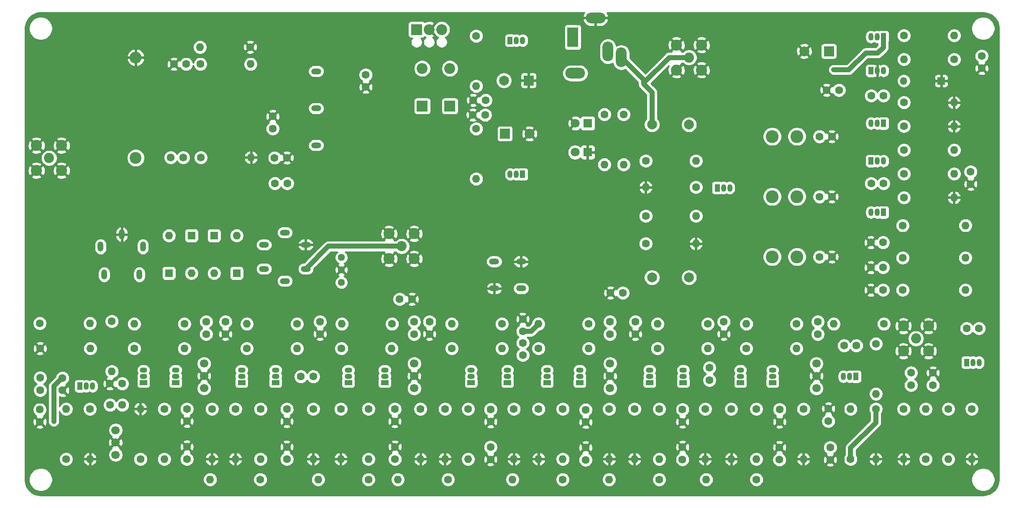
<source format=gbr>
%TF.GenerationSoftware,KiCad,Pcbnew,(5.1.6-0-10_14)*%
%TF.CreationDate,2020-10-31T17:57:06+01:00*%
%TF.ProjectId,FM_Receiver,464d5f52-6563-4656-9976-65722e6b6963,rev?*%
%TF.SameCoordinates,Original*%
%TF.FileFunction,Copper,L2,Bot*%
%TF.FilePolarity,Positive*%
%FSLAX46Y46*%
G04 Gerber Fmt 4.6, Leading zero omitted, Abs format (unit mm)*
G04 Created by KiCad (PCBNEW (5.1.6-0-10_14)) date 2020-10-31 17:57:06*
%MOMM*%
%LPD*%
G01*
G04 APERTURE LIST*
%TA.AperFunction,ComponentPad*%
%ADD10O,2.200000X2.200000*%
%TD*%
%TA.AperFunction,ComponentPad*%
%ADD11R,2.200000X2.200000*%
%TD*%
%TA.AperFunction,ComponentPad*%
%ADD12O,4.000000X2.200000*%
%TD*%
%TA.AperFunction,ComponentPad*%
%ADD13O,2.200000X4.000000*%
%TD*%
%TA.AperFunction,ComponentPad*%
%ADD14R,2.200000X4.000000*%
%TD*%
%TA.AperFunction,ComponentPad*%
%ADD15C,2.250000*%
%TD*%
%TA.AperFunction,ComponentPad*%
%ADD16C,2.050000*%
%TD*%
%TA.AperFunction,ComponentPad*%
%ADD17R,1.800000X1.800000*%
%TD*%
%TA.AperFunction,ComponentPad*%
%ADD18C,1.800000*%
%TD*%
%TA.AperFunction,ComponentPad*%
%ADD19C,1.600000*%
%TD*%
%TA.AperFunction,ComponentPad*%
%ADD20O,1.600000X1.600000*%
%TD*%
%TA.AperFunction,ComponentPad*%
%ADD21R,1.050000X1.500000*%
%TD*%
%TA.AperFunction,ComponentPad*%
%ADD22O,1.050000X1.500000*%
%TD*%
%TA.AperFunction,ComponentPad*%
%ADD23C,2.000000*%
%TD*%
%TA.AperFunction,ComponentPad*%
%ADD24R,2.000000X2.000000*%
%TD*%
%TA.AperFunction,ComponentPad*%
%ADD25C,2.200000*%
%TD*%
%TA.AperFunction,ComponentPad*%
%ADD26R,1.000000X1.500000*%
%TD*%
%TA.AperFunction,ComponentPad*%
%ADD27O,1.000000X1.500000*%
%TD*%
%TA.AperFunction,ComponentPad*%
%ADD28C,1.440000*%
%TD*%
%TA.AperFunction,ComponentPad*%
%ADD29O,2.000000X1.200000*%
%TD*%
%TA.AperFunction,ComponentPad*%
%ADD30O,1.200000X2.000000*%
%TD*%
%TA.AperFunction,ComponentPad*%
%ADD31C,2.400000*%
%TD*%
%TA.AperFunction,ComponentPad*%
%ADD32O,2.400000X2.400000*%
%TD*%
%TA.AperFunction,ComponentPad*%
%ADD33R,1.500000X1.050000*%
%TD*%
%TA.AperFunction,ComponentPad*%
%ADD34O,1.500000X1.050000*%
%TD*%
%TA.AperFunction,ComponentPad*%
%ADD35C,1.700000*%
%TD*%
%TA.AperFunction,ComponentPad*%
%ADD36O,1.500000X1.500000*%
%TD*%
%TA.AperFunction,ComponentPad*%
%ADD37R,1.500000X1.500000*%
%TD*%
%TA.AperFunction,ComponentPad*%
%ADD38C,2.600000*%
%TD*%
%TA.AperFunction,ComponentPad*%
%ADD39R,1.600000X1.600000*%
%TD*%
%TA.AperFunction,ViaPad*%
%ADD40C,0.800000*%
%TD*%
%TA.AperFunction,Conductor*%
%ADD41C,1.000000*%
%TD*%
%TA.AperFunction,Conductor*%
%ADD42C,0.254000*%
%TD*%
G04 APERTURE END LIST*
D10*
%TO.P,D101,2*%
%TO.N,VPOS*%
X117078000Y-76778000D03*
D11*
%TO.P,D101,1*%
%TO.N,Net-(D101-Pad1)*%
X117078000Y-84398000D03*
%TD*%
D10*
%TO.P,D102,2*%
%TO.N,Net-(D102-Pad2)*%
X122666000Y-76778000D03*
D11*
%TO.P,D102,1*%
%TO.N,VMIN*%
X122666000Y-84398000D03*
%TD*%
D12*
%TO.P,J107,S*%
%TO.N,GND*%
X152158000Y-66528000D03*
D13*
%TO.P,J107,R*%
%TO.N,/AUDIO*%
X157358000Y-74528000D03*
%TO.P,J107,RN*%
%TO.N,N/C*%
X154658000Y-73328000D03*
D12*
%TO.P,J107,TN*%
X148058000Y-77728000D03*
D14*
%TO.P,J107,T*%
%TO.N,/AUDIO*%
X147558000Y-70428000D03*
%TD*%
D15*
%TO.P,J110,2*%
%TO.N,GND*%
X168529000Y-77089000D03*
X168529000Y-72009000D03*
X173609000Y-72009000D03*
X173609000Y-77089000D03*
D16*
%TO.P,J110,1*%
%TO.N,/AUDIO*%
X171069000Y-74549000D03*
%TD*%
D17*
%TO.P,D103,1*%
%TO.N,GND*%
X150548199Y-93756199D03*
D18*
%TO.P,D103,2*%
%TO.N,Net-(D103-Pad2)*%
X148008199Y-93756199D03*
%TD*%
%TO.P,D104,2*%
%TO.N,GND*%
X148040600Y-87877800D03*
D17*
%TO.P,D104,1*%
%TO.N,Net-(D104-Pad1)*%
X150580600Y-87877800D03*
%TD*%
D19*
%TO.P,R103,1*%
%TO.N,VCC*%
X153933400Y-86074400D03*
D20*
%TO.P,R103,2*%
%TO.N,Net-(D103-Pad2)*%
X153933400Y-96234400D03*
%TD*%
%TO.P,R104,2*%
%TO.N,Net-(D104-Pad1)*%
X157819600Y-96234400D03*
D19*
%TO.P,R104,1*%
%TO.N,VEE*%
X157819600Y-86074400D03*
%TD*%
%TO.P,C109,2*%
%TO.N,VEE*%
X228076000Y-97696800D03*
%TO.P,C109,1*%
%TO.N,GND*%
X228076000Y-100196800D03*
%TD*%
%TO.P,C106,2*%
%TO.N,VEE*%
X230311200Y-74227200D03*
%TO.P,C106,1*%
%TO.N,GND*%
X230311200Y-76727200D03*
%TD*%
%TO.P,C105,2*%
%TO.N,GND*%
X105648000Y-80548000D03*
%TO.P,C105,1*%
%TO.N,VCC*%
X105648000Y-78048000D03*
%TD*%
%TO.P,C103,2*%
%TO.N,GND*%
X115006000Y-123514000D03*
%TO.P,C103,1*%
%TO.N,VCC*%
X112506000Y-123514000D03*
%TD*%
%TO.P,C102,2*%
%TO.N,GND*%
X155178000Y-122244000D03*
%TO.P,C102,1*%
%TO.N,VCC*%
X157678000Y-122244000D03*
%TD*%
D21*
%TO.P,Q102,1*%
%TO.N,Net-(D102-Pad2)*%
X134860000Y-71090000D03*
D22*
%TO.P,Q102,3*%
%TO.N,VEE*%
X137400000Y-71090000D03*
%TO.P,Q102,2*%
%TO.N,Net-(C111-Pad2)*%
X136130000Y-71090000D03*
%TD*%
D19*
%TO.P,R203,1*%
%TO.N,GND*%
X82260000Y-72440000D03*
D20*
%TO.P,R203,2*%
%TO.N,Net-(C202-Pad1)*%
X72100000Y-72440000D03*
%TD*%
D19*
%TO.P,C201,1*%
%TO.N,Net-(C201-Pad1)*%
X68680000Y-94810000D03*
%TO.P,C201,2*%
%TO.N,/ANTENNA*%
X66180000Y-94810000D03*
%TD*%
%TO.P,C202,1*%
%TO.N,Net-(C202-Pad1)*%
X69310000Y-75890000D03*
%TO.P,C202,2*%
%TO.N,GND*%
X66810000Y-75890000D03*
%TD*%
%TO.P,C204,1*%
%TO.N,GND*%
X86800000Y-86460000D03*
%TO.P,C204,2*%
%TO.N,Net-(C204-Pad2)*%
X86800000Y-88960000D03*
%TD*%
%TO.P,R201,1*%
%TO.N,Net-(C201-Pad1)*%
X72260000Y-94810000D03*
D20*
%TO.P,R201,2*%
%TO.N,GND*%
X82420000Y-94810000D03*
%TD*%
D19*
%TO.P,R102,1*%
%TO.N,Net-(C111-Pad2)*%
X128000000Y-70200000D03*
D20*
%TO.P,R102,2*%
%TO.N,Net-(D102-Pad2)*%
X128000000Y-80360000D03*
%TD*%
D19*
%TO.P,C112,2*%
%TO.N,Net-(C111-Pad2)*%
X129900000Y-83200000D03*
%TO.P,C112,1*%
%TO.N,GND*%
X127400000Y-83200000D03*
%TD*%
D23*
%TO.P,C111,2*%
%TO.N,Net-(C111-Pad2)*%
X133600000Y-79200000D03*
D24*
%TO.P,C111,1*%
%TO.N,GND*%
X138600000Y-79200000D03*
%TD*%
D21*
%TO.P,Q101,1*%
%TO.N,VCC*%
X137400000Y-98200000D03*
D22*
%TO.P,Q101,3*%
%TO.N,Net-(D101-Pad1)*%
X134860000Y-98200000D03*
%TO.P,Q101,2*%
%TO.N,Net-(C107-Pad1)*%
X136130000Y-98200000D03*
%TD*%
D19*
%TO.P,C110,2*%
%TO.N,GND*%
X127300000Y-86200000D03*
%TO.P,C110,1*%
%TO.N,Net-(C107-Pad1)*%
X129800000Y-86200000D03*
%TD*%
D11*
%TO.P,J101,1*%
%TO.N,VPOS*%
X115933000Y-68877000D03*
D25*
%TO.P,J101,2*%
%TO.N,GND*%
X118473000Y-68877000D03*
%TO.P,J101,3*%
%TO.N,VMIN*%
X121013000Y-68877000D03*
%TD*%
D20*
%TO.P,R101,2*%
%TO.N,Net-(C107-Pad1)*%
X128000000Y-99160000D03*
D19*
%TO.P,R101,1*%
%TO.N,Net-(D101-Pad1)*%
X128000000Y-89000000D03*
%TD*%
D23*
%TO.P,C107,2*%
%TO.N,GND*%
X138800000Y-90000000D03*
D24*
%TO.P,C107,1*%
%TO.N,Net-(C107-Pad1)*%
X133800000Y-90000000D03*
%TD*%
D15*
%TO.P,J109,2*%
%TO.N,GND*%
X214460000Y-134040000D03*
X214460000Y-128960000D03*
X219540000Y-128960000D03*
X219540000Y-134040000D03*
D16*
%TO.P,J109,1*%
%TO.N,/LO2*%
X217000000Y-131500000D03*
%TD*%
D19*
%TO.P,C403,2*%
%TO.N,Net-(C403-Pad2)*%
X216000000Y-140950000D03*
%TO.P,C403,1*%
%TO.N,/LO2*%
X216000000Y-138450000D03*
%TD*%
D26*
%TO.P,Q401,1*%
%TO.N,Net-(C403-Pad2)*%
X227250000Y-136350000D03*
D27*
%TO.P,Q401,3*%
%TO.N,Net-(C401-Pad2)*%
X229790000Y-136350000D03*
%TO.P,Q401,2*%
%TO.N,/IF Amplifier/IFAMP_OUT*%
X228520000Y-136350000D03*
%TD*%
D20*
%TO.P,R403,2*%
%TO.N,Net-(C401-Pad2)*%
X223550000Y-155930600D03*
D19*
%TO.P,R403,1*%
%TO.N,Net-(C402-Pad1)*%
X223550000Y-145770600D03*
%TD*%
D20*
%TO.P,R402,2*%
%TO.N,Net-(C402-Pad1)*%
X219000000Y-145770600D03*
D19*
%TO.P,R402,1*%
%TO.N,VCC*%
X219000000Y-155930600D03*
%TD*%
%TO.P,C108,2*%
%TO.N,GND*%
X198922000Y-81153000D03*
%TO.P,C108,1*%
%TO.N,VCC*%
X201422000Y-81153000D03*
%TD*%
%TO.P,C104,2*%
%TO.N,VEE*%
X199644000Y-153583000D03*
%TO.P,C104,1*%
%TO.N,GND*%
X199644000Y-156083000D03*
%TD*%
D23*
%TO.P,C101,2*%
%TO.N,GND*%
X194390000Y-73279000D03*
D24*
%TO.P,C101,1*%
%TO.N,VCC*%
X199390000Y-73279000D03*
%TD*%
D20*
%TO.P,L501,2*%
%TO.N,/Detector/DET_IN*%
X227009200Y-121666000D03*
D19*
%TO.P,L501,1*%
%TO.N,Net-(C502-Pad1)*%
X214309200Y-121666000D03*
%TD*%
D20*
%TO.P,L502,2*%
%TO.N,Net-(C502-Pad1)*%
X227009200Y-115122400D03*
D19*
%TO.P,L502,1*%
%TO.N,Net-(C503-Pad1)*%
X214309200Y-115122400D03*
%TD*%
D15*
%TO.P,J108,2*%
%TO.N,GND*%
X110372400Y-115335200D03*
X110372400Y-110255200D03*
X115452400Y-110255200D03*
X115452400Y-115335200D03*
D16*
%TO.P,J108,1*%
%TO.N,/LO1*%
X112912400Y-112795200D03*
%TD*%
D28*
%TO.P,RV201,1*%
%TO.N,Net-(RV201-Pad1)*%
X100712000Y-120150000D03*
%TO.P,RV201,2*%
%TO.N,GND*%
X100712000Y-117610000D03*
%TO.P,RV201,3*%
%TO.N,Net-(RV201-Pad3)*%
X100712000Y-115070000D03*
%TD*%
D29*
%TO.P,T202,5*%
%TO.N,Net-(RV201-Pad1)*%
X85065600Y-117381400D03*
%TO.P,T202,1*%
%TO.N,/LO1*%
X93498400Y-117381400D03*
%TO.P,T202,2*%
%TO.N,GND*%
X93498400Y-112504600D03*
%TO.P,T202,4*%
%TO.N,Net-(RV201-Pad3)*%
X85065600Y-112504600D03*
%TO.P,T202,3*%
%TO.N,Net-(D201-Pad1)*%
X89282000Y-110043000D03*
%TO.P,T202,6*%
%TO.N,Net-(D202-Pad2)*%
X89282000Y-119843000D03*
%TD*%
D19*
%TO.P,R202,1*%
%TO.N,Net-(C202-Pad1)*%
X72160000Y-75890000D03*
D20*
%TO.P,R202,2*%
%TO.N,VCC*%
X82320000Y-75890000D03*
%TD*%
D19*
%TO.P,C317,2*%
%TO.N,GND*%
X118529100Y-130606800D03*
%TO.P,C317,1*%
%TO.N,Net-(C317-Pad1)*%
X118529100Y-128106800D03*
%TD*%
D20*
%TO.P,R325,2*%
%TO.N,Net-(C317-Pad1)*%
X123024900Y-128550000D03*
D19*
%TO.P,R325,1*%
%TO.N,VCC*%
X133184900Y-128550000D03*
%TD*%
D20*
%TO.P,R327,2*%
%TO.N,Net-(C320-Pad2)*%
X133210300Y-133502400D03*
D19*
%TO.P,R327,1*%
%TO.N,Net-(C317-Pad1)*%
X123050300Y-133502400D03*
%TD*%
D30*
%TO.P,T201,5*%
%TO.N,Net-(D201-Pad2)*%
X59818000Y-118549800D03*
%TO.P,T201,1*%
%TO.N,Net-(C203-Pad2)*%
X60554600Y-112885600D03*
%TO.P,T201,2*%
%TO.N,GND*%
X56262000Y-110396400D03*
%TO.P,T201,4*%
%TO.N,/IF Amplifier/IFAMP_IN*%
X52706000Y-118549800D03*
%TO.P,T201,3*%
%TO.N,Net-(D203-Pad1)*%
X51969400Y-112885600D03*
%TD*%
D29*
%TO.P,T301,2*%
%TO.N,GND*%
X131648200Y-121335800D03*
%TO.P,T301,3*%
%TO.N,Net-(Q310-Pad2)*%
X137083800Y-121335800D03*
%TO.P,T301,1*%
%TO.N,Net-(C320-Pad1)*%
X131648200Y-115900200D03*
%TO.P,T301,4*%
%TO.N,GND*%
X137083800Y-115900200D03*
%TD*%
D16*
%TO.P,J106,1*%
%TO.N,/ANTENNA*%
X41538400Y-94913600D03*
D15*
%TO.P,J106,2*%
%TO.N,GND*%
X38998400Y-92373600D03*
X38998400Y-97453600D03*
X44078400Y-97453600D03*
X44078400Y-92373600D03*
%TD*%
D23*
%TO.P,C510,2*%
%TO.N,Net-(C510-Pad2)*%
X171076000Y-88138000D03*
%TO.P,C510,1*%
%TO.N,/AUDIO*%
X163576000Y-88138000D03*
%TD*%
D29*
%TO.P,L202,1*%
%TO.N,Net-(C204-Pad2)*%
X95600000Y-92350000D03*
%TO.P,L202,3*%
%TO.N,Net-(C205-Pad2)*%
X95600000Y-84850000D03*
%TO.P,L202,2*%
%TO.N,VCC*%
X95600000Y-77350000D03*
%TD*%
D19*
%TO.P,C203,1*%
%TO.N,GND*%
X89696800Y-94862800D03*
%TO.P,C203,2*%
%TO.N,Net-(C203-Pad2)*%
X87196800Y-94862800D03*
%TD*%
%TO.P,C205,1*%
%TO.N,Net-(C203-Pad2)*%
X87246000Y-100043000D03*
%TO.P,C205,2*%
%TO.N,Net-(C205-Pad2)*%
X89746000Y-100043000D03*
%TD*%
D31*
%TO.P,L201,1*%
%TO.N,/ANTENNA*%
X59090000Y-94880000D03*
D32*
%TO.P,L201,2*%
%TO.N,GND*%
X59090000Y-74560000D03*
%TD*%
D19*
%TO.P,C301,2*%
%TO.N,/IF Amplifier/IFAMP_IN*%
X39751000Y-139458700D03*
%TO.P,C301,1*%
%TO.N,Net-(C301-Pad1)*%
X39751000Y-141958700D03*
%TD*%
%TO.P,C303,2*%
%TO.N,Net-(C303-Pad2)*%
X44272200Y-139486000D03*
%TO.P,C303,1*%
%TO.N,GND*%
X44272200Y-141986000D03*
%TD*%
D21*
%TO.P,Q301,1*%
%TO.N,Net-(C301-Pad1)*%
X47790100Y-141147800D03*
D22*
%TO.P,Q301,3*%
%TO.N,Net-(C304-Pad2)*%
X50330100Y-141147800D03*
%TO.P,Q301,2*%
%TO.N,Net-(C302-Pad1)*%
X49060100Y-141147800D03*
%TD*%
D20*
%TO.P,R301,2*%
%TO.N,Net-(C301-Pad1)*%
X49885600Y-133502400D03*
D19*
%TO.P,R301,1*%
%TO.N,GND*%
X39725600Y-133502400D03*
%TD*%
D20*
%TO.P,R304,2*%
%TO.N,Net-(C303-Pad2)*%
X49834800Y-128409700D03*
D19*
%TO.P,R304,1*%
%TO.N,VEE*%
X39674800Y-128409700D03*
%TD*%
%TO.P,C302,2*%
%TO.N,GND*%
X39674800Y-148410300D03*
%TO.P,C302,1*%
%TO.N,Net-(C302-Pad1)*%
X39674800Y-145910300D03*
%TD*%
%TO.P,C304,2*%
%TO.N,Net-(C304-Pad2)*%
X53875300Y-144970500D03*
%TO.P,C304,1*%
%TO.N,Net-(C304-Pad1)*%
X56375300Y-144970500D03*
%TD*%
%TO.P,C305,2*%
%TO.N,GND*%
X53835300Y-140652500D03*
%TO.P,C305,1*%
%TO.N,Net-(C305-Pad1)*%
X56335300Y-140652500D03*
%TD*%
%TO.P,C306,2*%
%TO.N,GND*%
X69430900Y-153430600D03*
%TO.P,C306,1*%
%TO.N,Net-(C306-Pad1)*%
X69430900Y-155930600D03*
%TD*%
%TO.P,C307,2*%
%TO.N,GND*%
X69430900Y-148270600D03*
%TO.P,C307,1*%
%TO.N,Net-(C307-Pad1)*%
X69430900Y-145770600D03*
%TD*%
%TO.P,C308,2*%
%TO.N,Net-(C308-Pad2)*%
X73329800Y-128106800D03*
%TO.P,C308,1*%
%TO.N,Net-(C308-Pad1)*%
X73329800Y-130606800D03*
%TD*%
%TO.P,C309,2*%
%TO.N,GND*%
X77254100Y-130606800D03*
%TO.P,C309,1*%
%TO.N,Net-(C309-Pad1)*%
X77254100Y-128106800D03*
%TD*%
D33*
%TO.P,Q302,1*%
%TO.N,Net-(Q302-Pad1)*%
X60655200Y-140423900D03*
D34*
%TO.P,Q302,3*%
%TO.N,Net-(C305-Pad1)*%
X60655200Y-137883900D03*
%TO.P,Q302,2*%
%TO.N,Net-(Q302-Pad2)*%
X60655200Y-139153900D03*
%TD*%
D33*
%TO.P,Q303,1*%
%TO.N,Net-(Q302-Pad1)*%
X67144900Y-140423900D03*
D34*
%TO.P,Q303,3*%
%TO.N,Net-(C308-Pad2)*%
X67144900Y-137883900D03*
%TO.P,Q303,2*%
%TO.N,Net-(C307-Pad1)*%
X67144900Y-139153900D03*
%TD*%
D20*
%TO.P,R302,2*%
%TO.N,GND*%
X49822100Y-155930600D03*
D19*
%TO.P,R302,1*%
%TO.N,Net-(C302-Pad1)*%
X49822100Y-145770600D03*
%TD*%
D20*
%TO.P,R303,2*%
%TO.N,Net-(C302-Pad1)*%
X44996100Y-145770600D03*
D19*
%TO.P,R303,1*%
%TO.N,Net-(C303-Pad2)*%
X44996100Y-155930600D03*
%TD*%
D20*
%TO.P,R305,2*%
%TO.N,Net-(C304-Pad2)*%
X54254400Y-138176000D03*
D19*
%TO.P,R305,1*%
%TO.N,Net-(C303-Pad2)*%
X54254400Y-128016000D03*
%TD*%
D20*
%TO.P,R306,2*%
%TO.N,GND*%
X60032900Y-145770600D03*
D19*
%TO.P,R306,1*%
%TO.N,Net-(Q302-Pad2)*%
X60032900Y-155930600D03*
%TD*%
D20*
%TO.P,R307,2*%
%TO.N,Net-(C305-Pad1)*%
X58762900Y-128550000D03*
D19*
%TO.P,R307,1*%
%TO.N,VCC*%
X68922900Y-128550000D03*
%TD*%
D20*
%TO.P,R308,2*%
%TO.N,Net-(C306-Pad1)*%
X64858900Y-155930600D03*
D19*
%TO.P,R308,1*%
%TO.N,Net-(Q302-Pad1)*%
X64858900Y-145770600D03*
%TD*%
D20*
%TO.P,R309,2*%
%TO.N,Net-(C308-Pad2)*%
X68922900Y-133502400D03*
D19*
%TO.P,R309,1*%
%TO.N,Net-(C305-Pad1)*%
X58762900Y-133502400D03*
%TD*%
D20*
%TO.P,R310,2*%
%TO.N,GND*%
X74510900Y-155930600D03*
D19*
%TO.P,R310,1*%
%TO.N,Net-(C307-Pad1)*%
X74510900Y-145770600D03*
%TD*%
D35*
%TO.P,Y301,3*%
%TO.N,Net-(Q302-Pad2)*%
X55016400Y-155063200D03*
%TO.P,Y301,2*%
%TO.N,GND*%
X55016400Y-152563200D03*
%TO.P,Y301,1*%
%TO.N,Net-(C304-Pad1)*%
X55016400Y-150063200D03*
%TD*%
%TO.P,Y302,3*%
%TO.N,Net-(Q304-Pad2)*%
X72910700Y-141588500D03*
%TO.P,Y302,2*%
%TO.N,GND*%
X72910700Y-139088500D03*
%TO.P,Y302,1*%
%TO.N,Net-(C308-Pad1)*%
X72910700Y-136588500D03*
%TD*%
D19*
%TO.P,C501,2*%
%TO.N,GND*%
X207857600Y-121666000D03*
%TO.P,C501,1*%
%TO.N,/Detector/DET_IN*%
X210357600Y-121666000D03*
%TD*%
%TO.P,C504,2*%
%TO.N,Net-(C504-Pad2)*%
X207939000Y-100076000D03*
%TO.P,C504,1*%
%TO.N,Net-(C504-Pad1)*%
X210439000Y-100076000D03*
%TD*%
%TO.P,C502,2*%
%TO.N,GND*%
X207857600Y-117094000D03*
%TO.P,C502,1*%
%TO.N,Net-(C502-Pad1)*%
X210357600Y-117094000D03*
%TD*%
%TO.P,C505,2*%
%TO.N,Net-(C505-Pad2)*%
X207939000Y-82296000D03*
%TO.P,C505,1*%
%TO.N,Net-(C505-Pad1)*%
X210439000Y-82296000D03*
%TD*%
%TO.P,C506,2*%
%TO.N,GND*%
X199985000Y-90551000D03*
%TO.P,C506,1*%
%TO.N,Net-(C506-Pad1)*%
X197485000Y-90551000D03*
%TD*%
%TO.P,C507,2*%
%TO.N,GND*%
X199985000Y-102743000D03*
%TO.P,C507,1*%
%TO.N,Net-(C507-Pad1)*%
X197485000Y-102743000D03*
%TD*%
%TO.P,C508,2*%
%TO.N,GND*%
X199985000Y-114935000D03*
%TO.P,C508,1*%
%TO.N,Net-(C508-Pad1)*%
X197485000Y-114935000D03*
%TD*%
D23*
%TO.P,C509,2*%
%TO.N,Net-(C508-Pad1)*%
X171076000Y-119126000D03*
%TO.P,C509,1*%
%TO.N,Net-(C509-Pad1)*%
X163576000Y-119126000D03*
%TD*%
D36*
%TO.P,D501,2*%
%TO.N,Net-(C505-Pad1)*%
X214523200Y-79292856D03*
D37*
%TO.P,D501,1*%
%TO.N,GND*%
X222143200Y-79292856D03*
%TD*%
D38*
%TO.P,L504,2*%
%TO.N,Net-(L504-Pad2)*%
X187913000Y-90551000D03*
%TO.P,L504,1*%
%TO.N,Net-(C506-Pad1)*%
X192913000Y-90551000D03*
%TD*%
%TO.P,L505,2*%
%TO.N,Net-(C506-Pad1)*%
X187913000Y-102743000D03*
%TO.P,L505,1*%
%TO.N,Net-(C507-Pad1)*%
X192913000Y-102743000D03*
%TD*%
%TO.P,L506,2*%
%TO.N,Net-(C507-Pad1)*%
X187913000Y-114935000D03*
%TO.P,L506,1*%
%TO.N,Net-(C508-Pad1)*%
X192913000Y-114935000D03*
%TD*%
D21*
%TO.P,Q501,1*%
%TO.N,Net-(C504-Pad2)*%
X210439000Y-105918000D03*
D22*
%TO.P,Q501,3*%
%TO.N,VCC*%
X207899000Y-105918000D03*
%TO.P,Q501,2*%
%TO.N,Net-(L503-Pad1)*%
X209169000Y-105918000D03*
%TD*%
D21*
%TO.P,Q502,1*%
%TO.N,VCC*%
X207899000Y-95504000D03*
D22*
%TO.P,Q502,3*%
%TO.N,Net-(Q502-Pad3)*%
X210439000Y-95504000D03*
%TO.P,Q502,2*%
%TO.N,Net-(C504-Pad1)*%
X209169000Y-95504000D03*
%TD*%
D21*
%TO.P,Q503,1*%
%TO.N,Net-(C505-Pad2)*%
X210439000Y-87884000D03*
D22*
%TO.P,Q503,3*%
%TO.N,VCC*%
X207899000Y-87884000D03*
%TO.P,Q503,2*%
%TO.N,Net-(Q502-Pad3)*%
X209169000Y-87884000D03*
%TD*%
D21*
%TO.P,Q504,1*%
%TO.N,Net-(C505-Pad1)*%
X207899000Y-77216000D03*
D22*
%TO.P,Q504,3*%
%TO.N,Net-(Q504-Pad3)*%
X210439000Y-77216000D03*
%TO.P,Q504,2*%
%TO.N,GND*%
X209169000Y-77216000D03*
%TD*%
D21*
%TO.P,Q505,1*%
%TO.N,Net-(L504-Pad2)*%
X210439000Y-70358000D03*
D22*
%TO.P,Q505,3*%
%TO.N,VCC*%
X207899000Y-70358000D03*
%TO.P,Q505,2*%
%TO.N,Net-(Q504-Pad3)*%
X209169000Y-70358000D03*
%TD*%
D21*
%TO.P,Q506,1*%
%TO.N,Net-(Q506-Pad1)*%
X176784000Y-100965000D03*
D22*
%TO.P,Q506,3*%
%TO.N,Net-(C510-Pad2)*%
X179324000Y-100965000D03*
%TO.P,Q506,2*%
%TO.N,Net-(C509-Pad1)*%
X178054000Y-100965000D03*
%TD*%
D20*
%TO.P,R501,2*%
%TO.N,GND*%
X224723200Y-102940000D03*
D19*
%TO.P,R501,1*%
%TO.N,Net-(L503-Pad1)*%
X214563200Y-102940000D03*
%TD*%
D20*
%TO.P,R502,2*%
%TO.N,VEE*%
X224723200Y-98120568D03*
D19*
%TO.P,R502,1*%
%TO.N,Net-(C504-Pad2)*%
X214563200Y-98120568D03*
%TD*%
D20*
%TO.P,R503,2*%
%TO.N,Net-(C504-Pad1)*%
X224723200Y-93301140D03*
D19*
%TO.P,R503,1*%
%TO.N,Net-(Q502-Pad3)*%
X214563200Y-93301140D03*
%TD*%
D20*
%TO.P,R504,2*%
%TO.N,GND*%
X224723200Y-88481712D03*
D19*
%TO.P,R504,1*%
%TO.N,Net-(Q502-Pad3)*%
X214563200Y-88481712D03*
%TD*%
D20*
%TO.P,R505,2*%
%TO.N,GND*%
X224723200Y-83662284D03*
D19*
%TO.P,R505,1*%
%TO.N,Net-(C505-Pad2)*%
X214563200Y-83662284D03*
%TD*%
D20*
%TO.P,R506,2*%
%TO.N,Net-(Q504-Pad3)*%
X214563200Y-74923428D03*
D19*
%TO.P,R506,1*%
%TO.N,VCC*%
X224723200Y-74923428D03*
%TD*%
D20*
%TO.P,R507,2*%
%TO.N,VEE*%
X224723200Y-70104000D03*
D19*
%TO.P,R507,1*%
%TO.N,Net-(L504-Pad2)*%
X214563200Y-70104000D03*
%TD*%
D20*
%TO.P,R508,2*%
%TO.N,Net-(C509-Pad1)*%
X172466000Y-106680000D03*
D19*
%TO.P,R508,1*%
%TO.N,VCC*%
X162306000Y-106680000D03*
%TD*%
D20*
%TO.P,R509,2*%
%TO.N,GND*%
X172466000Y-112268000D03*
D19*
%TO.P,R509,1*%
%TO.N,Net-(C509-Pad1)*%
X162306000Y-112268000D03*
%TD*%
D20*
%TO.P,R510,2*%
%TO.N,Net-(C510-Pad2)*%
X172466000Y-95504000D03*
D19*
%TO.P,R510,1*%
%TO.N,VCC*%
X162306000Y-95504000D03*
%TD*%
D20*
%TO.P,R511,2*%
%TO.N,GND*%
X162306000Y-100838000D03*
D19*
%TO.P,R511,1*%
%TO.N,Net-(Q506-Pad1)*%
X172466000Y-100838000D03*
%TD*%
%TO.P,C310,2*%
%TO.N,GND*%
X89662000Y-153456000D03*
%TO.P,C310,1*%
%TO.N,Net-(C310-Pad1)*%
X89662000Y-155956000D03*
%TD*%
D33*
%TO.P,Q315,1*%
%TO.N,Net-(Q314-Pad1)*%
X187985400Y-140423900D03*
D34*
%TO.P,Q315,3*%
%TO.N,Net-(C332-Pad2)*%
X187985400Y-137883900D03*
%TO.P,Q315,2*%
%TO.N,Net-(C331-Pad1)*%
X187985400Y-139153900D03*
%TD*%
D19*
%TO.P,C325,2*%
%TO.N,GND*%
X160223200Y-130606800D03*
%TO.P,C325,1*%
%TO.N,Net-(C325-Pad1)*%
X160223200Y-128106800D03*
%TD*%
%TO.P,C311,2*%
%TO.N,GND*%
X89662000Y-148296000D03*
%TO.P,C311,1*%
%TO.N,Net-(C311-Pad1)*%
X89662000Y-145796000D03*
%TD*%
%TO.P,C326,2*%
%TO.N,GND*%
X169748200Y-153494100D03*
%TO.P,C326,1*%
%TO.N,Net-(C326-Pad1)*%
X169748200Y-155994100D03*
%TD*%
%TO.P,C312,2*%
%TO.N,Net-(C312-Pad2)*%
X92508700Y-139217400D03*
%TO.P,C312,1*%
%TO.N,Net-(C312-Pad1)*%
X95008700Y-139217400D03*
%TD*%
%TO.P,C327,2*%
%TO.N,GND*%
X169748200Y-148372200D03*
%TO.P,C327,1*%
%TO.N,Net-(C327-Pad1)*%
X169748200Y-145872200D03*
%TD*%
%TO.P,C313,2*%
%TO.N,GND*%
X96393000Y-130606800D03*
%TO.P,C313,1*%
%TO.N,Net-(C313-Pad1)*%
X96393000Y-128106800D03*
%TD*%
%TO.P,C328,2*%
%TO.N,Net-(C328-Pad2)*%
X175221900Y-137426700D03*
%TO.P,C328,1*%
%TO.N,Net-(C328-Pad1)*%
X175221900Y-139926700D03*
%TD*%
%TO.P,C314,2*%
%TO.N,GND*%
X111569500Y-153456000D03*
%TO.P,C314,1*%
%TO.N,Net-(C314-Pad1)*%
X111569500Y-155956000D03*
%TD*%
%TO.P,C329,2*%
%TO.N,GND*%
X178117500Y-130606800D03*
%TO.P,C329,1*%
%TO.N,Net-(C329-Pad1)*%
X178117500Y-128106800D03*
%TD*%
%TO.P,C315,2*%
%TO.N,GND*%
X111506000Y-148296000D03*
%TO.P,C315,1*%
%TO.N,Net-(C315-Pad1)*%
X111506000Y-145796000D03*
%TD*%
%TO.P,C330,2*%
%TO.N,GND*%
X189382400Y-153557600D03*
%TO.P,C330,1*%
%TO.N,Net-(C330-Pad1)*%
X189382400Y-156057600D03*
%TD*%
%TO.P,C316,2*%
%TO.N,Net-(C316-Pad2)*%
X115443000Y-128106800D03*
%TO.P,C316,1*%
%TO.N,Net-(C316-Pad1)*%
X115443000Y-130606800D03*
%TD*%
%TO.P,C331,2*%
%TO.N,GND*%
X189395100Y-148384900D03*
%TO.P,C331,1*%
%TO.N,Net-(C331-Pad1)*%
X189395100Y-145884900D03*
%TD*%
%TO.P,C332,2*%
%TO.N,Net-(C332-Pad2)*%
X197129400Y-128106800D03*
%TO.P,C332,1*%
%TO.N,Net-(C332-Pad1)*%
X197129400Y-130606800D03*
%TD*%
%TO.P,C318,2*%
%TO.N,GND*%
X130898900Y-156006800D03*
%TO.P,C318,1*%
%TO.N,VEE*%
X130898900Y-153506800D03*
%TD*%
%TO.P,C319,2*%
%TO.N,GND*%
X130898900Y-148346800D03*
%TO.P,C319,1*%
%TO.N,Net-(C319-Pad1)*%
X130898900Y-145846800D03*
%TD*%
%TO.P,C333,2*%
%TO.N,GND*%
X199275700Y-145721700D03*
%TO.P,C333,1*%
%TO.N,Net-(C333-Pad1)*%
X199275700Y-148221700D03*
%TD*%
%TO.P,C320,2*%
%TO.N,Net-(C320-Pad2)*%
X137414000Y-134874000D03*
%TO.P,C320,1*%
%TO.N,Net-(C320-Pad1)*%
X137414000Y-132374000D03*
%TD*%
%TO.P,C334,2*%
%TO.N,Net-(C334-Pad2)*%
X204950000Y-132950000D03*
%TO.P,C334,1*%
%TO.N,Net-(C334-Pad1)*%
X202450000Y-132950000D03*
%TD*%
%TO.P,C321,2*%
%TO.N,GND*%
X137414000Y-127548000D03*
%TO.P,C321,1*%
%TO.N,Net-(C321-Pad1)*%
X137414000Y-130048000D03*
%TD*%
%TO.P,C322,2*%
%TO.N,GND*%
X150126700Y-153583000D03*
%TO.P,C322,1*%
%TO.N,Net-(C322-Pad1)*%
X150126700Y-156083000D03*
%TD*%
%TO.P,C323,2*%
%TO.N,GND*%
X150152100Y-148435700D03*
%TO.P,C323,1*%
%TO.N,Net-(C323-Pad1)*%
X150152100Y-145935700D03*
%TD*%
%TO.P,C324,2*%
%TO.N,Net-(C324-Pad2)*%
X155067000Y-128106800D03*
%TO.P,C324,1*%
%TO.N,Net-(C324-Pad1)*%
X155067000Y-130606800D03*
%TD*%
%TO.P,C402,2*%
%TO.N,GND*%
X220450000Y-138450000D03*
%TO.P,C402,1*%
%TO.N,Net-(C402-Pad1)*%
X220450000Y-140950000D03*
%TD*%
D39*
%TO.P,D201,1*%
%TO.N,Net-(D201-Pad1)*%
X74931000Y-110625000D03*
D20*
%TO.P,D201,2*%
%TO.N,Net-(D201-Pad2)*%
X74931000Y-118245000D03*
%TD*%
D39*
%TO.P,D202,1*%
%TO.N,Net-(D201-Pad2)*%
X79503000Y-118245000D03*
D20*
%TO.P,D202,2*%
%TO.N,Net-(D202-Pad2)*%
X79503000Y-110625000D03*
%TD*%
D39*
%TO.P,D203,1*%
%TO.N,Net-(D203-Pad1)*%
X65787000Y-118245000D03*
D20*
%TO.P,D203,2*%
%TO.N,Net-(D201-Pad1)*%
X65787000Y-110625000D03*
%TD*%
D39*
%TO.P,D204,1*%
%TO.N,Net-(D202-Pad2)*%
X70359000Y-110625000D03*
D20*
%TO.P,D204,2*%
%TO.N,Net-(D203-Pad1)*%
X70359000Y-118245000D03*
%TD*%
D33*
%TO.P,Q304,1*%
%TO.N,Net-(Q304-Pad1)*%
X80518000Y-140423900D03*
D34*
%TO.P,Q304,3*%
%TO.N,Net-(C309-Pad1)*%
X80518000Y-137883900D03*
%TO.P,Q304,2*%
%TO.N,Net-(Q304-Pad2)*%
X80518000Y-139153900D03*
%TD*%
D33*
%TO.P,Q305,1*%
%TO.N,Net-(Q304-Pad1)*%
X87376000Y-140423900D03*
D34*
%TO.P,Q305,3*%
%TO.N,Net-(C312-Pad2)*%
X87376000Y-137883900D03*
%TO.P,Q305,2*%
%TO.N,Net-(C311-Pad1)*%
X87376000Y-139153900D03*
%TD*%
D33*
%TO.P,Q312,1*%
%TO.N,Net-(Q312-Pad1)*%
X163080700Y-140423900D03*
D34*
%TO.P,Q312,3*%
%TO.N,Net-(C325-Pad1)*%
X163080700Y-137883900D03*
%TO.P,Q312,2*%
%TO.N,Net-(Q312-Pad2)*%
X163080700Y-139153900D03*
%TD*%
D33*
%TO.P,Q313,1*%
%TO.N,Net-(Q312-Pad1)*%
X169900600Y-140423900D03*
D34*
%TO.P,Q313,3*%
%TO.N,Net-(C328-Pad2)*%
X169900600Y-137883900D03*
%TO.P,Q313,2*%
%TO.N,Net-(C327-Pad1)*%
X169900600Y-139153900D03*
%TD*%
D33*
%TO.P,Q306,1*%
%TO.N,Net-(Q306-Pad1)*%
X102108000Y-140423900D03*
D34*
%TO.P,Q306,3*%
%TO.N,Net-(C313-Pad1)*%
X102108000Y-137883900D03*
%TO.P,Q306,2*%
%TO.N,Net-(C312-Pad1)*%
X102108000Y-139153900D03*
%TD*%
D33*
%TO.P,Q307,1*%
%TO.N,Net-(Q306-Pad1)*%
X109474000Y-140423900D03*
D34*
%TO.P,Q307,3*%
%TO.N,Net-(C316-Pad2)*%
X109474000Y-137883900D03*
%TO.P,Q307,2*%
%TO.N,Net-(C315-Pad1)*%
X109474000Y-139153900D03*
%TD*%
D33*
%TO.P,Q314,1*%
%TO.N,Net-(Q314-Pad1)*%
X181470300Y-140423900D03*
D34*
%TO.P,Q314,3*%
%TO.N,Net-(C329-Pad1)*%
X181470300Y-137883900D03*
%TO.P,Q314,2*%
%TO.N,Net-(C328-Pad1)*%
X181470300Y-139153900D03*
%TD*%
D33*
%TO.P,Q308,1*%
%TO.N,Net-(Q308-Pad1)*%
X126961900Y-140423900D03*
D34*
%TO.P,Q308,3*%
%TO.N,Net-(C317-Pad1)*%
X126961900Y-137883900D03*
%TO.P,Q308,2*%
%TO.N,Net-(Q308-Pad2)*%
X126961900Y-139153900D03*
%TD*%
D33*
%TO.P,Q309,1*%
%TO.N,Net-(Q308-Pad1)*%
X134315200Y-140423900D03*
D34*
%TO.P,Q309,3*%
%TO.N,Net-(C320-Pad2)*%
X134315200Y-137883900D03*
%TO.P,Q309,2*%
%TO.N,Net-(C319-Pad1)*%
X134315200Y-139153900D03*
%TD*%
D21*
%TO.P,Q316,1*%
%TO.N,Net-(C334-Pad2)*%
X204850000Y-139200000D03*
D22*
%TO.P,Q316,3*%
%TO.N,VCC*%
X202310000Y-139200000D03*
%TO.P,Q316,2*%
%TO.N,Net-(Q316-Pad2)*%
X203580000Y-139200000D03*
%TD*%
D33*
%TO.P,Q310,1*%
%TO.N,Net-(Q310-Pad1)*%
X142341600Y-140423900D03*
D34*
%TO.P,Q310,3*%
%TO.N,Net-(C321-Pad1)*%
X142341600Y-137883900D03*
%TO.P,Q310,2*%
%TO.N,Net-(Q310-Pad2)*%
X142341600Y-139153900D03*
%TD*%
D33*
%TO.P,Q311,1*%
%TO.N,Net-(Q310-Pad1)*%
X148945600Y-140423900D03*
D34*
%TO.P,Q311,3*%
%TO.N,Net-(C324-Pad2)*%
X148945600Y-137883900D03*
%TO.P,Q311,2*%
%TO.N,Net-(C323-Pad1)*%
X148945600Y-139153900D03*
%TD*%
D20*
%TO.P,R311,2*%
%TO.N,Net-(C306-Pad1)*%
X74155300Y-160058100D03*
D19*
%TO.P,R311,1*%
%TO.N,Net-(C310-Pad1)*%
X84315300Y-160058100D03*
%TD*%
D20*
%TO.P,R312,2*%
%TO.N,GND*%
X79248000Y-155930600D03*
D19*
%TO.P,R312,1*%
%TO.N,Net-(Q304-Pad2)*%
X79248000Y-145770600D03*
%TD*%
D20*
%TO.P,R313,2*%
%TO.N,Net-(C309-Pad1)*%
X81572100Y-128550000D03*
D19*
%TO.P,R313,1*%
%TO.N,VCC*%
X91732100Y-128550000D03*
%TD*%
D20*
%TO.P,R314,2*%
%TO.N,Net-(C310-Pad1)*%
X84328000Y-155930600D03*
D19*
%TO.P,R314,1*%
%TO.N,Net-(Q304-Pad1)*%
X84328000Y-145770600D03*
%TD*%
D20*
%TO.P,R335,2*%
%TO.N,GND*%
X160020000Y-155930600D03*
D19*
%TO.P,R335,1*%
%TO.N,Net-(Q312-Pad2)*%
X160020000Y-145770600D03*
%TD*%
D20*
%TO.P,R315,2*%
%TO.N,Net-(C312-Pad2)*%
X91732100Y-133502400D03*
D19*
%TO.P,R315,1*%
%TO.N,Net-(C309-Pad1)*%
X81572100Y-133502400D03*
%TD*%
D20*
%TO.P,R336,2*%
%TO.N,Net-(C325-Pad1)*%
X164680900Y-128550000D03*
D19*
%TO.P,R336,1*%
%TO.N,VCC*%
X174840900Y-128550000D03*
%TD*%
D20*
%TO.P,R316,2*%
%TO.N,GND*%
X94996000Y-155930600D03*
D19*
%TO.P,R316,1*%
%TO.N,Net-(C311-Pad1)*%
X94996000Y-145770600D03*
%TD*%
D20*
%TO.P,R337,2*%
%TO.N,Net-(C326-Pad1)*%
X165061900Y-155930600D03*
D19*
%TO.P,R337,1*%
%TO.N,Net-(Q312-Pad1)*%
X165061900Y-145770600D03*
%TD*%
D20*
%TO.P,R338,2*%
%TO.N,VEE*%
X154901900Y-160058100D03*
D19*
%TO.P,R338,1*%
%TO.N,Net-(C326-Pad1)*%
X165061900Y-160058100D03*
%TD*%
%TO.P,R317,1*%
%TO.N,Net-(C314-Pad1)*%
X106172000Y-160058100D03*
D20*
%TO.P,R317,2*%
%TO.N,Net-(C310-Pad1)*%
X96012000Y-160058100D03*
%TD*%
%TO.P,R339,2*%
%TO.N,Net-(C328-Pad2)*%
X174840900Y-133502400D03*
D19*
%TO.P,R339,1*%
%TO.N,Net-(C325-Pad1)*%
X164680900Y-133502400D03*
%TD*%
D20*
%TO.P,R318,2*%
%TO.N,GND*%
X100584000Y-155930600D03*
D19*
%TO.P,R318,1*%
%TO.N,Net-(C312-Pad1)*%
X100584000Y-145770600D03*
%TD*%
D20*
%TO.P,R340,2*%
%TO.N,GND*%
X174345600Y-155930600D03*
D19*
%TO.P,R340,1*%
%TO.N,Net-(C327-Pad1)*%
X174345600Y-145770600D03*
%TD*%
D20*
%TO.P,R319,2*%
%TO.N,Net-(C313-Pad1)*%
X100812600Y-128550000D03*
D19*
%TO.P,R319,1*%
%TO.N,VCC*%
X110972600Y-128550000D03*
%TD*%
D20*
%TO.P,R320,2*%
%TO.N,Net-(C314-Pad1)*%
X106172000Y-155930600D03*
D19*
%TO.P,R320,1*%
%TO.N,Net-(Q306-Pad1)*%
X106172000Y-145770600D03*
%TD*%
D20*
%TO.P,R341,2*%
%TO.N,GND*%
X179616100Y-155930600D03*
D19*
%TO.P,R341,1*%
%TO.N,Net-(C328-Pad1)*%
X179616100Y-145770600D03*
%TD*%
D20*
%TO.P,R321,2*%
%TO.N,Net-(C316-Pad2)*%
X110883700Y-133502400D03*
D19*
%TO.P,R321,1*%
%TO.N,Net-(C313-Pad1)*%
X100723700Y-133502400D03*
%TD*%
D20*
%TO.P,R342,2*%
%TO.N,Net-(C329-Pad1)*%
X182689500Y-128550000D03*
D19*
%TO.P,R342,1*%
%TO.N,VCC*%
X192849500Y-128550000D03*
%TD*%
D20*
%TO.P,R322,2*%
%TO.N,GND*%
X116713000Y-155930600D03*
D19*
%TO.P,R322,1*%
%TO.N,Net-(C315-Pad1)*%
X116713000Y-145770600D03*
%TD*%
D20*
%TO.P,R343,2*%
%TO.N,Net-(C330-Pad1)*%
X184708800Y-155930600D03*
D19*
%TO.P,R343,1*%
%TO.N,Net-(Q314-Pad1)*%
X184708800Y-145770600D03*
%TD*%
D20*
%TO.P,R344,2*%
%TO.N,VEE*%
X174561500Y-160058100D03*
D19*
%TO.P,R344,1*%
%TO.N,Net-(C330-Pad1)*%
X184721500Y-160058100D03*
%TD*%
D20*
%TO.P,R345,2*%
%TO.N,Net-(C332-Pad2)*%
X192824100Y-133502400D03*
D19*
%TO.P,R345,1*%
%TO.N,Net-(C329-Pad1)*%
X182664100Y-133502400D03*
%TD*%
D20*
%TO.P,R346,2*%
%TO.N,GND*%
X194233800Y-155930600D03*
D19*
%TO.P,R346,1*%
%TO.N,Net-(C331-Pad1)*%
X194233800Y-145770600D03*
%TD*%
D20*
%TO.P,R323,2*%
%TO.N,Net-(C314-Pad1)*%
X112141000Y-160058100D03*
D19*
%TO.P,R323,1*%
%TO.N,VEE*%
X122301000Y-160058100D03*
%TD*%
D20*
%TO.P,R324,2*%
%TO.N,GND*%
X121678700Y-155930600D03*
D19*
%TO.P,R324,1*%
%TO.N,Net-(Q308-Pad2)*%
X121678700Y-145770600D03*
%TD*%
D20*
%TO.P,R326,2*%
%TO.N,VEE*%
X126365000Y-155930600D03*
D19*
%TO.P,R326,1*%
%TO.N,Net-(Q308-Pad1)*%
X126365000Y-145770600D03*
%TD*%
D20*
%TO.P,R328,2*%
%TO.N,GND*%
X135623300Y-155930600D03*
D19*
%TO.P,R328,1*%
%TO.N,Net-(C319-Pad1)*%
X135623300Y-145770600D03*
%TD*%
D20*
%TO.P,R347,2*%
%TO.N,Net-(C333-Pad1)*%
X203784200Y-145770600D03*
D19*
%TO.P,R347,1*%
%TO.N,Net-(Q316-Pad2)*%
X203784200Y-155930600D03*
%TD*%
D20*
%TO.P,R348,2*%
%TO.N,GND*%
X208876900Y-155930600D03*
D19*
%TO.P,R348,1*%
%TO.N,Net-(Q316-Pad2)*%
X208876900Y-145770600D03*
%TD*%
D20*
%TO.P,R349,2*%
%TO.N,VEE*%
X208900000Y-142710000D03*
D19*
%TO.P,R349,1*%
%TO.N,Net-(C334-Pad2)*%
X208900000Y-132550000D03*
%TD*%
D20*
%TO.P,R329,2*%
%TO.N,GND*%
X140614400Y-155930600D03*
D19*
%TO.P,R329,1*%
%TO.N,Net-(Q310-Pad2)*%
X140614400Y-145770600D03*
%TD*%
D20*
%TO.P,R350,2*%
%TO.N,Net-(C334-Pad1)*%
X200340000Y-128550000D03*
D19*
%TO.P,R350,1*%
%TO.N,/IF Amplifier/IFAMP_OUT*%
X210500000Y-128550000D03*
%TD*%
D20*
%TO.P,R330,2*%
%TO.N,Net-(C321-Pad1)*%
X140576300Y-128550000D03*
D19*
%TO.P,R330,1*%
%TO.N,VCC*%
X150736300Y-128550000D03*
%TD*%
D20*
%TO.P,R331,2*%
%TO.N,Net-(C322-Pad1)*%
X145529300Y-155930600D03*
D19*
%TO.P,R331,1*%
%TO.N,Net-(Q310-Pad1)*%
X145529300Y-145770600D03*
%TD*%
D20*
%TO.P,R332,2*%
%TO.N,VEE*%
X135343900Y-160058100D03*
D19*
%TO.P,R332,1*%
%TO.N,Net-(C322-Pad1)*%
X145503900Y-160058100D03*
%TD*%
D20*
%TO.P,R333,2*%
%TO.N,Net-(C324-Pad2)*%
X150774400Y-133502400D03*
D19*
%TO.P,R333,1*%
%TO.N,Net-(C321-Pad1)*%
X140614400Y-133502400D03*
%TD*%
D20*
%TO.P,R334,2*%
%TO.N,GND*%
X154927300Y-155930600D03*
D19*
%TO.P,R334,1*%
%TO.N,Net-(C323-Pad1)*%
X154927300Y-145770600D03*
%TD*%
D20*
%TO.P,R401,2*%
%TO.N,GND*%
X228300000Y-155930600D03*
D19*
%TO.P,R401,1*%
%TO.N,/IF Amplifier/IFAMP_OUT*%
X228300000Y-145770600D03*
%TD*%
D20*
%TO.P,R404,2*%
%TO.N,GND*%
X214520300Y-155930600D03*
D19*
%TO.P,R404,1*%
%TO.N,Net-(C403-Pad2)*%
X214520300Y-145770600D03*
%TD*%
D35*
%TO.P,Y304,3*%
%TO.N,Net-(Q312-Pad2)*%
X155092400Y-141588500D03*
%TO.P,Y304,2*%
%TO.N,GND*%
X155092400Y-139088500D03*
%TO.P,Y304,1*%
%TO.N,Net-(C324-Pad1)*%
X155092400Y-136588500D03*
%TD*%
%TO.P,Y303,3*%
%TO.N,Net-(Q308-Pad2)*%
X115443000Y-141588500D03*
%TO.P,Y303,2*%
%TO.N,GND*%
X115443000Y-139088500D03*
%TO.P,Y303,1*%
%TO.N,Net-(C316-Pad1)*%
X115443000Y-136588500D03*
%TD*%
%TO.P,Y305,3*%
%TO.N,Net-(C333-Pad1)*%
X196850000Y-141588500D03*
%TO.P,Y305,2*%
%TO.N,GND*%
X196850000Y-139088500D03*
%TO.P,Y305,1*%
%TO.N,Net-(C332-Pad1)*%
X196850000Y-136588500D03*
%TD*%
D19*
%TO.P,C401,1*%
%TO.N,/Detector/DET_IN*%
X227263200Y-129457600D03*
%TO.P,C401,2*%
%TO.N,Net-(C401-Pad2)*%
X229763200Y-129457600D03*
%TD*%
%TO.P,C503,1*%
%TO.N,Net-(C503-Pad1)*%
X210357600Y-112033200D03*
%TO.P,C503,2*%
%TO.N,GND*%
X207857600Y-112033200D03*
%TD*%
%TO.P,L503,1*%
%TO.N,Net-(L503-Pad1)*%
X214309200Y-108578800D03*
D20*
%TO.P,L503,2*%
%TO.N,Net-(C503-Pad1)*%
X227009200Y-108578800D03*
%TD*%
D40*
%TO.N,GND*%
X107934000Y-67634000D03*
X113014000Y-67634000D03*
X123174000Y-67634000D03*
X128254000Y-67634000D03*
X133334000Y-67634000D03*
X148574000Y-67634000D03*
X158734000Y-67634000D03*
X173974000Y-68650000D03*
X179054000Y-68650000D03*
X184134000Y-68650000D03*
X189214000Y-68650000D03*
X194294000Y-68650000D03*
X199374000Y-68650000D03*
X204454000Y-68650000D03*
X110474000Y-72714000D03*
X130794000Y-72714000D03*
X140954000Y-72714000D03*
X166354000Y-72714000D03*
X176514000Y-72714000D03*
X181594000Y-72714000D03*
X186674000Y-72714000D03*
X191754000Y-72714000D03*
X196834000Y-72714000D03*
X179054000Y-77794000D03*
X184134000Y-77794000D03*
X189214000Y-77794000D03*
X194294000Y-77794000D03*
X105394000Y-82874000D03*
X110474000Y-82874000D03*
X135874000Y-82874000D03*
X140954000Y-82874000D03*
X145526000Y-82366000D03*
X150606000Y-82366000D03*
X155686000Y-82366000D03*
X166354000Y-82874000D03*
X171434000Y-82874000D03*
X176514000Y-82874000D03*
X181594000Y-82874000D03*
X186674000Y-82874000D03*
X196834000Y-82874000D03*
X201914000Y-82874000D03*
X107934000Y-87954000D03*
X113014000Y-87954000D03*
X123174000Y-87954000D03*
X138414000Y-87954000D03*
X168894000Y-87954000D03*
X173974000Y-87954000D03*
X179054000Y-87954000D03*
X184134000Y-87954000D03*
X194294000Y-87954000D03*
X199374000Y-87954000D03*
X105394000Y-93034000D03*
X110474000Y-93034000D03*
X115554000Y-93034000D03*
X125714000Y-93034000D03*
X130794000Y-93034000D03*
X140954000Y-93034000D03*
X161274000Y-93034000D03*
X166354000Y-93034000D03*
X176514000Y-93034000D03*
X181594000Y-93034000D03*
X186674000Y-93034000D03*
X196834000Y-93034000D03*
X201914000Y-93034000D03*
X107934000Y-98114000D03*
X113014000Y-98114000D03*
X118094000Y-98114000D03*
X163814000Y-98114000D03*
X168894000Y-98114000D03*
X173974000Y-98114000D03*
X184134000Y-98114000D03*
X189214000Y-98114000D03*
X194294000Y-98114000D03*
X199374000Y-98114000D03*
X105394000Y-103194000D03*
X110474000Y-103194000D03*
X115554000Y-103194000D03*
X120634000Y-103194000D03*
X125714000Y-103194000D03*
X130794000Y-103194000D03*
X135874000Y-103194000D03*
X140954000Y-103194000D03*
X146034000Y-103194000D03*
X151114000Y-103194000D03*
X156194000Y-103194000D03*
X166354000Y-103194000D03*
X171434000Y-103194000D03*
X176514000Y-103194000D03*
X181594000Y-103194000D03*
X201914000Y-103194000D03*
X118094000Y-108274000D03*
X123174000Y-108274000D03*
X128254000Y-108274000D03*
X138414000Y-108274000D03*
X143494000Y-108274000D03*
X148574000Y-108274000D03*
X153654000Y-108274000D03*
X163814000Y-108274000D03*
X168894000Y-108274000D03*
X173974000Y-108274000D03*
X179054000Y-108274000D03*
X184134000Y-108274000D03*
X189214000Y-108274000D03*
X199374000Y-108274000D03*
X120634000Y-113354000D03*
X125714000Y-113354000D03*
X135874000Y-113354000D03*
X140954000Y-113354000D03*
X151114000Y-113354000D03*
X156194000Y-113354000D03*
X166354000Y-113354000D03*
X176514000Y-113354000D03*
X181594000Y-113354000D03*
X201914000Y-113354000D03*
X107934000Y-118434000D03*
X113014000Y-118434000D03*
X118094000Y-118434000D03*
X123174000Y-118434000D03*
X138414000Y-118434000D03*
X143494000Y-118434000D03*
X148574000Y-118434000D03*
X153654000Y-118434000D03*
X168894000Y-117418000D03*
X173974000Y-117418000D03*
X179054000Y-117418000D03*
X184134000Y-117418000D03*
X194294000Y-117418000D03*
X199374000Y-117418000D03*
X105394000Y-123514000D03*
X110474000Y-123514000D03*
X120634000Y-123514000D03*
X125714000Y-123514000D03*
X130794000Y-123514000D03*
X140954000Y-123514000D03*
X146034000Y-123514000D03*
X161274000Y-122498000D03*
X166354000Y-122498000D03*
X171434000Y-122498000D03*
X176514000Y-122498000D03*
X181594000Y-122498000D03*
X186674000Y-122498000D03*
X191754000Y-122498000D03*
X196834000Y-122498000D03*
X168894000Y-68650000D03*
X108060000Y-120880000D03*
X110060000Y-120880000D03*
X109060000Y-120880000D03*
X108130000Y-74630000D03*
X110130000Y-74630000D03*
X109130000Y-74630000D03*
X46750000Y-78970000D03*
X46750000Y-77970000D03*
X46750000Y-76970000D03*
X46880000Y-118040000D03*
X46880000Y-117040000D03*
X46880000Y-116040000D03*
X107934000Y-108223200D03*
X151108920Y-123493680D03*
X146034000Y-113354000D03*
%TO.N,Net-(C303-Pad2)*%
X42503600Y-148304400D03*
%TO.N,/AUDIO*%
X163814000Y-77794000D03*
%TO.N,Net-(L504-Pad2)*%
X202422000Y-77032000D03*
X201406000Y-77032000D03*
X200390000Y-77032000D03*
%TD*%
D41*
%TO.N,Net-(C303-Pad2)*%
X42503600Y-148304400D02*
X42503600Y-141141600D01*
X44159200Y-139486000D02*
X44272200Y-139486000D01*
X42503600Y-141141600D02*
X44159200Y-139486000D01*
%TO.N,/LO1*%
X98084600Y-112795200D02*
X93498400Y-117381400D01*
X112912400Y-112795200D02*
X98084600Y-112795200D01*
%TO.N,Net-(C321-Pad1)*%
X139141200Y-130048000D02*
X140576300Y-128612900D01*
X137414000Y-130048000D02*
X139141200Y-130048000D01*
%TO.N,Net-(Q316-Pad2)*%
X203784200Y-156044900D02*
X203784200Y-153631900D01*
X208876900Y-148539200D02*
X208876900Y-145897600D01*
X203784200Y-153631900D02*
X208876900Y-148539200D01*
%TO.N,/AUDIO*%
X163576000Y-88138000D02*
X163576000Y-81620000D01*
X171069000Y-74549000D02*
X167059000Y-74549000D01*
X167059000Y-74549000D02*
X161909000Y-79699000D01*
X161909000Y-79699000D02*
X161909000Y-79953000D01*
X163576000Y-81620000D02*
X161909000Y-79953000D01*
X161909000Y-79079000D02*
X157358000Y-74528000D01*
X161909000Y-79699000D02*
X161909000Y-79079000D01*
%TO.N,Net-(L504-Pad2)*%
X202422000Y-77032000D02*
X201406000Y-77032000D01*
X201406000Y-77032000D02*
X200390000Y-77032000D01*
X203438000Y-77032000D02*
X202422000Y-77032000D01*
X209280000Y-73628400D02*
X206841600Y-73628400D01*
X206841600Y-73628400D02*
X203438000Y-77032000D01*
X210394010Y-72514390D02*
X209280000Y-73628400D01*
X210394010Y-70358000D02*
X210394010Y-72514390D01*
X210439000Y-70358000D02*
X210394010Y-70358000D01*
%TD*%
D42*
%TO.N,GND*%
G36*
X149744843Y-65669683D02*
G01*
X149606469Y-65981378D01*
X149568825Y-66131878D01*
X149686875Y-66401000D01*
X152031000Y-66401000D01*
X152031000Y-66381000D01*
X152285000Y-66381000D01*
X152285000Y-66401000D01*
X154629125Y-66401000D01*
X154747175Y-66131878D01*
X154709531Y-65981378D01*
X154571157Y-65669683D01*
X154428241Y-65467000D01*
X230561981Y-65467000D01*
X231216913Y-65529486D01*
X231796150Y-65699416D01*
X232332802Y-65975809D01*
X232807505Y-66348694D01*
X233203134Y-66804616D01*
X233505412Y-67327123D01*
X233703434Y-67897367D01*
X233795844Y-68534704D01*
X233799000Y-68663859D01*
X233799001Y-160035970D01*
X233736514Y-160690917D01*
X233566585Y-161270150D01*
X233290192Y-161806800D01*
X232917306Y-162281505D01*
X232461384Y-162677134D01*
X231938878Y-162979412D01*
X231368632Y-163177434D01*
X230731296Y-163269844D01*
X230602141Y-163273000D01*
X39916019Y-163273000D01*
X39261083Y-163210514D01*
X38681850Y-163040585D01*
X38145200Y-162764192D01*
X37670495Y-162391306D01*
X37274866Y-161935384D01*
X36972588Y-161412878D01*
X36774566Y-160842632D01*
X36682156Y-160205296D01*
X36679000Y-160076141D01*
X36679000Y-159855098D01*
X37477000Y-159855098D01*
X37477000Y-160324902D01*
X37568654Y-160785679D01*
X37748440Y-161219721D01*
X38009450Y-161610349D01*
X38341651Y-161942550D01*
X38732279Y-162203560D01*
X39166321Y-162383346D01*
X39627098Y-162475000D01*
X40096902Y-162475000D01*
X40557679Y-162383346D01*
X40991721Y-162203560D01*
X41382349Y-161942550D01*
X41714550Y-161610349D01*
X41975560Y-161219721D01*
X42155346Y-160785679D01*
X42247000Y-160324902D01*
X42247000Y-159916765D01*
X72720300Y-159916765D01*
X72720300Y-160199435D01*
X72775447Y-160476674D01*
X72883620Y-160737827D01*
X73040663Y-160972859D01*
X73240541Y-161172737D01*
X73475573Y-161329780D01*
X73736726Y-161437953D01*
X74013965Y-161493100D01*
X74296635Y-161493100D01*
X74573874Y-161437953D01*
X74835027Y-161329780D01*
X75070059Y-161172737D01*
X75269937Y-160972859D01*
X75426980Y-160737827D01*
X75535153Y-160476674D01*
X75590300Y-160199435D01*
X75590300Y-159916765D01*
X82880300Y-159916765D01*
X82880300Y-160199435D01*
X82935447Y-160476674D01*
X83043620Y-160737827D01*
X83200663Y-160972859D01*
X83400541Y-161172737D01*
X83635573Y-161329780D01*
X83896726Y-161437953D01*
X84173965Y-161493100D01*
X84456635Y-161493100D01*
X84733874Y-161437953D01*
X84995027Y-161329780D01*
X85230059Y-161172737D01*
X85429937Y-160972859D01*
X85586980Y-160737827D01*
X85695153Y-160476674D01*
X85750300Y-160199435D01*
X85750300Y-159916765D01*
X94577000Y-159916765D01*
X94577000Y-160199435D01*
X94632147Y-160476674D01*
X94740320Y-160737827D01*
X94897363Y-160972859D01*
X95097241Y-161172737D01*
X95332273Y-161329780D01*
X95593426Y-161437953D01*
X95870665Y-161493100D01*
X96153335Y-161493100D01*
X96430574Y-161437953D01*
X96691727Y-161329780D01*
X96926759Y-161172737D01*
X97126637Y-160972859D01*
X97283680Y-160737827D01*
X97391853Y-160476674D01*
X97447000Y-160199435D01*
X97447000Y-159916765D01*
X104737000Y-159916765D01*
X104737000Y-160199435D01*
X104792147Y-160476674D01*
X104900320Y-160737827D01*
X105057363Y-160972859D01*
X105257241Y-161172737D01*
X105492273Y-161329780D01*
X105753426Y-161437953D01*
X106030665Y-161493100D01*
X106313335Y-161493100D01*
X106590574Y-161437953D01*
X106851727Y-161329780D01*
X107086759Y-161172737D01*
X107286637Y-160972859D01*
X107443680Y-160737827D01*
X107551853Y-160476674D01*
X107607000Y-160199435D01*
X107607000Y-159916765D01*
X110706000Y-159916765D01*
X110706000Y-160199435D01*
X110761147Y-160476674D01*
X110869320Y-160737827D01*
X111026363Y-160972859D01*
X111226241Y-161172737D01*
X111461273Y-161329780D01*
X111722426Y-161437953D01*
X111999665Y-161493100D01*
X112282335Y-161493100D01*
X112559574Y-161437953D01*
X112820727Y-161329780D01*
X113055759Y-161172737D01*
X113255637Y-160972859D01*
X113412680Y-160737827D01*
X113520853Y-160476674D01*
X113576000Y-160199435D01*
X113576000Y-159916765D01*
X120866000Y-159916765D01*
X120866000Y-160199435D01*
X120921147Y-160476674D01*
X121029320Y-160737827D01*
X121186363Y-160972859D01*
X121386241Y-161172737D01*
X121621273Y-161329780D01*
X121882426Y-161437953D01*
X122159665Y-161493100D01*
X122442335Y-161493100D01*
X122719574Y-161437953D01*
X122980727Y-161329780D01*
X123215759Y-161172737D01*
X123415637Y-160972859D01*
X123572680Y-160737827D01*
X123680853Y-160476674D01*
X123736000Y-160199435D01*
X123736000Y-159916765D01*
X133908900Y-159916765D01*
X133908900Y-160199435D01*
X133964047Y-160476674D01*
X134072220Y-160737827D01*
X134229263Y-160972859D01*
X134429141Y-161172737D01*
X134664173Y-161329780D01*
X134925326Y-161437953D01*
X135202565Y-161493100D01*
X135485235Y-161493100D01*
X135762474Y-161437953D01*
X136023627Y-161329780D01*
X136258659Y-161172737D01*
X136458537Y-160972859D01*
X136615580Y-160737827D01*
X136723753Y-160476674D01*
X136778900Y-160199435D01*
X136778900Y-159916765D01*
X144068900Y-159916765D01*
X144068900Y-160199435D01*
X144124047Y-160476674D01*
X144232220Y-160737827D01*
X144389263Y-160972859D01*
X144589141Y-161172737D01*
X144824173Y-161329780D01*
X145085326Y-161437953D01*
X145362565Y-161493100D01*
X145645235Y-161493100D01*
X145922474Y-161437953D01*
X146183627Y-161329780D01*
X146418659Y-161172737D01*
X146618537Y-160972859D01*
X146775580Y-160737827D01*
X146883753Y-160476674D01*
X146938900Y-160199435D01*
X146938900Y-159916765D01*
X153466900Y-159916765D01*
X153466900Y-160199435D01*
X153522047Y-160476674D01*
X153630220Y-160737827D01*
X153787263Y-160972859D01*
X153987141Y-161172737D01*
X154222173Y-161329780D01*
X154483326Y-161437953D01*
X154760565Y-161493100D01*
X155043235Y-161493100D01*
X155320474Y-161437953D01*
X155581627Y-161329780D01*
X155816659Y-161172737D01*
X156016537Y-160972859D01*
X156173580Y-160737827D01*
X156281753Y-160476674D01*
X156336900Y-160199435D01*
X156336900Y-159916765D01*
X163626900Y-159916765D01*
X163626900Y-160199435D01*
X163682047Y-160476674D01*
X163790220Y-160737827D01*
X163947263Y-160972859D01*
X164147141Y-161172737D01*
X164382173Y-161329780D01*
X164643326Y-161437953D01*
X164920565Y-161493100D01*
X165203235Y-161493100D01*
X165480474Y-161437953D01*
X165741627Y-161329780D01*
X165976659Y-161172737D01*
X166176537Y-160972859D01*
X166333580Y-160737827D01*
X166441753Y-160476674D01*
X166496900Y-160199435D01*
X166496900Y-159916765D01*
X173126500Y-159916765D01*
X173126500Y-160199435D01*
X173181647Y-160476674D01*
X173289820Y-160737827D01*
X173446863Y-160972859D01*
X173646741Y-161172737D01*
X173881773Y-161329780D01*
X174142926Y-161437953D01*
X174420165Y-161493100D01*
X174702835Y-161493100D01*
X174980074Y-161437953D01*
X175241227Y-161329780D01*
X175476259Y-161172737D01*
X175676137Y-160972859D01*
X175833180Y-160737827D01*
X175941353Y-160476674D01*
X175996500Y-160199435D01*
X175996500Y-159916765D01*
X183286500Y-159916765D01*
X183286500Y-160199435D01*
X183341647Y-160476674D01*
X183449820Y-160737827D01*
X183606863Y-160972859D01*
X183806741Y-161172737D01*
X184041773Y-161329780D01*
X184302926Y-161437953D01*
X184580165Y-161493100D01*
X184862835Y-161493100D01*
X185140074Y-161437953D01*
X185401227Y-161329780D01*
X185636259Y-161172737D01*
X185836137Y-160972859D01*
X185993180Y-160737827D01*
X186101353Y-160476674D01*
X186156500Y-160199435D01*
X186156500Y-159916765D01*
X186144234Y-159855098D01*
X228231000Y-159855098D01*
X228231000Y-160324902D01*
X228322654Y-160785679D01*
X228502440Y-161219721D01*
X228763450Y-161610349D01*
X229095651Y-161942550D01*
X229486279Y-162203560D01*
X229920321Y-162383346D01*
X230381098Y-162475000D01*
X230850902Y-162475000D01*
X231311679Y-162383346D01*
X231745721Y-162203560D01*
X232136349Y-161942550D01*
X232468550Y-161610349D01*
X232729560Y-161219721D01*
X232909346Y-160785679D01*
X233001000Y-160324902D01*
X233001000Y-159855098D01*
X232909346Y-159394321D01*
X232729560Y-158960279D01*
X232468550Y-158569651D01*
X232136349Y-158237450D01*
X231745721Y-157976440D01*
X231311679Y-157796654D01*
X230850902Y-157705000D01*
X230381098Y-157705000D01*
X229920321Y-157796654D01*
X229486279Y-157976440D01*
X229095651Y-158237450D01*
X228763450Y-158569651D01*
X228502440Y-158960279D01*
X228322654Y-159394321D01*
X228231000Y-159855098D01*
X186144234Y-159855098D01*
X186101353Y-159639526D01*
X185993180Y-159378373D01*
X185836137Y-159143341D01*
X185636259Y-158943463D01*
X185401227Y-158786420D01*
X185140074Y-158678247D01*
X184862835Y-158623100D01*
X184580165Y-158623100D01*
X184302926Y-158678247D01*
X184041773Y-158786420D01*
X183806741Y-158943463D01*
X183606863Y-159143341D01*
X183449820Y-159378373D01*
X183341647Y-159639526D01*
X183286500Y-159916765D01*
X175996500Y-159916765D01*
X175941353Y-159639526D01*
X175833180Y-159378373D01*
X175676137Y-159143341D01*
X175476259Y-158943463D01*
X175241227Y-158786420D01*
X174980074Y-158678247D01*
X174702835Y-158623100D01*
X174420165Y-158623100D01*
X174142926Y-158678247D01*
X173881773Y-158786420D01*
X173646741Y-158943463D01*
X173446863Y-159143341D01*
X173289820Y-159378373D01*
X173181647Y-159639526D01*
X173126500Y-159916765D01*
X166496900Y-159916765D01*
X166441753Y-159639526D01*
X166333580Y-159378373D01*
X166176537Y-159143341D01*
X165976659Y-158943463D01*
X165741627Y-158786420D01*
X165480474Y-158678247D01*
X165203235Y-158623100D01*
X164920565Y-158623100D01*
X164643326Y-158678247D01*
X164382173Y-158786420D01*
X164147141Y-158943463D01*
X163947263Y-159143341D01*
X163790220Y-159378373D01*
X163682047Y-159639526D01*
X163626900Y-159916765D01*
X156336900Y-159916765D01*
X156281753Y-159639526D01*
X156173580Y-159378373D01*
X156016537Y-159143341D01*
X155816659Y-158943463D01*
X155581627Y-158786420D01*
X155320474Y-158678247D01*
X155043235Y-158623100D01*
X154760565Y-158623100D01*
X154483326Y-158678247D01*
X154222173Y-158786420D01*
X153987141Y-158943463D01*
X153787263Y-159143341D01*
X153630220Y-159378373D01*
X153522047Y-159639526D01*
X153466900Y-159916765D01*
X146938900Y-159916765D01*
X146883753Y-159639526D01*
X146775580Y-159378373D01*
X146618537Y-159143341D01*
X146418659Y-158943463D01*
X146183627Y-158786420D01*
X145922474Y-158678247D01*
X145645235Y-158623100D01*
X145362565Y-158623100D01*
X145085326Y-158678247D01*
X144824173Y-158786420D01*
X144589141Y-158943463D01*
X144389263Y-159143341D01*
X144232220Y-159378373D01*
X144124047Y-159639526D01*
X144068900Y-159916765D01*
X136778900Y-159916765D01*
X136723753Y-159639526D01*
X136615580Y-159378373D01*
X136458537Y-159143341D01*
X136258659Y-158943463D01*
X136023627Y-158786420D01*
X135762474Y-158678247D01*
X135485235Y-158623100D01*
X135202565Y-158623100D01*
X134925326Y-158678247D01*
X134664173Y-158786420D01*
X134429141Y-158943463D01*
X134229263Y-159143341D01*
X134072220Y-159378373D01*
X133964047Y-159639526D01*
X133908900Y-159916765D01*
X123736000Y-159916765D01*
X123680853Y-159639526D01*
X123572680Y-159378373D01*
X123415637Y-159143341D01*
X123215759Y-158943463D01*
X122980727Y-158786420D01*
X122719574Y-158678247D01*
X122442335Y-158623100D01*
X122159665Y-158623100D01*
X121882426Y-158678247D01*
X121621273Y-158786420D01*
X121386241Y-158943463D01*
X121186363Y-159143341D01*
X121029320Y-159378373D01*
X120921147Y-159639526D01*
X120866000Y-159916765D01*
X113576000Y-159916765D01*
X113520853Y-159639526D01*
X113412680Y-159378373D01*
X113255637Y-159143341D01*
X113055759Y-158943463D01*
X112820727Y-158786420D01*
X112559574Y-158678247D01*
X112282335Y-158623100D01*
X111999665Y-158623100D01*
X111722426Y-158678247D01*
X111461273Y-158786420D01*
X111226241Y-158943463D01*
X111026363Y-159143341D01*
X110869320Y-159378373D01*
X110761147Y-159639526D01*
X110706000Y-159916765D01*
X107607000Y-159916765D01*
X107551853Y-159639526D01*
X107443680Y-159378373D01*
X107286637Y-159143341D01*
X107086759Y-158943463D01*
X106851727Y-158786420D01*
X106590574Y-158678247D01*
X106313335Y-158623100D01*
X106030665Y-158623100D01*
X105753426Y-158678247D01*
X105492273Y-158786420D01*
X105257241Y-158943463D01*
X105057363Y-159143341D01*
X104900320Y-159378373D01*
X104792147Y-159639526D01*
X104737000Y-159916765D01*
X97447000Y-159916765D01*
X97391853Y-159639526D01*
X97283680Y-159378373D01*
X97126637Y-159143341D01*
X96926759Y-158943463D01*
X96691727Y-158786420D01*
X96430574Y-158678247D01*
X96153335Y-158623100D01*
X95870665Y-158623100D01*
X95593426Y-158678247D01*
X95332273Y-158786420D01*
X95097241Y-158943463D01*
X94897363Y-159143341D01*
X94740320Y-159378373D01*
X94632147Y-159639526D01*
X94577000Y-159916765D01*
X85750300Y-159916765D01*
X85695153Y-159639526D01*
X85586980Y-159378373D01*
X85429937Y-159143341D01*
X85230059Y-158943463D01*
X84995027Y-158786420D01*
X84733874Y-158678247D01*
X84456635Y-158623100D01*
X84173965Y-158623100D01*
X83896726Y-158678247D01*
X83635573Y-158786420D01*
X83400541Y-158943463D01*
X83200663Y-159143341D01*
X83043620Y-159378373D01*
X82935447Y-159639526D01*
X82880300Y-159916765D01*
X75590300Y-159916765D01*
X75535153Y-159639526D01*
X75426980Y-159378373D01*
X75269937Y-159143341D01*
X75070059Y-158943463D01*
X74835027Y-158786420D01*
X74573874Y-158678247D01*
X74296635Y-158623100D01*
X74013965Y-158623100D01*
X73736726Y-158678247D01*
X73475573Y-158786420D01*
X73240541Y-158943463D01*
X73040663Y-159143341D01*
X72883620Y-159378373D01*
X72775447Y-159639526D01*
X72720300Y-159916765D01*
X42247000Y-159916765D01*
X42247000Y-159855098D01*
X42155346Y-159394321D01*
X41975560Y-158960279D01*
X41714550Y-158569651D01*
X41382349Y-158237450D01*
X40991721Y-157976440D01*
X40557679Y-157796654D01*
X40096902Y-157705000D01*
X39627098Y-157705000D01*
X39166321Y-157796654D01*
X38732279Y-157976440D01*
X38341651Y-158237450D01*
X38009450Y-158569651D01*
X37748440Y-158960279D01*
X37568654Y-159394321D01*
X37477000Y-159855098D01*
X36679000Y-159855098D01*
X36679000Y-155789265D01*
X43561100Y-155789265D01*
X43561100Y-156071935D01*
X43616247Y-156349174D01*
X43724420Y-156610327D01*
X43881463Y-156845359D01*
X44081341Y-157045237D01*
X44316373Y-157202280D01*
X44577526Y-157310453D01*
X44854765Y-157365600D01*
X45137435Y-157365600D01*
X45414674Y-157310453D01*
X45675827Y-157202280D01*
X45910859Y-157045237D01*
X46110737Y-156845359D01*
X46267780Y-156610327D01*
X46375953Y-156349174D01*
X46389784Y-156279640D01*
X48430191Y-156279640D01*
X48525030Y-156544481D01*
X48669715Y-156785731D01*
X48858686Y-156994119D01*
X49084680Y-157161637D01*
X49339013Y-157281846D01*
X49473061Y-157322504D01*
X49695100Y-157200515D01*
X49695100Y-156057600D01*
X49949100Y-156057600D01*
X49949100Y-157200515D01*
X50171139Y-157322504D01*
X50305187Y-157281846D01*
X50559520Y-157161637D01*
X50785514Y-156994119D01*
X50974485Y-156785731D01*
X51119170Y-156544481D01*
X51214009Y-156279640D01*
X51092724Y-156057600D01*
X49949100Y-156057600D01*
X49695100Y-156057600D01*
X48551476Y-156057600D01*
X48430191Y-156279640D01*
X46389784Y-156279640D01*
X46431100Y-156071935D01*
X46431100Y-155789265D01*
X46389785Y-155581560D01*
X48430191Y-155581560D01*
X48551476Y-155803600D01*
X49695100Y-155803600D01*
X49695100Y-154660685D01*
X49949100Y-154660685D01*
X49949100Y-155803600D01*
X51092724Y-155803600D01*
X51214009Y-155581560D01*
X51119170Y-155316719D01*
X50974485Y-155075469D01*
X50830728Y-154916940D01*
X53531400Y-154916940D01*
X53531400Y-155209460D01*
X53588468Y-155496358D01*
X53700410Y-155766611D01*
X53862925Y-156009832D01*
X54069768Y-156216675D01*
X54312989Y-156379190D01*
X54583242Y-156491132D01*
X54870140Y-156548200D01*
X55162660Y-156548200D01*
X55449558Y-156491132D01*
X55719811Y-156379190D01*
X55963032Y-156216675D01*
X56169875Y-156009832D01*
X56317253Y-155789265D01*
X58597900Y-155789265D01*
X58597900Y-156071935D01*
X58653047Y-156349174D01*
X58761220Y-156610327D01*
X58918263Y-156845359D01*
X59118141Y-157045237D01*
X59353173Y-157202280D01*
X59614326Y-157310453D01*
X59891565Y-157365600D01*
X60174235Y-157365600D01*
X60451474Y-157310453D01*
X60712627Y-157202280D01*
X60947659Y-157045237D01*
X61147537Y-156845359D01*
X61304580Y-156610327D01*
X61412753Y-156349174D01*
X61467900Y-156071935D01*
X61467900Y-155789265D01*
X63423900Y-155789265D01*
X63423900Y-156071935D01*
X63479047Y-156349174D01*
X63587220Y-156610327D01*
X63744263Y-156845359D01*
X63944141Y-157045237D01*
X64179173Y-157202280D01*
X64440326Y-157310453D01*
X64717565Y-157365600D01*
X65000235Y-157365600D01*
X65277474Y-157310453D01*
X65538627Y-157202280D01*
X65773659Y-157045237D01*
X65973537Y-156845359D01*
X66130580Y-156610327D01*
X66238753Y-156349174D01*
X66293900Y-156071935D01*
X66293900Y-155789265D01*
X67995900Y-155789265D01*
X67995900Y-156071935D01*
X68051047Y-156349174D01*
X68159220Y-156610327D01*
X68316263Y-156845359D01*
X68516141Y-157045237D01*
X68751173Y-157202280D01*
X69012326Y-157310453D01*
X69289565Y-157365600D01*
X69572235Y-157365600D01*
X69849474Y-157310453D01*
X70110627Y-157202280D01*
X70345659Y-157045237D01*
X70545537Y-156845359D01*
X70702580Y-156610327D01*
X70810753Y-156349174D01*
X70824584Y-156279640D01*
X73118991Y-156279640D01*
X73213830Y-156544481D01*
X73358515Y-156785731D01*
X73547486Y-156994119D01*
X73773480Y-157161637D01*
X74027813Y-157281846D01*
X74161861Y-157322504D01*
X74383900Y-157200515D01*
X74383900Y-156057600D01*
X74637900Y-156057600D01*
X74637900Y-157200515D01*
X74859939Y-157322504D01*
X74993987Y-157281846D01*
X75248320Y-157161637D01*
X75474314Y-156994119D01*
X75663285Y-156785731D01*
X75807970Y-156544481D01*
X75902809Y-156279640D01*
X77856091Y-156279640D01*
X77950930Y-156544481D01*
X78095615Y-156785731D01*
X78284586Y-156994119D01*
X78510580Y-157161637D01*
X78764913Y-157281846D01*
X78898961Y-157322504D01*
X79121000Y-157200515D01*
X79121000Y-156057600D01*
X79375000Y-156057600D01*
X79375000Y-157200515D01*
X79597039Y-157322504D01*
X79731087Y-157281846D01*
X79985420Y-157161637D01*
X80211414Y-156994119D01*
X80400385Y-156785731D01*
X80545070Y-156544481D01*
X80639909Y-156279640D01*
X80518624Y-156057600D01*
X79375000Y-156057600D01*
X79121000Y-156057600D01*
X77977376Y-156057600D01*
X77856091Y-156279640D01*
X75902809Y-156279640D01*
X75781524Y-156057600D01*
X74637900Y-156057600D01*
X74383900Y-156057600D01*
X73240276Y-156057600D01*
X73118991Y-156279640D01*
X70824584Y-156279640D01*
X70865900Y-156071935D01*
X70865900Y-155789265D01*
X70824585Y-155581560D01*
X73118991Y-155581560D01*
X73240276Y-155803600D01*
X74383900Y-155803600D01*
X74383900Y-154660685D01*
X74637900Y-154660685D01*
X74637900Y-155803600D01*
X75781524Y-155803600D01*
X75902809Y-155581560D01*
X77856091Y-155581560D01*
X77977376Y-155803600D01*
X79121000Y-155803600D01*
X79121000Y-154660685D01*
X79375000Y-154660685D01*
X79375000Y-155803600D01*
X80518624Y-155803600D01*
X80526454Y-155789265D01*
X82893000Y-155789265D01*
X82893000Y-156071935D01*
X82948147Y-156349174D01*
X83056320Y-156610327D01*
X83213363Y-156845359D01*
X83413241Y-157045237D01*
X83648273Y-157202280D01*
X83909426Y-157310453D01*
X84186665Y-157365600D01*
X84469335Y-157365600D01*
X84746574Y-157310453D01*
X85007727Y-157202280D01*
X85242759Y-157045237D01*
X85442637Y-156845359D01*
X85599680Y-156610327D01*
X85707853Y-156349174D01*
X85763000Y-156071935D01*
X85763000Y-155814665D01*
X88227000Y-155814665D01*
X88227000Y-156097335D01*
X88282147Y-156374574D01*
X88390320Y-156635727D01*
X88547363Y-156870759D01*
X88747241Y-157070637D01*
X88982273Y-157227680D01*
X89243426Y-157335853D01*
X89520665Y-157391000D01*
X89803335Y-157391000D01*
X90080574Y-157335853D01*
X90341727Y-157227680D01*
X90576759Y-157070637D01*
X90776637Y-156870759D01*
X90933680Y-156635727D01*
X91041853Y-156374574D01*
X91060736Y-156279640D01*
X93604091Y-156279640D01*
X93698930Y-156544481D01*
X93843615Y-156785731D01*
X94032586Y-156994119D01*
X94258580Y-157161637D01*
X94512913Y-157281846D01*
X94646961Y-157322504D01*
X94869000Y-157200515D01*
X94869000Y-156057600D01*
X95123000Y-156057600D01*
X95123000Y-157200515D01*
X95345039Y-157322504D01*
X95479087Y-157281846D01*
X95733420Y-157161637D01*
X95959414Y-156994119D01*
X96148385Y-156785731D01*
X96293070Y-156544481D01*
X96387909Y-156279640D01*
X99192091Y-156279640D01*
X99286930Y-156544481D01*
X99431615Y-156785731D01*
X99620586Y-156994119D01*
X99846580Y-157161637D01*
X100100913Y-157281846D01*
X100234961Y-157322504D01*
X100457000Y-157200515D01*
X100457000Y-156057600D01*
X100711000Y-156057600D01*
X100711000Y-157200515D01*
X100933039Y-157322504D01*
X101067087Y-157281846D01*
X101321420Y-157161637D01*
X101547414Y-156994119D01*
X101736385Y-156785731D01*
X101881070Y-156544481D01*
X101975909Y-156279640D01*
X101854624Y-156057600D01*
X100711000Y-156057600D01*
X100457000Y-156057600D01*
X99313376Y-156057600D01*
X99192091Y-156279640D01*
X96387909Y-156279640D01*
X96266624Y-156057600D01*
X95123000Y-156057600D01*
X94869000Y-156057600D01*
X93725376Y-156057600D01*
X93604091Y-156279640D01*
X91060736Y-156279640D01*
X91097000Y-156097335D01*
X91097000Y-155814665D01*
X91050632Y-155581560D01*
X93604091Y-155581560D01*
X93725376Y-155803600D01*
X94869000Y-155803600D01*
X94869000Y-154660685D01*
X95123000Y-154660685D01*
X95123000Y-155803600D01*
X96266624Y-155803600D01*
X96387909Y-155581560D01*
X99192091Y-155581560D01*
X99313376Y-155803600D01*
X100457000Y-155803600D01*
X100457000Y-154660685D01*
X100711000Y-154660685D01*
X100711000Y-155803600D01*
X101854624Y-155803600D01*
X101862454Y-155789265D01*
X104737000Y-155789265D01*
X104737000Y-156071935D01*
X104792147Y-156349174D01*
X104900320Y-156610327D01*
X105057363Y-156845359D01*
X105257241Y-157045237D01*
X105492273Y-157202280D01*
X105753426Y-157310453D01*
X106030665Y-157365600D01*
X106313335Y-157365600D01*
X106590574Y-157310453D01*
X106851727Y-157202280D01*
X107086759Y-157045237D01*
X107286637Y-156845359D01*
X107443680Y-156610327D01*
X107551853Y-156349174D01*
X107607000Y-156071935D01*
X107607000Y-155814665D01*
X110134500Y-155814665D01*
X110134500Y-156097335D01*
X110189647Y-156374574D01*
X110297820Y-156635727D01*
X110454863Y-156870759D01*
X110654741Y-157070637D01*
X110889773Y-157227680D01*
X111150926Y-157335853D01*
X111428165Y-157391000D01*
X111710835Y-157391000D01*
X111988074Y-157335853D01*
X112249227Y-157227680D01*
X112484259Y-157070637D01*
X112684137Y-156870759D01*
X112841180Y-156635727D01*
X112949353Y-156374574D01*
X112968236Y-156279640D01*
X115321091Y-156279640D01*
X115415930Y-156544481D01*
X115560615Y-156785731D01*
X115749586Y-156994119D01*
X115975580Y-157161637D01*
X116229913Y-157281846D01*
X116363961Y-157322504D01*
X116586000Y-157200515D01*
X116586000Y-156057600D01*
X116840000Y-156057600D01*
X116840000Y-157200515D01*
X117062039Y-157322504D01*
X117196087Y-157281846D01*
X117450420Y-157161637D01*
X117676414Y-156994119D01*
X117865385Y-156785731D01*
X118010070Y-156544481D01*
X118104909Y-156279640D01*
X120286791Y-156279640D01*
X120381630Y-156544481D01*
X120526315Y-156785731D01*
X120715286Y-156994119D01*
X120941280Y-157161637D01*
X121195613Y-157281846D01*
X121329661Y-157322504D01*
X121551700Y-157200515D01*
X121551700Y-156057600D01*
X121805700Y-156057600D01*
X121805700Y-157200515D01*
X122027739Y-157322504D01*
X122161787Y-157281846D01*
X122416120Y-157161637D01*
X122642114Y-156994119D01*
X122831085Y-156785731D01*
X122975770Y-156544481D01*
X123070609Y-156279640D01*
X122949324Y-156057600D01*
X121805700Y-156057600D01*
X121551700Y-156057600D01*
X120408076Y-156057600D01*
X120286791Y-156279640D01*
X118104909Y-156279640D01*
X117983624Y-156057600D01*
X116840000Y-156057600D01*
X116586000Y-156057600D01*
X115442376Y-156057600D01*
X115321091Y-156279640D01*
X112968236Y-156279640D01*
X113004500Y-156097335D01*
X113004500Y-155814665D01*
X112958132Y-155581560D01*
X115321091Y-155581560D01*
X115442376Y-155803600D01*
X116586000Y-155803600D01*
X116586000Y-154660685D01*
X116840000Y-154660685D01*
X116840000Y-155803600D01*
X117983624Y-155803600D01*
X118104909Y-155581560D01*
X120286791Y-155581560D01*
X120408076Y-155803600D01*
X121551700Y-155803600D01*
X121551700Y-154660685D01*
X121805700Y-154660685D01*
X121805700Y-155803600D01*
X122949324Y-155803600D01*
X122957154Y-155789265D01*
X124930000Y-155789265D01*
X124930000Y-156071935D01*
X124985147Y-156349174D01*
X125093320Y-156610327D01*
X125250363Y-156845359D01*
X125450241Y-157045237D01*
X125685273Y-157202280D01*
X125946426Y-157310453D01*
X126223665Y-157365600D01*
X126506335Y-157365600D01*
X126783574Y-157310453D01*
X127044727Y-157202280D01*
X127279759Y-157045237D01*
X127325494Y-156999502D01*
X130085803Y-156999502D01*
X130157386Y-157243471D01*
X130412896Y-157364371D01*
X130687084Y-157433100D01*
X130969412Y-157447017D01*
X131249030Y-157405587D01*
X131515192Y-157310403D01*
X131640414Y-157243471D01*
X131711997Y-156999502D01*
X130898900Y-156186405D01*
X130085803Y-156999502D01*
X127325494Y-156999502D01*
X127479637Y-156845359D01*
X127636680Y-156610327D01*
X127744853Y-156349174D01*
X127798930Y-156077312D01*
X129458683Y-156077312D01*
X129500113Y-156356930D01*
X129595297Y-156623092D01*
X129662229Y-156748314D01*
X129906198Y-156819897D01*
X130719295Y-156006800D01*
X131078505Y-156006800D01*
X131891602Y-156819897D01*
X132135571Y-156748314D01*
X132256471Y-156492804D01*
X132309903Y-156279640D01*
X134231391Y-156279640D01*
X134326230Y-156544481D01*
X134470915Y-156785731D01*
X134659886Y-156994119D01*
X134885880Y-157161637D01*
X135140213Y-157281846D01*
X135274261Y-157322504D01*
X135496300Y-157200515D01*
X135496300Y-156057600D01*
X135750300Y-156057600D01*
X135750300Y-157200515D01*
X135972339Y-157322504D01*
X136106387Y-157281846D01*
X136360720Y-157161637D01*
X136586714Y-156994119D01*
X136775685Y-156785731D01*
X136920370Y-156544481D01*
X137015209Y-156279640D01*
X139222491Y-156279640D01*
X139317330Y-156544481D01*
X139462015Y-156785731D01*
X139650986Y-156994119D01*
X139876980Y-157161637D01*
X140131313Y-157281846D01*
X140265361Y-157322504D01*
X140487400Y-157200515D01*
X140487400Y-156057600D01*
X140741400Y-156057600D01*
X140741400Y-157200515D01*
X140963439Y-157322504D01*
X141097487Y-157281846D01*
X141351820Y-157161637D01*
X141577814Y-156994119D01*
X141766785Y-156785731D01*
X141911470Y-156544481D01*
X142006309Y-156279640D01*
X141885024Y-156057600D01*
X140741400Y-156057600D01*
X140487400Y-156057600D01*
X139343776Y-156057600D01*
X139222491Y-156279640D01*
X137015209Y-156279640D01*
X136893924Y-156057600D01*
X135750300Y-156057600D01*
X135496300Y-156057600D01*
X134352676Y-156057600D01*
X134231391Y-156279640D01*
X132309903Y-156279640D01*
X132325200Y-156218616D01*
X132339117Y-155936288D01*
X132297687Y-155656670D01*
X132270827Y-155581560D01*
X134231391Y-155581560D01*
X134352676Y-155803600D01*
X135496300Y-155803600D01*
X135496300Y-154660685D01*
X135750300Y-154660685D01*
X135750300Y-155803600D01*
X136893924Y-155803600D01*
X137015209Y-155581560D01*
X139222491Y-155581560D01*
X139343776Y-155803600D01*
X140487400Y-155803600D01*
X140487400Y-154660685D01*
X140741400Y-154660685D01*
X140741400Y-155803600D01*
X141885024Y-155803600D01*
X141892854Y-155789265D01*
X144094300Y-155789265D01*
X144094300Y-156071935D01*
X144149447Y-156349174D01*
X144257620Y-156610327D01*
X144414663Y-156845359D01*
X144614541Y-157045237D01*
X144849573Y-157202280D01*
X145110726Y-157310453D01*
X145387965Y-157365600D01*
X145670635Y-157365600D01*
X145947874Y-157310453D01*
X146209027Y-157202280D01*
X146444059Y-157045237D01*
X146643937Y-156845359D01*
X146800980Y-156610327D01*
X146909153Y-156349174D01*
X146964300Y-156071935D01*
X146964300Y-155941665D01*
X148691700Y-155941665D01*
X148691700Y-156224335D01*
X148746847Y-156501574D01*
X148855020Y-156762727D01*
X149012063Y-156997759D01*
X149211941Y-157197637D01*
X149446973Y-157354680D01*
X149708126Y-157462853D01*
X149985365Y-157518000D01*
X150268035Y-157518000D01*
X150545274Y-157462853D01*
X150806427Y-157354680D01*
X151041459Y-157197637D01*
X151241337Y-156997759D01*
X151398380Y-156762727D01*
X151506553Y-156501574D01*
X151550699Y-156279640D01*
X153535391Y-156279640D01*
X153630230Y-156544481D01*
X153774915Y-156785731D01*
X153963886Y-156994119D01*
X154189880Y-157161637D01*
X154444213Y-157281846D01*
X154578261Y-157322504D01*
X154800300Y-157200515D01*
X154800300Y-156057600D01*
X155054300Y-156057600D01*
X155054300Y-157200515D01*
X155276339Y-157322504D01*
X155410387Y-157281846D01*
X155664720Y-157161637D01*
X155890714Y-156994119D01*
X156079685Y-156785731D01*
X156224370Y-156544481D01*
X156319209Y-156279640D01*
X158628091Y-156279640D01*
X158722930Y-156544481D01*
X158867615Y-156785731D01*
X159056586Y-156994119D01*
X159282580Y-157161637D01*
X159536913Y-157281846D01*
X159670961Y-157322504D01*
X159893000Y-157200515D01*
X159893000Y-156057600D01*
X160147000Y-156057600D01*
X160147000Y-157200515D01*
X160369039Y-157322504D01*
X160503087Y-157281846D01*
X160757420Y-157161637D01*
X160983414Y-156994119D01*
X161172385Y-156785731D01*
X161317070Y-156544481D01*
X161411909Y-156279640D01*
X161290624Y-156057600D01*
X160147000Y-156057600D01*
X159893000Y-156057600D01*
X158749376Y-156057600D01*
X158628091Y-156279640D01*
X156319209Y-156279640D01*
X156197924Y-156057600D01*
X155054300Y-156057600D01*
X154800300Y-156057600D01*
X153656676Y-156057600D01*
X153535391Y-156279640D01*
X151550699Y-156279640D01*
X151561700Y-156224335D01*
X151561700Y-155941665D01*
X151506553Y-155664426D01*
X151472229Y-155581560D01*
X153535391Y-155581560D01*
X153656676Y-155803600D01*
X154800300Y-155803600D01*
X154800300Y-154660685D01*
X155054300Y-154660685D01*
X155054300Y-155803600D01*
X156197924Y-155803600D01*
X156319209Y-155581560D01*
X158628091Y-155581560D01*
X158749376Y-155803600D01*
X159893000Y-155803600D01*
X159893000Y-154660685D01*
X160147000Y-154660685D01*
X160147000Y-155803600D01*
X161290624Y-155803600D01*
X161298454Y-155789265D01*
X163626900Y-155789265D01*
X163626900Y-156071935D01*
X163682047Y-156349174D01*
X163790220Y-156610327D01*
X163947263Y-156845359D01*
X164147141Y-157045237D01*
X164382173Y-157202280D01*
X164643326Y-157310453D01*
X164920565Y-157365600D01*
X165203235Y-157365600D01*
X165480474Y-157310453D01*
X165741627Y-157202280D01*
X165976659Y-157045237D01*
X166176537Y-156845359D01*
X166333580Y-156610327D01*
X166441753Y-156349174D01*
X166496900Y-156071935D01*
X166496900Y-155852765D01*
X168313200Y-155852765D01*
X168313200Y-156135435D01*
X168368347Y-156412674D01*
X168476520Y-156673827D01*
X168633563Y-156908859D01*
X168833441Y-157108737D01*
X169068473Y-157265780D01*
X169329626Y-157373953D01*
X169606865Y-157429100D01*
X169889535Y-157429100D01*
X170166774Y-157373953D01*
X170427927Y-157265780D01*
X170662959Y-157108737D01*
X170862837Y-156908859D01*
X171019880Y-156673827D01*
X171128053Y-156412674D01*
X171154515Y-156279640D01*
X172953691Y-156279640D01*
X173048530Y-156544481D01*
X173193215Y-156785731D01*
X173382186Y-156994119D01*
X173608180Y-157161637D01*
X173862513Y-157281846D01*
X173996561Y-157322504D01*
X174218600Y-157200515D01*
X174218600Y-156057600D01*
X174472600Y-156057600D01*
X174472600Y-157200515D01*
X174694639Y-157322504D01*
X174828687Y-157281846D01*
X175083020Y-157161637D01*
X175309014Y-156994119D01*
X175497985Y-156785731D01*
X175642670Y-156544481D01*
X175737509Y-156279640D01*
X178224191Y-156279640D01*
X178319030Y-156544481D01*
X178463715Y-156785731D01*
X178652686Y-156994119D01*
X178878680Y-157161637D01*
X179133013Y-157281846D01*
X179267061Y-157322504D01*
X179489100Y-157200515D01*
X179489100Y-156057600D01*
X179743100Y-156057600D01*
X179743100Y-157200515D01*
X179965139Y-157322504D01*
X180099187Y-157281846D01*
X180353520Y-157161637D01*
X180579514Y-156994119D01*
X180768485Y-156785731D01*
X180913170Y-156544481D01*
X181008009Y-156279640D01*
X180886724Y-156057600D01*
X179743100Y-156057600D01*
X179489100Y-156057600D01*
X178345476Y-156057600D01*
X178224191Y-156279640D01*
X175737509Y-156279640D01*
X175616224Y-156057600D01*
X174472600Y-156057600D01*
X174218600Y-156057600D01*
X173074976Y-156057600D01*
X172953691Y-156279640D01*
X171154515Y-156279640D01*
X171183200Y-156135435D01*
X171183200Y-155852765D01*
X171129254Y-155581560D01*
X172953691Y-155581560D01*
X173074976Y-155803600D01*
X174218600Y-155803600D01*
X174218600Y-154660685D01*
X174472600Y-154660685D01*
X174472600Y-155803600D01*
X175616224Y-155803600D01*
X175737509Y-155581560D01*
X178224191Y-155581560D01*
X178345476Y-155803600D01*
X179489100Y-155803600D01*
X179489100Y-154660685D01*
X179743100Y-154660685D01*
X179743100Y-155803600D01*
X180886724Y-155803600D01*
X180894554Y-155789265D01*
X183273800Y-155789265D01*
X183273800Y-156071935D01*
X183328947Y-156349174D01*
X183437120Y-156610327D01*
X183594163Y-156845359D01*
X183794041Y-157045237D01*
X184029073Y-157202280D01*
X184290226Y-157310453D01*
X184567465Y-157365600D01*
X184850135Y-157365600D01*
X185127374Y-157310453D01*
X185388527Y-157202280D01*
X185623559Y-157045237D01*
X185823437Y-156845359D01*
X185980480Y-156610327D01*
X186088653Y-156349174D01*
X186143800Y-156071935D01*
X186143800Y-155916265D01*
X187947400Y-155916265D01*
X187947400Y-156198935D01*
X188002547Y-156476174D01*
X188110720Y-156737327D01*
X188267763Y-156972359D01*
X188467641Y-157172237D01*
X188702673Y-157329280D01*
X188963826Y-157437453D01*
X189241065Y-157492600D01*
X189523735Y-157492600D01*
X189800974Y-157437453D01*
X190062127Y-157329280D01*
X190297159Y-157172237D01*
X190497037Y-156972359D01*
X190654080Y-156737327D01*
X190762253Y-156476174D01*
X190801346Y-156279640D01*
X192841891Y-156279640D01*
X192936730Y-156544481D01*
X193081415Y-156785731D01*
X193270386Y-156994119D01*
X193496380Y-157161637D01*
X193750713Y-157281846D01*
X193884761Y-157322504D01*
X194106800Y-157200515D01*
X194106800Y-156057600D01*
X194360800Y-156057600D01*
X194360800Y-157200515D01*
X194582839Y-157322504D01*
X194716887Y-157281846D01*
X194971220Y-157161637D01*
X195087152Y-157075702D01*
X198830903Y-157075702D01*
X198902486Y-157319671D01*
X199157996Y-157440571D01*
X199432184Y-157509300D01*
X199714512Y-157523217D01*
X199994130Y-157481787D01*
X200260292Y-157386603D01*
X200385514Y-157319671D01*
X200457097Y-157075702D01*
X199644000Y-156262605D01*
X198830903Y-157075702D01*
X195087152Y-157075702D01*
X195197214Y-156994119D01*
X195386185Y-156785731D01*
X195530870Y-156544481D01*
X195625709Y-156279640D01*
X195556815Y-156153512D01*
X198203783Y-156153512D01*
X198245213Y-156433130D01*
X198340397Y-156699292D01*
X198407329Y-156824514D01*
X198651298Y-156896097D01*
X199464395Y-156083000D01*
X199823605Y-156083000D01*
X200636702Y-156896097D01*
X200880671Y-156824514D01*
X201001571Y-156569004D01*
X201070300Y-156294816D01*
X201084217Y-156012488D01*
X201051143Y-155789265D01*
X202349200Y-155789265D01*
X202349200Y-156071935D01*
X202404347Y-156349174D01*
X202512520Y-156610327D01*
X202669563Y-156845359D01*
X202869441Y-157045237D01*
X203104473Y-157202280D01*
X203365626Y-157310453D01*
X203642865Y-157365600D01*
X203925535Y-157365600D01*
X204202774Y-157310453D01*
X204463927Y-157202280D01*
X204698959Y-157045237D01*
X204898837Y-156845359D01*
X205055880Y-156610327D01*
X205164053Y-156349174D01*
X205177884Y-156279640D01*
X207484991Y-156279640D01*
X207579830Y-156544481D01*
X207724515Y-156785731D01*
X207913486Y-156994119D01*
X208139480Y-157161637D01*
X208393813Y-157281846D01*
X208527861Y-157322504D01*
X208749900Y-157200515D01*
X208749900Y-156057600D01*
X209003900Y-156057600D01*
X209003900Y-157200515D01*
X209225939Y-157322504D01*
X209359987Y-157281846D01*
X209614320Y-157161637D01*
X209840314Y-156994119D01*
X210029285Y-156785731D01*
X210173970Y-156544481D01*
X210268809Y-156279640D01*
X213128391Y-156279640D01*
X213223230Y-156544481D01*
X213367915Y-156785731D01*
X213556886Y-156994119D01*
X213782880Y-157161637D01*
X214037213Y-157281846D01*
X214171261Y-157322504D01*
X214393300Y-157200515D01*
X214393300Y-156057600D01*
X214647300Y-156057600D01*
X214647300Y-157200515D01*
X214869339Y-157322504D01*
X215003387Y-157281846D01*
X215257720Y-157161637D01*
X215483714Y-156994119D01*
X215672685Y-156785731D01*
X215817370Y-156544481D01*
X215912209Y-156279640D01*
X215790924Y-156057600D01*
X214647300Y-156057600D01*
X214393300Y-156057600D01*
X213249676Y-156057600D01*
X213128391Y-156279640D01*
X210268809Y-156279640D01*
X210147524Y-156057600D01*
X209003900Y-156057600D01*
X208749900Y-156057600D01*
X207606276Y-156057600D01*
X207484991Y-156279640D01*
X205177884Y-156279640D01*
X205219200Y-156071935D01*
X205219200Y-155789265D01*
X205177885Y-155581560D01*
X207484991Y-155581560D01*
X207606276Y-155803600D01*
X208749900Y-155803600D01*
X208749900Y-154660685D01*
X209003900Y-154660685D01*
X209003900Y-155803600D01*
X210147524Y-155803600D01*
X210268809Y-155581560D01*
X213128391Y-155581560D01*
X213249676Y-155803600D01*
X214393300Y-155803600D01*
X214393300Y-154660685D01*
X214647300Y-154660685D01*
X214647300Y-155803600D01*
X215790924Y-155803600D01*
X215798754Y-155789265D01*
X217565000Y-155789265D01*
X217565000Y-156071935D01*
X217620147Y-156349174D01*
X217728320Y-156610327D01*
X217885363Y-156845359D01*
X218085241Y-157045237D01*
X218320273Y-157202280D01*
X218581426Y-157310453D01*
X218858665Y-157365600D01*
X219141335Y-157365600D01*
X219418574Y-157310453D01*
X219679727Y-157202280D01*
X219914759Y-157045237D01*
X220114637Y-156845359D01*
X220271680Y-156610327D01*
X220379853Y-156349174D01*
X220435000Y-156071935D01*
X220435000Y-155789265D01*
X222115000Y-155789265D01*
X222115000Y-156071935D01*
X222170147Y-156349174D01*
X222278320Y-156610327D01*
X222435363Y-156845359D01*
X222635241Y-157045237D01*
X222870273Y-157202280D01*
X223131426Y-157310453D01*
X223408665Y-157365600D01*
X223691335Y-157365600D01*
X223968574Y-157310453D01*
X224229727Y-157202280D01*
X224464759Y-157045237D01*
X224664637Y-156845359D01*
X224821680Y-156610327D01*
X224929853Y-156349174D01*
X224943684Y-156279640D01*
X226908091Y-156279640D01*
X227002930Y-156544481D01*
X227147615Y-156785731D01*
X227336586Y-156994119D01*
X227562580Y-157161637D01*
X227816913Y-157281846D01*
X227950961Y-157322504D01*
X228173000Y-157200515D01*
X228173000Y-156057600D01*
X228427000Y-156057600D01*
X228427000Y-157200515D01*
X228649039Y-157322504D01*
X228783087Y-157281846D01*
X229037420Y-157161637D01*
X229263414Y-156994119D01*
X229452385Y-156785731D01*
X229597070Y-156544481D01*
X229691909Y-156279640D01*
X229570624Y-156057600D01*
X228427000Y-156057600D01*
X228173000Y-156057600D01*
X227029376Y-156057600D01*
X226908091Y-156279640D01*
X224943684Y-156279640D01*
X224985000Y-156071935D01*
X224985000Y-155789265D01*
X224943685Y-155581560D01*
X226908091Y-155581560D01*
X227029376Y-155803600D01*
X228173000Y-155803600D01*
X228173000Y-154660685D01*
X228427000Y-154660685D01*
X228427000Y-155803600D01*
X229570624Y-155803600D01*
X229691909Y-155581560D01*
X229597070Y-155316719D01*
X229452385Y-155075469D01*
X229263414Y-154867081D01*
X229037420Y-154699563D01*
X228783087Y-154579354D01*
X228649039Y-154538696D01*
X228427000Y-154660685D01*
X228173000Y-154660685D01*
X227950961Y-154538696D01*
X227816913Y-154579354D01*
X227562580Y-154699563D01*
X227336586Y-154867081D01*
X227147615Y-155075469D01*
X227002930Y-155316719D01*
X226908091Y-155581560D01*
X224943685Y-155581560D01*
X224929853Y-155512026D01*
X224821680Y-155250873D01*
X224664637Y-155015841D01*
X224464759Y-154815963D01*
X224229727Y-154658920D01*
X223968574Y-154550747D01*
X223691335Y-154495600D01*
X223408665Y-154495600D01*
X223131426Y-154550747D01*
X222870273Y-154658920D01*
X222635241Y-154815963D01*
X222435363Y-155015841D01*
X222278320Y-155250873D01*
X222170147Y-155512026D01*
X222115000Y-155789265D01*
X220435000Y-155789265D01*
X220379853Y-155512026D01*
X220271680Y-155250873D01*
X220114637Y-155015841D01*
X219914759Y-154815963D01*
X219679727Y-154658920D01*
X219418574Y-154550747D01*
X219141335Y-154495600D01*
X218858665Y-154495600D01*
X218581426Y-154550747D01*
X218320273Y-154658920D01*
X218085241Y-154815963D01*
X217885363Y-155015841D01*
X217728320Y-155250873D01*
X217620147Y-155512026D01*
X217565000Y-155789265D01*
X215798754Y-155789265D01*
X215912209Y-155581560D01*
X215817370Y-155316719D01*
X215672685Y-155075469D01*
X215483714Y-154867081D01*
X215257720Y-154699563D01*
X215003387Y-154579354D01*
X214869339Y-154538696D01*
X214647300Y-154660685D01*
X214393300Y-154660685D01*
X214171261Y-154538696D01*
X214037213Y-154579354D01*
X213782880Y-154699563D01*
X213556886Y-154867081D01*
X213367915Y-155075469D01*
X213223230Y-155316719D01*
X213128391Y-155581560D01*
X210268809Y-155581560D01*
X210173970Y-155316719D01*
X210029285Y-155075469D01*
X209840314Y-154867081D01*
X209614320Y-154699563D01*
X209359987Y-154579354D01*
X209225939Y-154538696D01*
X209003900Y-154660685D01*
X208749900Y-154660685D01*
X208527861Y-154538696D01*
X208393813Y-154579354D01*
X208139480Y-154699563D01*
X207913486Y-154867081D01*
X207724515Y-155075469D01*
X207579830Y-155316719D01*
X207484991Y-155581560D01*
X205177885Y-155581560D01*
X205164053Y-155512026D01*
X205055880Y-155250873D01*
X204919200Y-155046316D01*
X204919200Y-154102031D01*
X209640041Y-149381191D01*
X209683349Y-149345649D01*
X209825184Y-149172823D01*
X209930576Y-148975647D01*
X209995477Y-148761699D01*
X210011900Y-148594952D01*
X210011900Y-148594943D01*
X210017390Y-148539201D01*
X210011900Y-148483459D01*
X210011900Y-146654884D01*
X210148580Y-146450327D01*
X210256753Y-146189174D01*
X210311900Y-145911935D01*
X210311900Y-145629265D01*
X213085300Y-145629265D01*
X213085300Y-145911935D01*
X213140447Y-146189174D01*
X213248620Y-146450327D01*
X213405663Y-146685359D01*
X213605541Y-146885237D01*
X213840573Y-147042280D01*
X214101726Y-147150453D01*
X214378965Y-147205600D01*
X214661635Y-147205600D01*
X214938874Y-147150453D01*
X215200027Y-147042280D01*
X215435059Y-146885237D01*
X215634937Y-146685359D01*
X215791980Y-146450327D01*
X215900153Y-146189174D01*
X215955300Y-145911935D01*
X215955300Y-145629265D01*
X217565000Y-145629265D01*
X217565000Y-145911935D01*
X217620147Y-146189174D01*
X217728320Y-146450327D01*
X217885363Y-146685359D01*
X218085241Y-146885237D01*
X218320273Y-147042280D01*
X218581426Y-147150453D01*
X218858665Y-147205600D01*
X219141335Y-147205600D01*
X219418574Y-147150453D01*
X219679727Y-147042280D01*
X219914759Y-146885237D01*
X220114637Y-146685359D01*
X220271680Y-146450327D01*
X220379853Y-146189174D01*
X220435000Y-145911935D01*
X220435000Y-145629265D01*
X222115000Y-145629265D01*
X222115000Y-145911935D01*
X222170147Y-146189174D01*
X222278320Y-146450327D01*
X222435363Y-146685359D01*
X222635241Y-146885237D01*
X222870273Y-147042280D01*
X223131426Y-147150453D01*
X223408665Y-147205600D01*
X223691335Y-147205600D01*
X223968574Y-147150453D01*
X224229727Y-147042280D01*
X224464759Y-146885237D01*
X224664637Y-146685359D01*
X224821680Y-146450327D01*
X224929853Y-146189174D01*
X224985000Y-145911935D01*
X224985000Y-145629265D01*
X226865000Y-145629265D01*
X226865000Y-145911935D01*
X226920147Y-146189174D01*
X227028320Y-146450327D01*
X227185363Y-146685359D01*
X227385241Y-146885237D01*
X227620273Y-147042280D01*
X227881426Y-147150453D01*
X228158665Y-147205600D01*
X228441335Y-147205600D01*
X228718574Y-147150453D01*
X228979727Y-147042280D01*
X229214759Y-146885237D01*
X229414637Y-146685359D01*
X229571680Y-146450327D01*
X229679853Y-146189174D01*
X229735000Y-145911935D01*
X229735000Y-145629265D01*
X229679853Y-145352026D01*
X229571680Y-145090873D01*
X229414637Y-144855841D01*
X229214759Y-144655963D01*
X228979727Y-144498920D01*
X228718574Y-144390747D01*
X228441335Y-144335600D01*
X228158665Y-144335600D01*
X227881426Y-144390747D01*
X227620273Y-144498920D01*
X227385241Y-144655963D01*
X227185363Y-144855841D01*
X227028320Y-145090873D01*
X226920147Y-145352026D01*
X226865000Y-145629265D01*
X224985000Y-145629265D01*
X224929853Y-145352026D01*
X224821680Y-145090873D01*
X224664637Y-144855841D01*
X224464759Y-144655963D01*
X224229727Y-144498920D01*
X223968574Y-144390747D01*
X223691335Y-144335600D01*
X223408665Y-144335600D01*
X223131426Y-144390747D01*
X222870273Y-144498920D01*
X222635241Y-144655963D01*
X222435363Y-144855841D01*
X222278320Y-145090873D01*
X222170147Y-145352026D01*
X222115000Y-145629265D01*
X220435000Y-145629265D01*
X220379853Y-145352026D01*
X220271680Y-145090873D01*
X220114637Y-144855841D01*
X219914759Y-144655963D01*
X219679727Y-144498920D01*
X219418574Y-144390747D01*
X219141335Y-144335600D01*
X218858665Y-144335600D01*
X218581426Y-144390747D01*
X218320273Y-144498920D01*
X218085241Y-144655963D01*
X217885363Y-144855841D01*
X217728320Y-145090873D01*
X217620147Y-145352026D01*
X217565000Y-145629265D01*
X215955300Y-145629265D01*
X215900153Y-145352026D01*
X215791980Y-145090873D01*
X215634937Y-144855841D01*
X215435059Y-144655963D01*
X215200027Y-144498920D01*
X214938874Y-144390747D01*
X214661635Y-144335600D01*
X214378965Y-144335600D01*
X214101726Y-144390747D01*
X213840573Y-144498920D01*
X213605541Y-144655963D01*
X213405663Y-144855841D01*
X213248620Y-145090873D01*
X213140447Y-145352026D01*
X213085300Y-145629265D01*
X210311900Y-145629265D01*
X210256753Y-145352026D01*
X210148580Y-145090873D01*
X209991537Y-144855841D01*
X209791659Y-144655963D01*
X209556627Y-144498920D01*
X209295474Y-144390747D01*
X209018235Y-144335600D01*
X208735565Y-144335600D01*
X208458326Y-144390747D01*
X208197173Y-144498920D01*
X207962141Y-144655963D01*
X207762263Y-144855841D01*
X207605220Y-145090873D01*
X207497047Y-145352026D01*
X207441900Y-145629265D01*
X207441900Y-145911935D01*
X207497047Y-146189174D01*
X207605220Y-146450327D01*
X207741901Y-146654885D01*
X207741900Y-148069068D01*
X203021060Y-152789909D01*
X202977752Y-152825451D01*
X202835917Y-152998277D01*
X202791984Y-153080470D01*
X202730524Y-153195454D01*
X202665623Y-153409402D01*
X202643709Y-153631900D01*
X202649201Y-153687661D01*
X202649200Y-155046316D01*
X202512520Y-155250873D01*
X202404347Y-155512026D01*
X202349200Y-155789265D01*
X201051143Y-155789265D01*
X201042787Y-155732870D01*
X200947603Y-155466708D01*
X200880671Y-155341486D01*
X200636702Y-155269903D01*
X199823605Y-156083000D01*
X199464395Y-156083000D01*
X198651298Y-155269903D01*
X198407329Y-155341486D01*
X198286429Y-155596996D01*
X198217700Y-155871184D01*
X198203783Y-156153512D01*
X195556815Y-156153512D01*
X195504424Y-156057600D01*
X194360800Y-156057600D01*
X194106800Y-156057600D01*
X192963176Y-156057600D01*
X192841891Y-156279640D01*
X190801346Y-156279640D01*
X190817400Y-156198935D01*
X190817400Y-155916265D01*
X190762253Y-155639026D01*
X190738450Y-155581560D01*
X192841891Y-155581560D01*
X192963176Y-155803600D01*
X194106800Y-155803600D01*
X194106800Y-154660685D01*
X194360800Y-154660685D01*
X194360800Y-155803600D01*
X195504424Y-155803600D01*
X195625709Y-155581560D01*
X195530870Y-155316719D01*
X195386185Y-155075469D01*
X195197214Y-154867081D01*
X194971220Y-154699563D01*
X194716887Y-154579354D01*
X194582839Y-154538696D01*
X194360800Y-154660685D01*
X194106800Y-154660685D01*
X193884761Y-154538696D01*
X193750713Y-154579354D01*
X193496380Y-154699563D01*
X193270386Y-154867081D01*
X193081415Y-155075469D01*
X192936730Y-155316719D01*
X192841891Y-155581560D01*
X190738450Y-155581560D01*
X190654080Y-155377873D01*
X190497037Y-155142841D01*
X190297159Y-154942963D01*
X190096531Y-154808908D01*
X190123914Y-154794271D01*
X190195497Y-154550302D01*
X189382400Y-153737205D01*
X188569303Y-154550302D01*
X188640886Y-154794271D01*
X188669741Y-154807924D01*
X188467641Y-154942963D01*
X188267763Y-155142841D01*
X188110720Y-155377873D01*
X188002547Y-155639026D01*
X187947400Y-155916265D01*
X186143800Y-155916265D01*
X186143800Y-155789265D01*
X186088653Y-155512026D01*
X185980480Y-155250873D01*
X185823437Y-155015841D01*
X185623559Y-154815963D01*
X185388527Y-154658920D01*
X185127374Y-154550747D01*
X184850135Y-154495600D01*
X184567465Y-154495600D01*
X184290226Y-154550747D01*
X184029073Y-154658920D01*
X183794041Y-154815963D01*
X183594163Y-155015841D01*
X183437120Y-155250873D01*
X183328947Y-155512026D01*
X183273800Y-155789265D01*
X180894554Y-155789265D01*
X181008009Y-155581560D01*
X180913170Y-155316719D01*
X180768485Y-155075469D01*
X180579514Y-154867081D01*
X180353520Y-154699563D01*
X180099187Y-154579354D01*
X179965139Y-154538696D01*
X179743100Y-154660685D01*
X179489100Y-154660685D01*
X179267061Y-154538696D01*
X179133013Y-154579354D01*
X178878680Y-154699563D01*
X178652686Y-154867081D01*
X178463715Y-155075469D01*
X178319030Y-155316719D01*
X178224191Y-155581560D01*
X175737509Y-155581560D01*
X175642670Y-155316719D01*
X175497985Y-155075469D01*
X175309014Y-154867081D01*
X175083020Y-154699563D01*
X174828687Y-154579354D01*
X174694639Y-154538696D01*
X174472600Y-154660685D01*
X174218600Y-154660685D01*
X173996561Y-154538696D01*
X173862513Y-154579354D01*
X173608180Y-154699563D01*
X173382186Y-154867081D01*
X173193215Y-155075469D01*
X173048530Y-155316719D01*
X172953691Y-155581560D01*
X171129254Y-155581560D01*
X171128053Y-155575526D01*
X171019880Y-155314373D01*
X170862837Y-155079341D01*
X170662959Y-154879463D01*
X170462331Y-154745408D01*
X170489714Y-154730771D01*
X170561297Y-154486802D01*
X169748200Y-153673705D01*
X168935103Y-154486802D01*
X169006686Y-154730771D01*
X169035541Y-154744424D01*
X168833441Y-154879463D01*
X168633563Y-155079341D01*
X168476520Y-155314373D01*
X168368347Y-155575526D01*
X168313200Y-155852765D01*
X166496900Y-155852765D01*
X166496900Y-155789265D01*
X166441753Y-155512026D01*
X166333580Y-155250873D01*
X166176537Y-155015841D01*
X165976659Y-154815963D01*
X165741627Y-154658920D01*
X165480474Y-154550747D01*
X165203235Y-154495600D01*
X164920565Y-154495600D01*
X164643326Y-154550747D01*
X164382173Y-154658920D01*
X164147141Y-154815963D01*
X163947263Y-155015841D01*
X163790220Y-155250873D01*
X163682047Y-155512026D01*
X163626900Y-155789265D01*
X161298454Y-155789265D01*
X161411909Y-155581560D01*
X161317070Y-155316719D01*
X161172385Y-155075469D01*
X160983414Y-154867081D01*
X160757420Y-154699563D01*
X160503087Y-154579354D01*
X160369039Y-154538696D01*
X160147000Y-154660685D01*
X159893000Y-154660685D01*
X159670961Y-154538696D01*
X159536913Y-154579354D01*
X159282580Y-154699563D01*
X159056586Y-154867081D01*
X158867615Y-155075469D01*
X158722930Y-155316719D01*
X158628091Y-155581560D01*
X156319209Y-155581560D01*
X156224370Y-155316719D01*
X156079685Y-155075469D01*
X155890714Y-154867081D01*
X155664720Y-154699563D01*
X155410387Y-154579354D01*
X155276339Y-154538696D01*
X155054300Y-154660685D01*
X154800300Y-154660685D01*
X154578261Y-154538696D01*
X154444213Y-154579354D01*
X154189880Y-154699563D01*
X153963886Y-154867081D01*
X153774915Y-155075469D01*
X153630230Y-155316719D01*
X153535391Y-155581560D01*
X151472229Y-155581560D01*
X151398380Y-155403273D01*
X151241337Y-155168241D01*
X151041459Y-154968363D01*
X150840831Y-154834308D01*
X150868214Y-154819671D01*
X150939797Y-154575702D01*
X150126700Y-153762605D01*
X149313603Y-154575702D01*
X149385186Y-154819671D01*
X149414041Y-154833324D01*
X149211941Y-154968363D01*
X149012063Y-155168241D01*
X148855020Y-155403273D01*
X148746847Y-155664426D01*
X148691700Y-155941665D01*
X146964300Y-155941665D01*
X146964300Y-155789265D01*
X146909153Y-155512026D01*
X146800980Y-155250873D01*
X146643937Y-155015841D01*
X146444059Y-154815963D01*
X146209027Y-154658920D01*
X145947874Y-154550747D01*
X145670635Y-154495600D01*
X145387965Y-154495600D01*
X145110726Y-154550747D01*
X144849573Y-154658920D01*
X144614541Y-154815963D01*
X144414663Y-155015841D01*
X144257620Y-155250873D01*
X144149447Y-155512026D01*
X144094300Y-155789265D01*
X141892854Y-155789265D01*
X142006309Y-155581560D01*
X141911470Y-155316719D01*
X141766785Y-155075469D01*
X141577814Y-154867081D01*
X141351820Y-154699563D01*
X141097487Y-154579354D01*
X140963439Y-154538696D01*
X140741400Y-154660685D01*
X140487400Y-154660685D01*
X140265361Y-154538696D01*
X140131313Y-154579354D01*
X139876980Y-154699563D01*
X139650986Y-154867081D01*
X139462015Y-155075469D01*
X139317330Y-155316719D01*
X139222491Y-155581560D01*
X137015209Y-155581560D01*
X136920370Y-155316719D01*
X136775685Y-155075469D01*
X136586714Y-154867081D01*
X136360720Y-154699563D01*
X136106387Y-154579354D01*
X135972339Y-154538696D01*
X135750300Y-154660685D01*
X135496300Y-154660685D01*
X135274261Y-154538696D01*
X135140213Y-154579354D01*
X134885880Y-154699563D01*
X134659886Y-154867081D01*
X134470915Y-155075469D01*
X134326230Y-155316719D01*
X134231391Y-155581560D01*
X132270827Y-155581560D01*
X132202503Y-155390508D01*
X132135571Y-155265286D01*
X131891602Y-155193703D01*
X131078505Y-156006800D01*
X130719295Y-156006800D01*
X129906198Y-155193703D01*
X129662229Y-155265286D01*
X129541329Y-155520796D01*
X129472600Y-155794984D01*
X129458683Y-156077312D01*
X127798930Y-156077312D01*
X127800000Y-156071935D01*
X127800000Y-155789265D01*
X127744853Y-155512026D01*
X127636680Y-155250873D01*
X127479637Y-155015841D01*
X127279759Y-154815963D01*
X127044727Y-154658920D01*
X126783574Y-154550747D01*
X126506335Y-154495600D01*
X126223665Y-154495600D01*
X125946426Y-154550747D01*
X125685273Y-154658920D01*
X125450241Y-154815963D01*
X125250363Y-155015841D01*
X125093320Y-155250873D01*
X124985147Y-155512026D01*
X124930000Y-155789265D01*
X122957154Y-155789265D01*
X123070609Y-155581560D01*
X122975770Y-155316719D01*
X122831085Y-155075469D01*
X122642114Y-154867081D01*
X122416120Y-154699563D01*
X122161787Y-154579354D01*
X122027739Y-154538696D01*
X121805700Y-154660685D01*
X121551700Y-154660685D01*
X121329661Y-154538696D01*
X121195613Y-154579354D01*
X120941280Y-154699563D01*
X120715286Y-154867081D01*
X120526315Y-155075469D01*
X120381630Y-155316719D01*
X120286791Y-155581560D01*
X118104909Y-155581560D01*
X118010070Y-155316719D01*
X117865385Y-155075469D01*
X117676414Y-154867081D01*
X117450420Y-154699563D01*
X117196087Y-154579354D01*
X117062039Y-154538696D01*
X116840000Y-154660685D01*
X116586000Y-154660685D01*
X116363961Y-154538696D01*
X116229913Y-154579354D01*
X115975580Y-154699563D01*
X115749586Y-154867081D01*
X115560615Y-155075469D01*
X115415930Y-155316719D01*
X115321091Y-155581560D01*
X112958132Y-155581560D01*
X112949353Y-155537426D01*
X112841180Y-155276273D01*
X112684137Y-155041241D01*
X112484259Y-154841363D01*
X112283631Y-154707308D01*
X112311014Y-154692671D01*
X112382597Y-154448702D01*
X111569500Y-153635605D01*
X110756403Y-154448702D01*
X110827986Y-154692671D01*
X110856841Y-154706324D01*
X110654741Y-154841363D01*
X110454863Y-155041241D01*
X110297820Y-155276273D01*
X110189647Y-155537426D01*
X110134500Y-155814665D01*
X107607000Y-155814665D01*
X107607000Y-155789265D01*
X107551853Y-155512026D01*
X107443680Y-155250873D01*
X107286637Y-155015841D01*
X107086759Y-154815963D01*
X106851727Y-154658920D01*
X106590574Y-154550747D01*
X106313335Y-154495600D01*
X106030665Y-154495600D01*
X105753426Y-154550747D01*
X105492273Y-154658920D01*
X105257241Y-154815963D01*
X105057363Y-155015841D01*
X104900320Y-155250873D01*
X104792147Y-155512026D01*
X104737000Y-155789265D01*
X101862454Y-155789265D01*
X101975909Y-155581560D01*
X101881070Y-155316719D01*
X101736385Y-155075469D01*
X101547414Y-154867081D01*
X101321420Y-154699563D01*
X101067087Y-154579354D01*
X100933039Y-154538696D01*
X100711000Y-154660685D01*
X100457000Y-154660685D01*
X100234961Y-154538696D01*
X100100913Y-154579354D01*
X99846580Y-154699563D01*
X99620586Y-154867081D01*
X99431615Y-155075469D01*
X99286930Y-155316719D01*
X99192091Y-155581560D01*
X96387909Y-155581560D01*
X96293070Y-155316719D01*
X96148385Y-155075469D01*
X95959414Y-154867081D01*
X95733420Y-154699563D01*
X95479087Y-154579354D01*
X95345039Y-154538696D01*
X95123000Y-154660685D01*
X94869000Y-154660685D01*
X94646961Y-154538696D01*
X94512913Y-154579354D01*
X94258580Y-154699563D01*
X94032586Y-154867081D01*
X93843615Y-155075469D01*
X93698930Y-155316719D01*
X93604091Y-155581560D01*
X91050632Y-155581560D01*
X91041853Y-155537426D01*
X90933680Y-155276273D01*
X90776637Y-155041241D01*
X90576759Y-154841363D01*
X90376131Y-154707308D01*
X90403514Y-154692671D01*
X90475097Y-154448702D01*
X89662000Y-153635605D01*
X88848903Y-154448702D01*
X88920486Y-154692671D01*
X88949341Y-154706324D01*
X88747241Y-154841363D01*
X88547363Y-155041241D01*
X88390320Y-155276273D01*
X88282147Y-155537426D01*
X88227000Y-155814665D01*
X85763000Y-155814665D01*
X85763000Y-155789265D01*
X85707853Y-155512026D01*
X85599680Y-155250873D01*
X85442637Y-155015841D01*
X85242759Y-154815963D01*
X85007727Y-154658920D01*
X84746574Y-154550747D01*
X84469335Y-154495600D01*
X84186665Y-154495600D01*
X83909426Y-154550747D01*
X83648273Y-154658920D01*
X83413241Y-154815963D01*
X83213363Y-155015841D01*
X83056320Y-155250873D01*
X82948147Y-155512026D01*
X82893000Y-155789265D01*
X80526454Y-155789265D01*
X80639909Y-155581560D01*
X80545070Y-155316719D01*
X80400385Y-155075469D01*
X80211414Y-154867081D01*
X79985420Y-154699563D01*
X79731087Y-154579354D01*
X79597039Y-154538696D01*
X79375000Y-154660685D01*
X79121000Y-154660685D01*
X78898961Y-154538696D01*
X78764913Y-154579354D01*
X78510580Y-154699563D01*
X78284586Y-154867081D01*
X78095615Y-155075469D01*
X77950930Y-155316719D01*
X77856091Y-155581560D01*
X75902809Y-155581560D01*
X75807970Y-155316719D01*
X75663285Y-155075469D01*
X75474314Y-154867081D01*
X75248320Y-154699563D01*
X74993987Y-154579354D01*
X74859939Y-154538696D01*
X74637900Y-154660685D01*
X74383900Y-154660685D01*
X74161861Y-154538696D01*
X74027813Y-154579354D01*
X73773480Y-154699563D01*
X73547486Y-154867081D01*
X73358515Y-155075469D01*
X73213830Y-155316719D01*
X73118991Y-155581560D01*
X70824585Y-155581560D01*
X70810753Y-155512026D01*
X70702580Y-155250873D01*
X70545537Y-155015841D01*
X70345659Y-154815963D01*
X70145031Y-154681908D01*
X70172414Y-154667271D01*
X70243997Y-154423302D01*
X69430900Y-153610205D01*
X68617803Y-154423302D01*
X68689386Y-154667271D01*
X68718241Y-154680924D01*
X68516141Y-154815963D01*
X68316263Y-155015841D01*
X68159220Y-155250873D01*
X68051047Y-155512026D01*
X67995900Y-155789265D01*
X66293900Y-155789265D01*
X66238753Y-155512026D01*
X66130580Y-155250873D01*
X65973537Y-155015841D01*
X65773659Y-154815963D01*
X65538627Y-154658920D01*
X65277474Y-154550747D01*
X65000235Y-154495600D01*
X64717565Y-154495600D01*
X64440326Y-154550747D01*
X64179173Y-154658920D01*
X63944141Y-154815963D01*
X63744263Y-155015841D01*
X63587220Y-155250873D01*
X63479047Y-155512026D01*
X63423900Y-155789265D01*
X61467900Y-155789265D01*
X61412753Y-155512026D01*
X61304580Y-155250873D01*
X61147537Y-155015841D01*
X60947659Y-154815963D01*
X60712627Y-154658920D01*
X60451474Y-154550747D01*
X60174235Y-154495600D01*
X59891565Y-154495600D01*
X59614326Y-154550747D01*
X59353173Y-154658920D01*
X59118141Y-154815963D01*
X58918263Y-155015841D01*
X58761220Y-155250873D01*
X58653047Y-155512026D01*
X58597900Y-155789265D01*
X56317253Y-155789265D01*
X56332390Y-155766611D01*
X56444332Y-155496358D01*
X56501400Y-155209460D01*
X56501400Y-154916940D01*
X56444332Y-154630042D01*
X56332390Y-154359789D01*
X56169875Y-154116568D01*
X55963032Y-153909725D01*
X55799990Y-153800784D01*
X55865192Y-153591597D01*
X55774707Y-153501112D01*
X67990683Y-153501112D01*
X68032113Y-153780730D01*
X68127297Y-154046892D01*
X68194229Y-154172114D01*
X68438198Y-154243697D01*
X69251295Y-153430600D01*
X69610505Y-153430600D01*
X70423602Y-154243697D01*
X70667571Y-154172114D01*
X70788471Y-153916604D01*
X70857200Y-153642416D01*
X70862913Y-153526512D01*
X88221783Y-153526512D01*
X88263213Y-153806130D01*
X88358397Y-154072292D01*
X88425329Y-154197514D01*
X88669298Y-154269097D01*
X89482395Y-153456000D01*
X89841605Y-153456000D01*
X90654702Y-154269097D01*
X90898671Y-154197514D01*
X91019571Y-153942004D01*
X91088300Y-153667816D01*
X91095265Y-153526512D01*
X110129283Y-153526512D01*
X110170713Y-153806130D01*
X110265897Y-154072292D01*
X110332829Y-154197514D01*
X110576798Y-154269097D01*
X111389895Y-153456000D01*
X111749105Y-153456000D01*
X112562202Y-154269097D01*
X112806171Y-154197514D01*
X112927071Y-153942004D01*
X112995800Y-153667816D01*
X113009717Y-153385488D01*
X113006751Y-153365465D01*
X129463900Y-153365465D01*
X129463900Y-153648135D01*
X129519047Y-153925374D01*
X129627220Y-154186527D01*
X129784263Y-154421559D01*
X129984141Y-154621437D01*
X130184769Y-154755492D01*
X130157386Y-154770129D01*
X130085803Y-155014098D01*
X130898900Y-155827195D01*
X131711997Y-155014098D01*
X131640414Y-154770129D01*
X131611559Y-154756476D01*
X131813659Y-154621437D01*
X132013537Y-154421559D01*
X132170580Y-154186527D01*
X132278753Y-153925374D01*
X132332830Y-153653512D01*
X148686483Y-153653512D01*
X148727913Y-153933130D01*
X148823097Y-154199292D01*
X148890029Y-154324514D01*
X149133998Y-154396097D01*
X149947095Y-153583000D01*
X150306305Y-153583000D01*
X151119402Y-154396097D01*
X151363371Y-154324514D01*
X151484271Y-154069004D01*
X151553000Y-153794816D01*
X151564347Y-153564612D01*
X168307983Y-153564612D01*
X168349413Y-153844230D01*
X168444597Y-154110392D01*
X168511529Y-154235614D01*
X168755498Y-154307197D01*
X169568595Y-153494100D01*
X169927805Y-153494100D01*
X170740902Y-154307197D01*
X170984871Y-154235614D01*
X171105771Y-153980104D01*
X171174500Y-153705916D01*
X171178335Y-153628112D01*
X187942183Y-153628112D01*
X187983613Y-153907730D01*
X188078797Y-154173892D01*
X188145729Y-154299114D01*
X188389698Y-154370697D01*
X189202795Y-153557600D01*
X189562005Y-153557600D01*
X190375102Y-154370697D01*
X190619071Y-154299114D01*
X190739971Y-154043604D01*
X190808700Y-153769416D01*
X190822617Y-153487088D01*
X190815887Y-153441665D01*
X198209000Y-153441665D01*
X198209000Y-153724335D01*
X198264147Y-154001574D01*
X198372320Y-154262727D01*
X198529363Y-154497759D01*
X198729241Y-154697637D01*
X198929869Y-154831692D01*
X198902486Y-154846329D01*
X198830903Y-155090298D01*
X199644000Y-155903395D01*
X200457097Y-155090298D01*
X200385514Y-154846329D01*
X200356659Y-154832676D01*
X200558759Y-154697637D01*
X200758637Y-154497759D01*
X200915680Y-154262727D01*
X201023853Y-154001574D01*
X201079000Y-153724335D01*
X201079000Y-153441665D01*
X201023853Y-153164426D01*
X200915680Y-152903273D01*
X200758637Y-152668241D01*
X200558759Y-152468363D01*
X200323727Y-152311320D01*
X200062574Y-152203147D01*
X199785335Y-152148000D01*
X199502665Y-152148000D01*
X199225426Y-152203147D01*
X198964273Y-152311320D01*
X198729241Y-152468363D01*
X198529363Y-152668241D01*
X198372320Y-152903273D01*
X198264147Y-153164426D01*
X198209000Y-153441665D01*
X190815887Y-153441665D01*
X190781187Y-153207470D01*
X190686003Y-152941308D01*
X190619071Y-152816086D01*
X190375102Y-152744503D01*
X189562005Y-153557600D01*
X189202795Y-153557600D01*
X188389698Y-152744503D01*
X188145729Y-152816086D01*
X188024829Y-153071596D01*
X187956100Y-153345784D01*
X187942183Y-153628112D01*
X171178335Y-153628112D01*
X171188417Y-153423588D01*
X171146987Y-153143970D01*
X171051803Y-152877808D01*
X170984871Y-152752586D01*
X170740902Y-152681003D01*
X169927805Y-153494100D01*
X169568595Y-153494100D01*
X168755498Y-152681003D01*
X168511529Y-152752586D01*
X168390629Y-153008096D01*
X168321900Y-153282284D01*
X168307983Y-153564612D01*
X151564347Y-153564612D01*
X151566917Y-153512488D01*
X151525487Y-153232870D01*
X151430303Y-152966708D01*
X151363371Y-152841486D01*
X151119402Y-152769903D01*
X150306305Y-153583000D01*
X149947095Y-153583000D01*
X149133998Y-152769903D01*
X148890029Y-152841486D01*
X148769129Y-153096996D01*
X148700400Y-153371184D01*
X148686483Y-153653512D01*
X132332830Y-153653512D01*
X132333900Y-153648135D01*
X132333900Y-153365465D01*
X132278753Y-153088226D01*
X132170580Y-152827073D01*
X132013537Y-152592041D01*
X132011794Y-152590298D01*
X149313603Y-152590298D01*
X150126700Y-153403395D01*
X150939797Y-152590298D01*
X150913713Y-152501398D01*
X168935103Y-152501398D01*
X169748200Y-153314495D01*
X170497797Y-152564898D01*
X188569303Y-152564898D01*
X189382400Y-153377995D01*
X190195497Y-152564898D01*
X190123914Y-152320929D01*
X189868404Y-152200029D01*
X189594216Y-152131300D01*
X189311888Y-152117383D01*
X189032270Y-152158813D01*
X188766108Y-152253997D01*
X188640886Y-152320929D01*
X188569303Y-152564898D01*
X170497797Y-152564898D01*
X170561297Y-152501398D01*
X170489714Y-152257429D01*
X170234204Y-152136529D01*
X169960016Y-152067800D01*
X169677688Y-152053883D01*
X169398070Y-152095313D01*
X169131908Y-152190497D01*
X169006686Y-152257429D01*
X168935103Y-152501398D01*
X150913713Y-152501398D01*
X150868214Y-152346329D01*
X150612704Y-152225429D01*
X150338516Y-152156700D01*
X150056188Y-152142783D01*
X149776570Y-152184213D01*
X149510408Y-152279397D01*
X149385186Y-152346329D01*
X149313603Y-152590298D01*
X132011794Y-152590298D01*
X131813659Y-152392163D01*
X131578627Y-152235120D01*
X131317474Y-152126947D01*
X131040235Y-152071800D01*
X130757565Y-152071800D01*
X130480326Y-152126947D01*
X130219173Y-152235120D01*
X129984141Y-152392163D01*
X129784263Y-152592041D01*
X129627220Y-152827073D01*
X129519047Y-153088226D01*
X129463900Y-153365465D01*
X113006751Y-153365465D01*
X112968287Y-153105870D01*
X112873103Y-152839708D01*
X112806171Y-152714486D01*
X112562202Y-152642903D01*
X111749105Y-153456000D01*
X111389895Y-153456000D01*
X110576798Y-152642903D01*
X110332829Y-152714486D01*
X110211929Y-152969996D01*
X110143200Y-153244184D01*
X110129283Y-153526512D01*
X91095265Y-153526512D01*
X91102217Y-153385488D01*
X91060787Y-153105870D01*
X90965603Y-152839708D01*
X90898671Y-152714486D01*
X90654702Y-152642903D01*
X89841605Y-153456000D01*
X89482395Y-153456000D01*
X88669298Y-152642903D01*
X88425329Y-152714486D01*
X88304429Y-152969996D01*
X88235700Y-153244184D01*
X88221783Y-153526512D01*
X70862913Y-153526512D01*
X70871117Y-153360088D01*
X70829687Y-153080470D01*
X70734503Y-152814308D01*
X70667571Y-152689086D01*
X70423602Y-152617503D01*
X69610505Y-153430600D01*
X69251295Y-153430600D01*
X68438198Y-152617503D01*
X68194229Y-152689086D01*
X68073329Y-152944596D01*
X68004600Y-153218784D01*
X67990683Y-153501112D01*
X55774707Y-153501112D01*
X55016400Y-152742805D01*
X54167608Y-153591597D01*
X54232810Y-153800784D01*
X54069768Y-153909725D01*
X53862925Y-154116568D01*
X53700410Y-154359789D01*
X53588468Y-154630042D01*
X53531400Y-154916940D01*
X50830728Y-154916940D01*
X50785514Y-154867081D01*
X50559520Y-154699563D01*
X50305187Y-154579354D01*
X50171139Y-154538696D01*
X49949100Y-154660685D01*
X49695100Y-154660685D01*
X49473061Y-154538696D01*
X49339013Y-154579354D01*
X49084680Y-154699563D01*
X48858686Y-154867081D01*
X48669715Y-155075469D01*
X48525030Y-155316719D01*
X48430191Y-155581560D01*
X46389785Y-155581560D01*
X46375953Y-155512026D01*
X46267780Y-155250873D01*
X46110737Y-155015841D01*
X45910859Y-154815963D01*
X45675827Y-154658920D01*
X45414674Y-154550747D01*
X45137435Y-154495600D01*
X44854765Y-154495600D01*
X44577526Y-154550747D01*
X44316373Y-154658920D01*
X44081341Y-154815963D01*
X43881463Y-155015841D01*
X43724420Y-155250873D01*
X43616247Y-155512026D01*
X43561100Y-155789265D01*
X36679000Y-155789265D01*
X36679000Y-152631731D01*
X53525789Y-152631731D01*
X53567801Y-152921219D01*
X53665481Y-153196947D01*
X53738928Y-153334357D01*
X53988003Y-153411992D01*
X54836795Y-152563200D01*
X55196005Y-152563200D01*
X56044797Y-153411992D01*
X56293872Y-153334357D01*
X56419771Y-153070317D01*
X56491739Y-152786789D01*
X56507011Y-152494669D01*
X56498773Y-152437898D01*
X68617803Y-152437898D01*
X69430900Y-153250995D01*
X70218597Y-152463298D01*
X88848903Y-152463298D01*
X89662000Y-153276395D01*
X90475097Y-152463298D01*
X110756403Y-152463298D01*
X111569500Y-153276395D01*
X112382597Y-152463298D01*
X112311014Y-152219329D01*
X112055504Y-152098429D01*
X111781316Y-152029700D01*
X111498988Y-152015783D01*
X111219370Y-152057213D01*
X110953208Y-152152397D01*
X110827986Y-152219329D01*
X110756403Y-152463298D01*
X90475097Y-152463298D01*
X90403514Y-152219329D01*
X90148004Y-152098429D01*
X89873816Y-152029700D01*
X89591488Y-152015783D01*
X89311870Y-152057213D01*
X89045708Y-152152397D01*
X88920486Y-152219329D01*
X88848903Y-152463298D01*
X70218597Y-152463298D01*
X70243997Y-152437898D01*
X70172414Y-152193929D01*
X69916904Y-152073029D01*
X69642716Y-152004300D01*
X69360388Y-151990383D01*
X69080770Y-152031813D01*
X68814608Y-152126997D01*
X68689386Y-152193929D01*
X68617803Y-152437898D01*
X56498773Y-152437898D01*
X56464999Y-152205181D01*
X56367319Y-151929453D01*
X56293872Y-151792043D01*
X56044797Y-151714408D01*
X55196005Y-152563200D01*
X54836795Y-152563200D01*
X53988003Y-151714408D01*
X53738928Y-151792043D01*
X53613029Y-152056083D01*
X53541061Y-152339611D01*
X53525789Y-152631731D01*
X36679000Y-152631731D01*
X36679000Y-149916940D01*
X53531400Y-149916940D01*
X53531400Y-150209460D01*
X53588468Y-150496358D01*
X53700410Y-150766611D01*
X53862925Y-151009832D01*
X54069768Y-151216675D01*
X54232810Y-151325616D01*
X54167608Y-151534803D01*
X55016400Y-152383595D01*
X55865192Y-151534803D01*
X55799990Y-151325616D01*
X55963032Y-151216675D01*
X56169875Y-151009832D01*
X56332390Y-150766611D01*
X56444332Y-150496358D01*
X56501400Y-150209460D01*
X56501400Y-149916940D01*
X56444332Y-149630042D01*
X56332390Y-149359789D01*
X56267920Y-149263302D01*
X68617803Y-149263302D01*
X68689386Y-149507271D01*
X68944896Y-149628171D01*
X69219084Y-149696900D01*
X69501412Y-149710817D01*
X69781030Y-149669387D01*
X70047192Y-149574203D01*
X70172414Y-149507271D01*
X70236544Y-149288702D01*
X88848903Y-149288702D01*
X88920486Y-149532671D01*
X89175996Y-149653571D01*
X89450184Y-149722300D01*
X89732512Y-149736217D01*
X90012130Y-149694787D01*
X90278292Y-149599603D01*
X90403514Y-149532671D01*
X90475097Y-149288702D01*
X110692903Y-149288702D01*
X110764486Y-149532671D01*
X111019996Y-149653571D01*
X111294184Y-149722300D01*
X111576512Y-149736217D01*
X111856130Y-149694787D01*
X112122292Y-149599603D01*
X112247514Y-149532671D01*
X112304191Y-149339502D01*
X130085803Y-149339502D01*
X130157386Y-149583471D01*
X130412896Y-149704371D01*
X130687084Y-149773100D01*
X130969412Y-149787017D01*
X131249030Y-149745587D01*
X131515192Y-149650403D01*
X131640414Y-149583471D01*
X131685912Y-149428402D01*
X149339003Y-149428402D01*
X149410586Y-149672371D01*
X149666096Y-149793271D01*
X149940284Y-149862000D01*
X150222612Y-149875917D01*
X150502230Y-149834487D01*
X150768392Y-149739303D01*
X150893614Y-149672371D01*
X150965197Y-149428402D01*
X150901697Y-149364902D01*
X168935103Y-149364902D01*
X169006686Y-149608871D01*
X169262196Y-149729771D01*
X169536384Y-149798500D01*
X169818712Y-149812417D01*
X170098330Y-149770987D01*
X170364492Y-149675803D01*
X170489714Y-149608871D01*
X170557570Y-149377602D01*
X188582003Y-149377602D01*
X188653586Y-149621571D01*
X188909096Y-149742471D01*
X189183284Y-149811200D01*
X189465612Y-149825117D01*
X189745230Y-149783687D01*
X190011392Y-149688503D01*
X190136614Y-149621571D01*
X190208197Y-149377602D01*
X189395100Y-148564505D01*
X188582003Y-149377602D01*
X170557570Y-149377602D01*
X170561297Y-149364902D01*
X169748200Y-148551805D01*
X168935103Y-149364902D01*
X150901697Y-149364902D01*
X150152100Y-148615305D01*
X149339003Y-149428402D01*
X131685912Y-149428402D01*
X131711997Y-149339502D01*
X130898900Y-148526405D01*
X130085803Y-149339502D01*
X112304191Y-149339502D01*
X112319097Y-149288702D01*
X111506000Y-148475605D01*
X110692903Y-149288702D01*
X90475097Y-149288702D01*
X89662000Y-148475605D01*
X88848903Y-149288702D01*
X70236544Y-149288702D01*
X70243997Y-149263302D01*
X69430900Y-148450205D01*
X68617803Y-149263302D01*
X56267920Y-149263302D01*
X56169875Y-149116568D01*
X55963032Y-148909725D01*
X55719811Y-148747210D01*
X55449558Y-148635268D01*
X55162660Y-148578200D01*
X54870140Y-148578200D01*
X54583242Y-148635268D01*
X54312989Y-148747210D01*
X54069768Y-148909725D01*
X53862925Y-149116568D01*
X53700410Y-149359789D01*
X53588468Y-149630042D01*
X53531400Y-149916940D01*
X36679000Y-149916940D01*
X36679000Y-149403002D01*
X38861703Y-149403002D01*
X38933286Y-149646971D01*
X39188796Y-149767871D01*
X39462984Y-149836600D01*
X39745312Y-149850517D01*
X40024930Y-149809087D01*
X40291092Y-149713903D01*
X40416314Y-149646971D01*
X40487897Y-149403002D01*
X39674800Y-148589905D01*
X38861703Y-149403002D01*
X36679000Y-149403002D01*
X36679000Y-148480812D01*
X38234583Y-148480812D01*
X38276013Y-148760430D01*
X38371197Y-149026592D01*
X38438129Y-149151814D01*
X38682098Y-149223397D01*
X39495195Y-148410300D01*
X39854405Y-148410300D01*
X40667502Y-149223397D01*
X40911471Y-149151814D01*
X41032371Y-148896304D01*
X41101100Y-148622116D01*
X41115017Y-148339788D01*
X41073587Y-148060170D01*
X40978403Y-147794008D01*
X40911471Y-147668786D01*
X40667502Y-147597203D01*
X39854405Y-148410300D01*
X39495195Y-148410300D01*
X38682098Y-147597203D01*
X38438129Y-147668786D01*
X38317229Y-147924296D01*
X38248500Y-148198484D01*
X38234583Y-148480812D01*
X36679000Y-148480812D01*
X36679000Y-145768965D01*
X38239800Y-145768965D01*
X38239800Y-146051635D01*
X38294947Y-146328874D01*
X38403120Y-146590027D01*
X38560163Y-146825059D01*
X38760041Y-147024937D01*
X38960669Y-147158992D01*
X38933286Y-147173629D01*
X38861703Y-147417598D01*
X39674800Y-148230695D01*
X40487897Y-147417598D01*
X40416314Y-147173629D01*
X40387459Y-147159976D01*
X40589559Y-147024937D01*
X40789437Y-146825059D01*
X40946480Y-146590027D01*
X41054653Y-146328874D01*
X41109800Y-146051635D01*
X41109800Y-145768965D01*
X41054653Y-145491726D01*
X40946480Y-145230573D01*
X40789437Y-144995541D01*
X40589559Y-144795663D01*
X40354527Y-144638620D01*
X40093374Y-144530447D01*
X39816135Y-144475300D01*
X39533465Y-144475300D01*
X39256226Y-144530447D01*
X38995073Y-144638620D01*
X38760041Y-144795663D01*
X38560163Y-144995541D01*
X38403120Y-145230573D01*
X38294947Y-145491726D01*
X38239800Y-145768965D01*
X36679000Y-145768965D01*
X36679000Y-139317365D01*
X38316000Y-139317365D01*
X38316000Y-139600035D01*
X38371147Y-139877274D01*
X38479320Y-140138427D01*
X38636363Y-140373459D01*
X38836241Y-140573337D01*
X39038827Y-140708700D01*
X38836241Y-140844063D01*
X38636363Y-141043941D01*
X38479320Y-141278973D01*
X38371147Y-141540126D01*
X38316000Y-141817365D01*
X38316000Y-142100035D01*
X38371147Y-142377274D01*
X38479320Y-142638427D01*
X38636363Y-142873459D01*
X38836241Y-143073337D01*
X39071273Y-143230380D01*
X39332426Y-143338553D01*
X39609665Y-143393700D01*
X39892335Y-143393700D01*
X40169574Y-143338553D01*
X40430727Y-143230380D01*
X40665759Y-143073337D01*
X40865637Y-142873459D01*
X41022680Y-142638427D01*
X41130853Y-142377274D01*
X41186000Y-142100035D01*
X41186000Y-141817365D01*
X41130853Y-141540126D01*
X41022680Y-141278973D01*
X40930891Y-141141600D01*
X41363109Y-141141600D01*
X41368601Y-141197361D01*
X41368600Y-148360151D01*
X41385023Y-148526898D01*
X41449924Y-148740846D01*
X41555316Y-148938023D01*
X41697151Y-149110849D01*
X41869977Y-149252684D01*
X42067153Y-149358076D01*
X42281101Y-149422977D01*
X42503600Y-149444891D01*
X42726098Y-149422977D01*
X42940046Y-149358076D01*
X43137223Y-149252684D01*
X43310049Y-149110849D01*
X43451884Y-148938023D01*
X43557276Y-148740847D01*
X43622177Y-148526899D01*
X43638600Y-148360152D01*
X43638600Y-148341112D01*
X67990683Y-148341112D01*
X68032113Y-148620730D01*
X68127297Y-148886892D01*
X68194229Y-149012114D01*
X68438198Y-149083697D01*
X69251295Y-148270600D01*
X69610505Y-148270600D01*
X70423602Y-149083697D01*
X70667571Y-149012114D01*
X70788471Y-148756604D01*
X70857200Y-148482416D01*
X70862913Y-148366512D01*
X88221783Y-148366512D01*
X88263213Y-148646130D01*
X88358397Y-148912292D01*
X88425329Y-149037514D01*
X88669298Y-149109097D01*
X89482395Y-148296000D01*
X89841605Y-148296000D01*
X90654702Y-149109097D01*
X90898671Y-149037514D01*
X91019571Y-148782004D01*
X91088300Y-148507816D01*
X91095265Y-148366512D01*
X110065783Y-148366512D01*
X110107213Y-148646130D01*
X110202397Y-148912292D01*
X110269329Y-149037514D01*
X110513298Y-149109097D01*
X111326395Y-148296000D01*
X111685605Y-148296000D01*
X112498702Y-149109097D01*
X112742671Y-149037514D01*
X112863571Y-148782004D01*
X112932300Y-148507816D01*
X112936761Y-148417312D01*
X129458683Y-148417312D01*
X129500113Y-148696930D01*
X129595297Y-148963092D01*
X129662229Y-149088314D01*
X129906198Y-149159897D01*
X130719295Y-148346800D01*
X131078505Y-148346800D01*
X131891602Y-149159897D01*
X132135571Y-149088314D01*
X132256471Y-148832804D01*
X132325200Y-148558616D01*
X132327783Y-148506212D01*
X148711883Y-148506212D01*
X148753313Y-148785830D01*
X148848497Y-149051992D01*
X148915429Y-149177214D01*
X149159398Y-149248797D01*
X149972495Y-148435700D01*
X150331705Y-148435700D01*
X151144802Y-149248797D01*
X151388771Y-149177214D01*
X151509671Y-148921704D01*
X151578400Y-148647516D01*
X151588495Y-148442712D01*
X168307983Y-148442712D01*
X168349413Y-148722330D01*
X168444597Y-148988492D01*
X168511529Y-149113714D01*
X168755498Y-149185297D01*
X169568595Y-148372200D01*
X169927805Y-148372200D01*
X170740902Y-149185297D01*
X170984871Y-149113714D01*
X171105771Y-148858204D01*
X171174500Y-148584016D01*
X171180839Y-148455412D01*
X187954883Y-148455412D01*
X187996313Y-148735030D01*
X188091497Y-149001192D01*
X188158429Y-149126414D01*
X188402398Y-149197997D01*
X189215495Y-148384900D01*
X189574705Y-148384900D01*
X190387802Y-149197997D01*
X190631771Y-149126414D01*
X190752671Y-148870904D01*
X190821400Y-148596716D01*
X190835317Y-148314388D01*
X190800643Y-148080365D01*
X197840700Y-148080365D01*
X197840700Y-148363035D01*
X197895847Y-148640274D01*
X198004020Y-148901427D01*
X198161063Y-149136459D01*
X198360941Y-149336337D01*
X198595973Y-149493380D01*
X198857126Y-149601553D01*
X199134365Y-149656700D01*
X199417035Y-149656700D01*
X199694274Y-149601553D01*
X199955427Y-149493380D01*
X200190459Y-149336337D01*
X200390337Y-149136459D01*
X200547380Y-148901427D01*
X200655553Y-148640274D01*
X200710700Y-148363035D01*
X200710700Y-148080365D01*
X200655553Y-147803126D01*
X200547380Y-147541973D01*
X200390337Y-147306941D01*
X200190459Y-147107063D01*
X199989831Y-146973008D01*
X200017214Y-146958371D01*
X200088797Y-146714402D01*
X199275700Y-145901305D01*
X198462603Y-146714402D01*
X198534186Y-146958371D01*
X198563041Y-146972024D01*
X198360941Y-147107063D01*
X198161063Y-147306941D01*
X198004020Y-147541973D01*
X197895847Y-147803126D01*
X197840700Y-148080365D01*
X190800643Y-148080365D01*
X190793887Y-148034770D01*
X190698703Y-147768608D01*
X190631771Y-147643386D01*
X190387802Y-147571803D01*
X189574705Y-148384900D01*
X189215495Y-148384900D01*
X188402398Y-147571803D01*
X188158429Y-147643386D01*
X188037529Y-147898896D01*
X187968800Y-148173084D01*
X187954883Y-148455412D01*
X171180839Y-148455412D01*
X171188417Y-148301688D01*
X171146987Y-148022070D01*
X171051803Y-147755908D01*
X170984871Y-147630686D01*
X170740902Y-147559103D01*
X169927805Y-148372200D01*
X169568595Y-148372200D01*
X168755498Y-147559103D01*
X168511529Y-147630686D01*
X168390629Y-147886196D01*
X168321900Y-148160384D01*
X168307983Y-148442712D01*
X151588495Y-148442712D01*
X151592317Y-148365188D01*
X151550887Y-148085570D01*
X151455703Y-147819408D01*
X151388771Y-147694186D01*
X151144802Y-147622603D01*
X150331705Y-148435700D01*
X149972495Y-148435700D01*
X149159398Y-147622603D01*
X148915429Y-147694186D01*
X148794529Y-147949696D01*
X148725800Y-148223884D01*
X148711883Y-148506212D01*
X132327783Y-148506212D01*
X132339117Y-148276288D01*
X132297687Y-147996670D01*
X132202503Y-147730508D01*
X132135571Y-147605286D01*
X131891602Y-147533703D01*
X131078505Y-148346800D01*
X130719295Y-148346800D01*
X129906198Y-147533703D01*
X129662229Y-147605286D01*
X129541329Y-147860796D01*
X129472600Y-148134984D01*
X129458683Y-148417312D01*
X112936761Y-148417312D01*
X112946217Y-148225488D01*
X112904787Y-147945870D01*
X112809603Y-147679708D01*
X112742671Y-147554486D01*
X112498702Y-147482903D01*
X111685605Y-148296000D01*
X111326395Y-148296000D01*
X110513298Y-147482903D01*
X110269329Y-147554486D01*
X110148429Y-147809996D01*
X110079700Y-148084184D01*
X110065783Y-148366512D01*
X91095265Y-148366512D01*
X91102217Y-148225488D01*
X91060787Y-147945870D01*
X90965603Y-147679708D01*
X90898671Y-147554486D01*
X90654702Y-147482903D01*
X89841605Y-148296000D01*
X89482395Y-148296000D01*
X88669298Y-147482903D01*
X88425329Y-147554486D01*
X88304429Y-147809996D01*
X88235700Y-148084184D01*
X88221783Y-148366512D01*
X70862913Y-148366512D01*
X70871117Y-148200088D01*
X70829687Y-147920470D01*
X70734503Y-147654308D01*
X70667571Y-147529086D01*
X70423602Y-147457503D01*
X69610505Y-148270600D01*
X69251295Y-148270600D01*
X68438198Y-147457503D01*
X68194229Y-147529086D01*
X68073329Y-147784596D01*
X68004600Y-148058784D01*
X67990683Y-148341112D01*
X43638600Y-148341112D01*
X43638600Y-146243139D01*
X43724420Y-146450327D01*
X43881463Y-146685359D01*
X44081341Y-146885237D01*
X44316373Y-147042280D01*
X44577526Y-147150453D01*
X44854765Y-147205600D01*
X45137435Y-147205600D01*
X45414674Y-147150453D01*
X45675827Y-147042280D01*
X45910859Y-146885237D01*
X46110737Y-146685359D01*
X46267780Y-146450327D01*
X46375953Y-146189174D01*
X46431100Y-145911935D01*
X46431100Y-145629265D01*
X48387100Y-145629265D01*
X48387100Y-145911935D01*
X48442247Y-146189174D01*
X48550420Y-146450327D01*
X48707463Y-146685359D01*
X48907341Y-146885237D01*
X49142373Y-147042280D01*
X49403526Y-147150453D01*
X49680765Y-147205600D01*
X49963435Y-147205600D01*
X50240674Y-147150453D01*
X50501827Y-147042280D01*
X50736859Y-146885237D01*
X50936737Y-146685359D01*
X51093780Y-146450327D01*
X51201953Y-146189174D01*
X51257100Y-145911935D01*
X51257100Y-145629265D01*
X51201953Y-145352026D01*
X51093780Y-145090873D01*
X50936737Y-144855841D01*
X50910061Y-144829165D01*
X52440300Y-144829165D01*
X52440300Y-145111835D01*
X52495447Y-145389074D01*
X52603620Y-145650227D01*
X52760663Y-145885259D01*
X52960541Y-146085137D01*
X53195573Y-146242180D01*
X53456726Y-146350353D01*
X53733965Y-146405500D01*
X54016635Y-146405500D01*
X54293874Y-146350353D01*
X54555027Y-146242180D01*
X54790059Y-146085137D01*
X54989937Y-145885259D01*
X55125300Y-145682673D01*
X55260663Y-145885259D01*
X55460541Y-146085137D01*
X55695573Y-146242180D01*
X55956726Y-146350353D01*
X56233965Y-146405500D01*
X56516635Y-146405500D01*
X56793874Y-146350353D01*
X57055027Y-146242180D01*
X57238421Y-146119640D01*
X58640991Y-146119640D01*
X58735830Y-146384481D01*
X58880515Y-146625731D01*
X59069486Y-146834119D01*
X59295480Y-147001637D01*
X59549813Y-147121846D01*
X59683861Y-147162504D01*
X59905900Y-147040515D01*
X59905900Y-145897600D01*
X60159900Y-145897600D01*
X60159900Y-147040515D01*
X60381939Y-147162504D01*
X60515987Y-147121846D01*
X60770320Y-147001637D01*
X60996314Y-146834119D01*
X61185285Y-146625731D01*
X61329970Y-146384481D01*
X61424809Y-146119640D01*
X61303524Y-145897600D01*
X60159900Y-145897600D01*
X59905900Y-145897600D01*
X58762276Y-145897600D01*
X58640991Y-146119640D01*
X57238421Y-146119640D01*
X57290059Y-146085137D01*
X57489937Y-145885259D01*
X57646980Y-145650227D01*
X57741696Y-145421560D01*
X58640991Y-145421560D01*
X58762276Y-145643600D01*
X59905900Y-145643600D01*
X59905900Y-144500685D01*
X60159900Y-144500685D01*
X60159900Y-145643600D01*
X61303524Y-145643600D01*
X61311354Y-145629265D01*
X63423900Y-145629265D01*
X63423900Y-145911935D01*
X63479047Y-146189174D01*
X63587220Y-146450327D01*
X63744263Y-146685359D01*
X63944141Y-146885237D01*
X64179173Y-147042280D01*
X64440326Y-147150453D01*
X64717565Y-147205600D01*
X65000235Y-147205600D01*
X65277474Y-147150453D01*
X65538627Y-147042280D01*
X65773659Y-146885237D01*
X65973537Y-146685359D01*
X66130580Y-146450327D01*
X66238753Y-146189174D01*
X66293900Y-145911935D01*
X66293900Y-145629265D01*
X67995900Y-145629265D01*
X67995900Y-145911935D01*
X68051047Y-146189174D01*
X68159220Y-146450327D01*
X68316263Y-146685359D01*
X68516141Y-146885237D01*
X68716769Y-147019292D01*
X68689386Y-147033929D01*
X68617803Y-147277898D01*
X69430900Y-148090995D01*
X70243997Y-147277898D01*
X70172414Y-147033929D01*
X70143559Y-147020276D01*
X70345659Y-146885237D01*
X70545537Y-146685359D01*
X70702580Y-146450327D01*
X70810753Y-146189174D01*
X70865900Y-145911935D01*
X70865900Y-145629265D01*
X73075900Y-145629265D01*
X73075900Y-145911935D01*
X73131047Y-146189174D01*
X73239220Y-146450327D01*
X73396263Y-146685359D01*
X73596141Y-146885237D01*
X73831173Y-147042280D01*
X74092326Y-147150453D01*
X74369565Y-147205600D01*
X74652235Y-147205600D01*
X74929474Y-147150453D01*
X75190627Y-147042280D01*
X75425659Y-146885237D01*
X75625537Y-146685359D01*
X75782580Y-146450327D01*
X75890753Y-146189174D01*
X75945900Y-145911935D01*
X75945900Y-145629265D01*
X77813000Y-145629265D01*
X77813000Y-145911935D01*
X77868147Y-146189174D01*
X77976320Y-146450327D01*
X78133363Y-146685359D01*
X78333241Y-146885237D01*
X78568273Y-147042280D01*
X78829426Y-147150453D01*
X79106665Y-147205600D01*
X79389335Y-147205600D01*
X79666574Y-147150453D01*
X79927727Y-147042280D01*
X80162759Y-146885237D01*
X80362637Y-146685359D01*
X80519680Y-146450327D01*
X80627853Y-146189174D01*
X80683000Y-145911935D01*
X80683000Y-145629265D01*
X82893000Y-145629265D01*
X82893000Y-145911935D01*
X82948147Y-146189174D01*
X83056320Y-146450327D01*
X83213363Y-146685359D01*
X83413241Y-146885237D01*
X83648273Y-147042280D01*
X83909426Y-147150453D01*
X84186665Y-147205600D01*
X84469335Y-147205600D01*
X84746574Y-147150453D01*
X85007727Y-147042280D01*
X85242759Y-146885237D01*
X85442637Y-146685359D01*
X85599680Y-146450327D01*
X85707853Y-146189174D01*
X85763000Y-145911935D01*
X85763000Y-145654665D01*
X88227000Y-145654665D01*
X88227000Y-145937335D01*
X88282147Y-146214574D01*
X88390320Y-146475727D01*
X88547363Y-146710759D01*
X88747241Y-146910637D01*
X88947869Y-147044692D01*
X88920486Y-147059329D01*
X88848903Y-147303298D01*
X89662000Y-148116395D01*
X90475097Y-147303298D01*
X90403514Y-147059329D01*
X90374659Y-147045676D01*
X90576759Y-146910637D01*
X90776637Y-146710759D01*
X90933680Y-146475727D01*
X91041853Y-146214574D01*
X91097000Y-145937335D01*
X91097000Y-145654665D01*
X91091948Y-145629265D01*
X93561000Y-145629265D01*
X93561000Y-145911935D01*
X93616147Y-146189174D01*
X93724320Y-146450327D01*
X93881363Y-146685359D01*
X94081241Y-146885237D01*
X94316273Y-147042280D01*
X94577426Y-147150453D01*
X94854665Y-147205600D01*
X95137335Y-147205600D01*
X95414574Y-147150453D01*
X95675727Y-147042280D01*
X95910759Y-146885237D01*
X96110637Y-146685359D01*
X96267680Y-146450327D01*
X96375853Y-146189174D01*
X96431000Y-145911935D01*
X96431000Y-145629265D01*
X99149000Y-145629265D01*
X99149000Y-145911935D01*
X99204147Y-146189174D01*
X99312320Y-146450327D01*
X99469363Y-146685359D01*
X99669241Y-146885237D01*
X99904273Y-147042280D01*
X100165426Y-147150453D01*
X100442665Y-147205600D01*
X100725335Y-147205600D01*
X101002574Y-147150453D01*
X101263727Y-147042280D01*
X101498759Y-146885237D01*
X101698637Y-146685359D01*
X101855680Y-146450327D01*
X101963853Y-146189174D01*
X102019000Y-145911935D01*
X102019000Y-145629265D01*
X104737000Y-145629265D01*
X104737000Y-145911935D01*
X104792147Y-146189174D01*
X104900320Y-146450327D01*
X105057363Y-146685359D01*
X105257241Y-146885237D01*
X105492273Y-147042280D01*
X105753426Y-147150453D01*
X106030665Y-147205600D01*
X106313335Y-147205600D01*
X106590574Y-147150453D01*
X106851727Y-147042280D01*
X107086759Y-146885237D01*
X107286637Y-146685359D01*
X107443680Y-146450327D01*
X107551853Y-146189174D01*
X107607000Y-145911935D01*
X107607000Y-145654665D01*
X110071000Y-145654665D01*
X110071000Y-145937335D01*
X110126147Y-146214574D01*
X110234320Y-146475727D01*
X110391363Y-146710759D01*
X110591241Y-146910637D01*
X110791869Y-147044692D01*
X110764486Y-147059329D01*
X110692903Y-147303298D01*
X111506000Y-148116395D01*
X112319097Y-147303298D01*
X112247514Y-147059329D01*
X112218659Y-147045676D01*
X112420759Y-146910637D01*
X112620637Y-146710759D01*
X112777680Y-146475727D01*
X112885853Y-146214574D01*
X112941000Y-145937335D01*
X112941000Y-145654665D01*
X112935948Y-145629265D01*
X115278000Y-145629265D01*
X115278000Y-145911935D01*
X115333147Y-146189174D01*
X115441320Y-146450327D01*
X115598363Y-146685359D01*
X115798241Y-146885237D01*
X116033273Y-147042280D01*
X116294426Y-147150453D01*
X116571665Y-147205600D01*
X116854335Y-147205600D01*
X117131574Y-147150453D01*
X117392727Y-147042280D01*
X117627759Y-146885237D01*
X117827637Y-146685359D01*
X117984680Y-146450327D01*
X118092853Y-146189174D01*
X118148000Y-145911935D01*
X118148000Y-145629265D01*
X120243700Y-145629265D01*
X120243700Y-145911935D01*
X120298847Y-146189174D01*
X120407020Y-146450327D01*
X120564063Y-146685359D01*
X120763941Y-146885237D01*
X120998973Y-147042280D01*
X121260126Y-147150453D01*
X121537365Y-147205600D01*
X121820035Y-147205600D01*
X122097274Y-147150453D01*
X122358427Y-147042280D01*
X122593459Y-146885237D01*
X122793337Y-146685359D01*
X122950380Y-146450327D01*
X123058553Y-146189174D01*
X123113700Y-145911935D01*
X123113700Y-145629265D01*
X124930000Y-145629265D01*
X124930000Y-145911935D01*
X124985147Y-146189174D01*
X125093320Y-146450327D01*
X125250363Y-146685359D01*
X125450241Y-146885237D01*
X125685273Y-147042280D01*
X125946426Y-147150453D01*
X126223665Y-147205600D01*
X126506335Y-147205600D01*
X126783574Y-147150453D01*
X127044727Y-147042280D01*
X127279759Y-146885237D01*
X127479637Y-146685359D01*
X127636680Y-146450327D01*
X127744853Y-146189174D01*
X127800000Y-145911935D01*
X127800000Y-145705465D01*
X129463900Y-145705465D01*
X129463900Y-145988135D01*
X129519047Y-146265374D01*
X129627220Y-146526527D01*
X129784263Y-146761559D01*
X129984141Y-146961437D01*
X130184769Y-147095492D01*
X130157386Y-147110129D01*
X130085803Y-147354098D01*
X130898900Y-148167195D01*
X131711997Y-147354098D01*
X131640414Y-147110129D01*
X131611559Y-147096476D01*
X131813659Y-146961437D01*
X132013537Y-146761559D01*
X132170580Y-146526527D01*
X132278753Y-146265374D01*
X132333900Y-145988135D01*
X132333900Y-145705465D01*
X132318743Y-145629265D01*
X134188300Y-145629265D01*
X134188300Y-145911935D01*
X134243447Y-146189174D01*
X134351620Y-146450327D01*
X134508663Y-146685359D01*
X134708541Y-146885237D01*
X134943573Y-147042280D01*
X135204726Y-147150453D01*
X135481965Y-147205600D01*
X135764635Y-147205600D01*
X136041874Y-147150453D01*
X136303027Y-147042280D01*
X136538059Y-146885237D01*
X136737937Y-146685359D01*
X136894980Y-146450327D01*
X137003153Y-146189174D01*
X137058300Y-145911935D01*
X137058300Y-145629265D01*
X139179400Y-145629265D01*
X139179400Y-145911935D01*
X139234547Y-146189174D01*
X139342720Y-146450327D01*
X139499763Y-146685359D01*
X139699641Y-146885237D01*
X139934673Y-147042280D01*
X140195826Y-147150453D01*
X140473065Y-147205600D01*
X140755735Y-147205600D01*
X141032974Y-147150453D01*
X141294127Y-147042280D01*
X141529159Y-146885237D01*
X141729037Y-146685359D01*
X141886080Y-146450327D01*
X141994253Y-146189174D01*
X142049400Y-145911935D01*
X142049400Y-145629265D01*
X144094300Y-145629265D01*
X144094300Y-145911935D01*
X144149447Y-146189174D01*
X144257620Y-146450327D01*
X144414663Y-146685359D01*
X144614541Y-146885237D01*
X144849573Y-147042280D01*
X145110726Y-147150453D01*
X145387965Y-147205600D01*
X145670635Y-147205600D01*
X145947874Y-147150453D01*
X146209027Y-147042280D01*
X146444059Y-146885237D01*
X146643937Y-146685359D01*
X146800980Y-146450327D01*
X146909153Y-146189174D01*
X146964300Y-145911935D01*
X146964300Y-145794365D01*
X148717100Y-145794365D01*
X148717100Y-146077035D01*
X148772247Y-146354274D01*
X148880420Y-146615427D01*
X149037463Y-146850459D01*
X149237341Y-147050337D01*
X149437969Y-147184392D01*
X149410586Y-147199029D01*
X149339003Y-147442998D01*
X150152100Y-148256095D01*
X150965197Y-147442998D01*
X150893614Y-147199029D01*
X150864759Y-147185376D01*
X151066859Y-147050337D01*
X151266737Y-146850459D01*
X151423780Y-146615427D01*
X151531953Y-146354274D01*
X151587100Y-146077035D01*
X151587100Y-145794365D01*
X151554260Y-145629265D01*
X153492300Y-145629265D01*
X153492300Y-145911935D01*
X153547447Y-146189174D01*
X153655620Y-146450327D01*
X153812663Y-146685359D01*
X154012541Y-146885237D01*
X154247573Y-147042280D01*
X154508726Y-147150453D01*
X154785965Y-147205600D01*
X155068635Y-147205600D01*
X155345874Y-147150453D01*
X155607027Y-147042280D01*
X155842059Y-146885237D01*
X156041937Y-146685359D01*
X156198980Y-146450327D01*
X156307153Y-146189174D01*
X156362300Y-145911935D01*
X156362300Y-145629265D01*
X158585000Y-145629265D01*
X158585000Y-145911935D01*
X158640147Y-146189174D01*
X158748320Y-146450327D01*
X158905363Y-146685359D01*
X159105241Y-146885237D01*
X159340273Y-147042280D01*
X159601426Y-147150453D01*
X159878665Y-147205600D01*
X160161335Y-147205600D01*
X160438574Y-147150453D01*
X160699727Y-147042280D01*
X160934759Y-146885237D01*
X161134637Y-146685359D01*
X161291680Y-146450327D01*
X161399853Y-146189174D01*
X161455000Y-145911935D01*
X161455000Y-145629265D01*
X163626900Y-145629265D01*
X163626900Y-145911935D01*
X163682047Y-146189174D01*
X163790220Y-146450327D01*
X163947263Y-146685359D01*
X164147141Y-146885237D01*
X164382173Y-147042280D01*
X164643326Y-147150453D01*
X164920565Y-147205600D01*
X165203235Y-147205600D01*
X165480474Y-147150453D01*
X165741627Y-147042280D01*
X165976659Y-146885237D01*
X166176537Y-146685359D01*
X166333580Y-146450327D01*
X166441753Y-146189174D01*
X166496900Y-145911935D01*
X166496900Y-145730865D01*
X168313200Y-145730865D01*
X168313200Y-146013535D01*
X168368347Y-146290774D01*
X168476520Y-146551927D01*
X168633563Y-146786959D01*
X168833441Y-146986837D01*
X169034069Y-147120892D01*
X169006686Y-147135529D01*
X168935103Y-147379498D01*
X169748200Y-148192595D01*
X170561297Y-147379498D01*
X170489714Y-147135529D01*
X170460859Y-147121876D01*
X170662959Y-146986837D01*
X170862837Y-146786959D01*
X171019880Y-146551927D01*
X171128053Y-146290774D01*
X171183200Y-146013535D01*
X171183200Y-145730865D01*
X171162991Y-145629265D01*
X172910600Y-145629265D01*
X172910600Y-145911935D01*
X172965747Y-146189174D01*
X173073920Y-146450327D01*
X173230963Y-146685359D01*
X173430841Y-146885237D01*
X173665873Y-147042280D01*
X173927026Y-147150453D01*
X174204265Y-147205600D01*
X174486935Y-147205600D01*
X174764174Y-147150453D01*
X175025327Y-147042280D01*
X175260359Y-146885237D01*
X175460237Y-146685359D01*
X175617280Y-146450327D01*
X175725453Y-146189174D01*
X175780600Y-145911935D01*
X175780600Y-145629265D01*
X178181100Y-145629265D01*
X178181100Y-145911935D01*
X178236247Y-146189174D01*
X178344420Y-146450327D01*
X178501463Y-146685359D01*
X178701341Y-146885237D01*
X178936373Y-147042280D01*
X179197526Y-147150453D01*
X179474765Y-147205600D01*
X179757435Y-147205600D01*
X180034674Y-147150453D01*
X180295827Y-147042280D01*
X180530859Y-146885237D01*
X180730737Y-146685359D01*
X180887780Y-146450327D01*
X180995953Y-146189174D01*
X181051100Y-145911935D01*
X181051100Y-145629265D01*
X183273800Y-145629265D01*
X183273800Y-145911935D01*
X183328947Y-146189174D01*
X183437120Y-146450327D01*
X183594163Y-146685359D01*
X183794041Y-146885237D01*
X184029073Y-147042280D01*
X184290226Y-147150453D01*
X184567465Y-147205600D01*
X184850135Y-147205600D01*
X185127374Y-147150453D01*
X185388527Y-147042280D01*
X185623559Y-146885237D01*
X185823437Y-146685359D01*
X185980480Y-146450327D01*
X186088653Y-146189174D01*
X186143800Y-145911935D01*
X186143800Y-145743565D01*
X187960100Y-145743565D01*
X187960100Y-146026235D01*
X188015247Y-146303474D01*
X188123420Y-146564627D01*
X188280463Y-146799659D01*
X188480341Y-146999537D01*
X188680969Y-147133592D01*
X188653586Y-147148229D01*
X188582003Y-147392198D01*
X189395100Y-148205295D01*
X190208197Y-147392198D01*
X190136614Y-147148229D01*
X190107759Y-147134576D01*
X190309859Y-146999537D01*
X190509737Y-146799659D01*
X190666780Y-146564627D01*
X190774953Y-146303474D01*
X190830100Y-146026235D01*
X190830100Y-145743565D01*
X190807365Y-145629265D01*
X192798800Y-145629265D01*
X192798800Y-145911935D01*
X192853947Y-146189174D01*
X192962120Y-146450327D01*
X193119163Y-146685359D01*
X193319041Y-146885237D01*
X193554073Y-147042280D01*
X193815226Y-147150453D01*
X194092465Y-147205600D01*
X194375135Y-147205600D01*
X194652374Y-147150453D01*
X194913527Y-147042280D01*
X195148559Y-146885237D01*
X195348437Y-146685359D01*
X195505480Y-146450327D01*
X195613653Y-146189174D01*
X195668800Y-145911935D01*
X195668800Y-145792212D01*
X197835483Y-145792212D01*
X197876913Y-146071830D01*
X197972097Y-146337992D01*
X198039029Y-146463214D01*
X198282998Y-146534797D01*
X199096095Y-145721700D01*
X199455305Y-145721700D01*
X200268402Y-146534797D01*
X200512371Y-146463214D01*
X200633271Y-146207704D01*
X200702000Y-145933516D01*
X200715917Y-145651188D01*
X200712669Y-145629265D01*
X202349200Y-145629265D01*
X202349200Y-145911935D01*
X202404347Y-146189174D01*
X202512520Y-146450327D01*
X202669563Y-146685359D01*
X202869441Y-146885237D01*
X203104473Y-147042280D01*
X203365626Y-147150453D01*
X203642865Y-147205600D01*
X203925535Y-147205600D01*
X204202774Y-147150453D01*
X204463927Y-147042280D01*
X204698959Y-146885237D01*
X204898837Y-146685359D01*
X205055880Y-146450327D01*
X205164053Y-146189174D01*
X205219200Y-145911935D01*
X205219200Y-145629265D01*
X205164053Y-145352026D01*
X205055880Y-145090873D01*
X204898837Y-144855841D01*
X204698959Y-144655963D01*
X204463927Y-144498920D01*
X204202774Y-144390747D01*
X203925535Y-144335600D01*
X203642865Y-144335600D01*
X203365626Y-144390747D01*
X203104473Y-144498920D01*
X202869441Y-144655963D01*
X202669563Y-144855841D01*
X202512520Y-145090873D01*
X202404347Y-145352026D01*
X202349200Y-145629265D01*
X200712669Y-145629265D01*
X200674487Y-145371570D01*
X200579303Y-145105408D01*
X200512371Y-144980186D01*
X200268402Y-144908603D01*
X199455305Y-145721700D01*
X199096095Y-145721700D01*
X198282998Y-144908603D01*
X198039029Y-144980186D01*
X197918129Y-145235696D01*
X197849400Y-145509884D01*
X197835483Y-145792212D01*
X195668800Y-145792212D01*
X195668800Y-145629265D01*
X195613653Y-145352026D01*
X195505480Y-145090873D01*
X195348437Y-144855841D01*
X195221594Y-144728998D01*
X198462603Y-144728998D01*
X199275700Y-145542095D01*
X200088797Y-144728998D01*
X200017214Y-144485029D01*
X199761704Y-144364129D01*
X199487516Y-144295400D01*
X199205188Y-144281483D01*
X198925570Y-144322913D01*
X198659408Y-144418097D01*
X198534186Y-144485029D01*
X198462603Y-144728998D01*
X195221594Y-144728998D01*
X195148559Y-144655963D01*
X194913527Y-144498920D01*
X194652374Y-144390747D01*
X194375135Y-144335600D01*
X194092465Y-144335600D01*
X193815226Y-144390747D01*
X193554073Y-144498920D01*
X193319041Y-144655963D01*
X193119163Y-144855841D01*
X192962120Y-145090873D01*
X192853947Y-145352026D01*
X192798800Y-145629265D01*
X190807365Y-145629265D01*
X190774953Y-145466326D01*
X190666780Y-145205173D01*
X190509737Y-144970141D01*
X190309859Y-144770263D01*
X190074827Y-144613220D01*
X189813674Y-144505047D01*
X189536435Y-144449900D01*
X189253765Y-144449900D01*
X188976526Y-144505047D01*
X188715373Y-144613220D01*
X188480341Y-144770263D01*
X188280463Y-144970141D01*
X188123420Y-145205173D01*
X188015247Y-145466326D01*
X187960100Y-145743565D01*
X186143800Y-145743565D01*
X186143800Y-145629265D01*
X186088653Y-145352026D01*
X185980480Y-145090873D01*
X185823437Y-144855841D01*
X185623559Y-144655963D01*
X185388527Y-144498920D01*
X185127374Y-144390747D01*
X184850135Y-144335600D01*
X184567465Y-144335600D01*
X184290226Y-144390747D01*
X184029073Y-144498920D01*
X183794041Y-144655963D01*
X183594163Y-144855841D01*
X183437120Y-145090873D01*
X183328947Y-145352026D01*
X183273800Y-145629265D01*
X181051100Y-145629265D01*
X180995953Y-145352026D01*
X180887780Y-145090873D01*
X180730737Y-144855841D01*
X180530859Y-144655963D01*
X180295827Y-144498920D01*
X180034674Y-144390747D01*
X179757435Y-144335600D01*
X179474765Y-144335600D01*
X179197526Y-144390747D01*
X178936373Y-144498920D01*
X178701341Y-144655963D01*
X178501463Y-144855841D01*
X178344420Y-145090873D01*
X178236247Y-145352026D01*
X178181100Y-145629265D01*
X175780600Y-145629265D01*
X175725453Y-145352026D01*
X175617280Y-145090873D01*
X175460237Y-144855841D01*
X175260359Y-144655963D01*
X175025327Y-144498920D01*
X174764174Y-144390747D01*
X174486935Y-144335600D01*
X174204265Y-144335600D01*
X173927026Y-144390747D01*
X173665873Y-144498920D01*
X173430841Y-144655963D01*
X173230963Y-144855841D01*
X173073920Y-145090873D01*
X172965747Y-145352026D01*
X172910600Y-145629265D01*
X171162991Y-145629265D01*
X171128053Y-145453626D01*
X171019880Y-145192473D01*
X170862837Y-144957441D01*
X170662959Y-144757563D01*
X170427927Y-144600520D01*
X170166774Y-144492347D01*
X169889535Y-144437200D01*
X169606865Y-144437200D01*
X169329626Y-144492347D01*
X169068473Y-144600520D01*
X168833441Y-144757563D01*
X168633563Y-144957441D01*
X168476520Y-145192473D01*
X168368347Y-145453626D01*
X168313200Y-145730865D01*
X166496900Y-145730865D01*
X166496900Y-145629265D01*
X166441753Y-145352026D01*
X166333580Y-145090873D01*
X166176537Y-144855841D01*
X165976659Y-144655963D01*
X165741627Y-144498920D01*
X165480474Y-144390747D01*
X165203235Y-144335600D01*
X164920565Y-144335600D01*
X164643326Y-144390747D01*
X164382173Y-144498920D01*
X164147141Y-144655963D01*
X163947263Y-144855841D01*
X163790220Y-145090873D01*
X163682047Y-145352026D01*
X163626900Y-145629265D01*
X161455000Y-145629265D01*
X161399853Y-145352026D01*
X161291680Y-145090873D01*
X161134637Y-144855841D01*
X160934759Y-144655963D01*
X160699727Y-144498920D01*
X160438574Y-144390747D01*
X160161335Y-144335600D01*
X159878665Y-144335600D01*
X159601426Y-144390747D01*
X159340273Y-144498920D01*
X159105241Y-144655963D01*
X158905363Y-144855841D01*
X158748320Y-145090873D01*
X158640147Y-145352026D01*
X158585000Y-145629265D01*
X156362300Y-145629265D01*
X156307153Y-145352026D01*
X156198980Y-145090873D01*
X156041937Y-144855841D01*
X155842059Y-144655963D01*
X155607027Y-144498920D01*
X155345874Y-144390747D01*
X155068635Y-144335600D01*
X154785965Y-144335600D01*
X154508726Y-144390747D01*
X154247573Y-144498920D01*
X154012541Y-144655963D01*
X153812663Y-144855841D01*
X153655620Y-145090873D01*
X153547447Y-145352026D01*
X153492300Y-145629265D01*
X151554260Y-145629265D01*
X151531953Y-145517126D01*
X151423780Y-145255973D01*
X151266737Y-145020941D01*
X151066859Y-144821063D01*
X150831827Y-144664020D01*
X150570674Y-144555847D01*
X150293435Y-144500700D01*
X150010765Y-144500700D01*
X149733526Y-144555847D01*
X149472373Y-144664020D01*
X149237341Y-144821063D01*
X149037463Y-145020941D01*
X148880420Y-145255973D01*
X148772247Y-145517126D01*
X148717100Y-145794365D01*
X146964300Y-145794365D01*
X146964300Y-145629265D01*
X146909153Y-145352026D01*
X146800980Y-145090873D01*
X146643937Y-144855841D01*
X146444059Y-144655963D01*
X146209027Y-144498920D01*
X145947874Y-144390747D01*
X145670635Y-144335600D01*
X145387965Y-144335600D01*
X145110726Y-144390747D01*
X144849573Y-144498920D01*
X144614541Y-144655963D01*
X144414663Y-144855841D01*
X144257620Y-145090873D01*
X144149447Y-145352026D01*
X144094300Y-145629265D01*
X142049400Y-145629265D01*
X141994253Y-145352026D01*
X141886080Y-145090873D01*
X141729037Y-144855841D01*
X141529159Y-144655963D01*
X141294127Y-144498920D01*
X141032974Y-144390747D01*
X140755735Y-144335600D01*
X140473065Y-144335600D01*
X140195826Y-144390747D01*
X139934673Y-144498920D01*
X139699641Y-144655963D01*
X139499763Y-144855841D01*
X139342720Y-145090873D01*
X139234547Y-145352026D01*
X139179400Y-145629265D01*
X137058300Y-145629265D01*
X137003153Y-145352026D01*
X136894980Y-145090873D01*
X136737937Y-144855841D01*
X136538059Y-144655963D01*
X136303027Y-144498920D01*
X136041874Y-144390747D01*
X135764635Y-144335600D01*
X135481965Y-144335600D01*
X135204726Y-144390747D01*
X134943573Y-144498920D01*
X134708541Y-144655963D01*
X134508663Y-144855841D01*
X134351620Y-145090873D01*
X134243447Y-145352026D01*
X134188300Y-145629265D01*
X132318743Y-145629265D01*
X132278753Y-145428226D01*
X132170580Y-145167073D01*
X132013537Y-144932041D01*
X131813659Y-144732163D01*
X131578627Y-144575120D01*
X131317474Y-144466947D01*
X131040235Y-144411800D01*
X130757565Y-144411800D01*
X130480326Y-144466947D01*
X130219173Y-144575120D01*
X129984141Y-144732163D01*
X129784263Y-144932041D01*
X129627220Y-145167073D01*
X129519047Y-145428226D01*
X129463900Y-145705465D01*
X127800000Y-145705465D01*
X127800000Y-145629265D01*
X127744853Y-145352026D01*
X127636680Y-145090873D01*
X127479637Y-144855841D01*
X127279759Y-144655963D01*
X127044727Y-144498920D01*
X126783574Y-144390747D01*
X126506335Y-144335600D01*
X126223665Y-144335600D01*
X125946426Y-144390747D01*
X125685273Y-144498920D01*
X125450241Y-144655963D01*
X125250363Y-144855841D01*
X125093320Y-145090873D01*
X124985147Y-145352026D01*
X124930000Y-145629265D01*
X123113700Y-145629265D01*
X123058553Y-145352026D01*
X122950380Y-145090873D01*
X122793337Y-144855841D01*
X122593459Y-144655963D01*
X122358427Y-144498920D01*
X122097274Y-144390747D01*
X121820035Y-144335600D01*
X121537365Y-144335600D01*
X121260126Y-144390747D01*
X120998973Y-144498920D01*
X120763941Y-144655963D01*
X120564063Y-144855841D01*
X120407020Y-145090873D01*
X120298847Y-145352026D01*
X120243700Y-145629265D01*
X118148000Y-145629265D01*
X118092853Y-145352026D01*
X117984680Y-145090873D01*
X117827637Y-144855841D01*
X117627759Y-144655963D01*
X117392727Y-144498920D01*
X117131574Y-144390747D01*
X116854335Y-144335600D01*
X116571665Y-144335600D01*
X116294426Y-144390747D01*
X116033273Y-144498920D01*
X115798241Y-144655963D01*
X115598363Y-144855841D01*
X115441320Y-145090873D01*
X115333147Y-145352026D01*
X115278000Y-145629265D01*
X112935948Y-145629265D01*
X112885853Y-145377426D01*
X112777680Y-145116273D01*
X112620637Y-144881241D01*
X112420759Y-144681363D01*
X112185727Y-144524320D01*
X111924574Y-144416147D01*
X111647335Y-144361000D01*
X111364665Y-144361000D01*
X111087426Y-144416147D01*
X110826273Y-144524320D01*
X110591241Y-144681363D01*
X110391363Y-144881241D01*
X110234320Y-145116273D01*
X110126147Y-145377426D01*
X110071000Y-145654665D01*
X107607000Y-145654665D01*
X107607000Y-145629265D01*
X107551853Y-145352026D01*
X107443680Y-145090873D01*
X107286637Y-144855841D01*
X107086759Y-144655963D01*
X106851727Y-144498920D01*
X106590574Y-144390747D01*
X106313335Y-144335600D01*
X106030665Y-144335600D01*
X105753426Y-144390747D01*
X105492273Y-144498920D01*
X105257241Y-144655963D01*
X105057363Y-144855841D01*
X104900320Y-145090873D01*
X104792147Y-145352026D01*
X104737000Y-145629265D01*
X102019000Y-145629265D01*
X101963853Y-145352026D01*
X101855680Y-145090873D01*
X101698637Y-144855841D01*
X101498759Y-144655963D01*
X101263727Y-144498920D01*
X101002574Y-144390747D01*
X100725335Y-144335600D01*
X100442665Y-144335600D01*
X100165426Y-144390747D01*
X99904273Y-144498920D01*
X99669241Y-144655963D01*
X99469363Y-144855841D01*
X99312320Y-145090873D01*
X99204147Y-145352026D01*
X99149000Y-145629265D01*
X96431000Y-145629265D01*
X96375853Y-145352026D01*
X96267680Y-145090873D01*
X96110637Y-144855841D01*
X95910759Y-144655963D01*
X95675727Y-144498920D01*
X95414574Y-144390747D01*
X95137335Y-144335600D01*
X94854665Y-144335600D01*
X94577426Y-144390747D01*
X94316273Y-144498920D01*
X94081241Y-144655963D01*
X93881363Y-144855841D01*
X93724320Y-145090873D01*
X93616147Y-145352026D01*
X93561000Y-145629265D01*
X91091948Y-145629265D01*
X91041853Y-145377426D01*
X90933680Y-145116273D01*
X90776637Y-144881241D01*
X90576759Y-144681363D01*
X90341727Y-144524320D01*
X90080574Y-144416147D01*
X89803335Y-144361000D01*
X89520665Y-144361000D01*
X89243426Y-144416147D01*
X88982273Y-144524320D01*
X88747241Y-144681363D01*
X88547363Y-144881241D01*
X88390320Y-145116273D01*
X88282147Y-145377426D01*
X88227000Y-145654665D01*
X85763000Y-145654665D01*
X85763000Y-145629265D01*
X85707853Y-145352026D01*
X85599680Y-145090873D01*
X85442637Y-144855841D01*
X85242759Y-144655963D01*
X85007727Y-144498920D01*
X84746574Y-144390747D01*
X84469335Y-144335600D01*
X84186665Y-144335600D01*
X83909426Y-144390747D01*
X83648273Y-144498920D01*
X83413241Y-144655963D01*
X83213363Y-144855841D01*
X83056320Y-145090873D01*
X82948147Y-145352026D01*
X82893000Y-145629265D01*
X80683000Y-145629265D01*
X80627853Y-145352026D01*
X80519680Y-145090873D01*
X80362637Y-144855841D01*
X80162759Y-144655963D01*
X79927727Y-144498920D01*
X79666574Y-144390747D01*
X79389335Y-144335600D01*
X79106665Y-144335600D01*
X78829426Y-144390747D01*
X78568273Y-144498920D01*
X78333241Y-144655963D01*
X78133363Y-144855841D01*
X77976320Y-145090873D01*
X77868147Y-145352026D01*
X77813000Y-145629265D01*
X75945900Y-145629265D01*
X75890753Y-145352026D01*
X75782580Y-145090873D01*
X75625537Y-144855841D01*
X75425659Y-144655963D01*
X75190627Y-144498920D01*
X74929474Y-144390747D01*
X74652235Y-144335600D01*
X74369565Y-144335600D01*
X74092326Y-144390747D01*
X73831173Y-144498920D01*
X73596141Y-144655963D01*
X73396263Y-144855841D01*
X73239220Y-145090873D01*
X73131047Y-145352026D01*
X73075900Y-145629265D01*
X70865900Y-145629265D01*
X70810753Y-145352026D01*
X70702580Y-145090873D01*
X70545537Y-144855841D01*
X70345659Y-144655963D01*
X70110627Y-144498920D01*
X69849474Y-144390747D01*
X69572235Y-144335600D01*
X69289565Y-144335600D01*
X69012326Y-144390747D01*
X68751173Y-144498920D01*
X68516141Y-144655963D01*
X68316263Y-144855841D01*
X68159220Y-145090873D01*
X68051047Y-145352026D01*
X67995900Y-145629265D01*
X66293900Y-145629265D01*
X66238753Y-145352026D01*
X66130580Y-145090873D01*
X65973537Y-144855841D01*
X65773659Y-144655963D01*
X65538627Y-144498920D01*
X65277474Y-144390747D01*
X65000235Y-144335600D01*
X64717565Y-144335600D01*
X64440326Y-144390747D01*
X64179173Y-144498920D01*
X63944141Y-144655963D01*
X63744263Y-144855841D01*
X63587220Y-145090873D01*
X63479047Y-145352026D01*
X63423900Y-145629265D01*
X61311354Y-145629265D01*
X61424809Y-145421560D01*
X61329970Y-145156719D01*
X61185285Y-144915469D01*
X60996314Y-144707081D01*
X60770320Y-144539563D01*
X60515987Y-144419354D01*
X60381939Y-144378696D01*
X60159900Y-144500685D01*
X59905900Y-144500685D01*
X59683861Y-144378696D01*
X59549813Y-144419354D01*
X59295480Y-144539563D01*
X59069486Y-144707081D01*
X58880515Y-144915469D01*
X58735830Y-145156719D01*
X58640991Y-145421560D01*
X57741696Y-145421560D01*
X57755153Y-145389074D01*
X57810300Y-145111835D01*
X57810300Y-144829165D01*
X57755153Y-144551926D01*
X57646980Y-144290773D01*
X57489937Y-144055741D01*
X57290059Y-143855863D01*
X57055027Y-143698820D01*
X56793874Y-143590647D01*
X56516635Y-143535500D01*
X56233965Y-143535500D01*
X55956726Y-143590647D01*
X55695573Y-143698820D01*
X55460541Y-143855863D01*
X55260663Y-144055741D01*
X55125300Y-144258327D01*
X54989937Y-144055741D01*
X54790059Y-143855863D01*
X54555027Y-143698820D01*
X54293874Y-143590647D01*
X54016635Y-143535500D01*
X53733965Y-143535500D01*
X53456726Y-143590647D01*
X53195573Y-143698820D01*
X52960541Y-143855863D01*
X52760663Y-144055741D01*
X52603620Y-144290773D01*
X52495447Y-144551926D01*
X52440300Y-144829165D01*
X50910061Y-144829165D01*
X50736859Y-144655963D01*
X50501827Y-144498920D01*
X50240674Y-144390747D01*
X49963435Y-144335600D01*
X49680765Y-144335600D01*
X49403526Y-144390747D01*
X49142373Y-144498920D01*
X48907341Y-144655963D01*
X48707463Y-144855841D01*
X48550420Y-145090873D01*
X48442247Y-145352026D01*
X48387100Y-145629265D01*
X46431100Y-145629265D01*
X46375953Y-145352026D01*
X46267780Y-145090873D01*
X46110737Y-144855841D01*
X45910859Y-144655963D01*
X45675827Y-144498920D01*
X45414674Y-144390747D01*
X45137435Y-144335600D01*
X44854765Y-144335600D01*
X44577526Y-144390747D01*
X44316373Y-144498920D01*
X44081341Y-144655963D01*
X43881463Y-144855841D01*
X43724420Y-145090873D01*
X43638600Y-145298061D01*
X43638600Y-143273733D01*
X43786196Y-143343571D01*
X44060384Y-143412300D01*
X44342712Y-143426217D01*
X44622330Y-143384787D01*
X44888492Y-143289603D01*
X45013714Y-143222671D01*
X45085297Y-142978702D01*
X44272200Y-142165605D01*
X44258058Y-142179748D01*
X44078453Y-142000143D01*
X44092595Y-141986000D01*
X44451805Y-141986000D01*
X45264902Y-142799097D01*
X45508871Y-142727514D01*
X45629771Y-142472004D01*
X45698500Y-142197816D01*
X45712417Y-141915488D01*
X45670987Y-141635870D01*
X45575803Y-141369708D01*
X45508871Y-141244486D01*
X45264902Y-141172903D01*
X44451805Y-141986000D01*
X44092595Y-141986000D01*
X44078453Y-141971858D01*
X44258058Y-141792253D01*
X44272200Y-141806395D01*
X45085297Y-140993298D01*
X45013714Y-140749329D01*
X44984859Y-140735676D01*
X45186959Y-140600637D01*
X45386837Y-140400759D01*
X45388814Y-140397800D01*
X46627028Y-140397800D01*
X46627028Y-141897800D01*
X46639288Y-142022282D01*
X46675598Y-142141980D01*
X46734563Y-142252294D01*
X46813915Y-142348985D01*
X46910606Y-142428337D01*
X47020920Y-142487302D01*
X47140618Y-142523612D01*
X47265100Y-142535872D01*
X48315100Y-142535872D01*
X48439582Y-142523612D01*
X48559280Y-142487302D01*
X48624002Y-142452707D01*
X48832701Y-142516015D01*
X49060100Y-142538412D01*
X49287500Y-142516015D01*
X49506160Y-142449685D01*
X49695101Y-142348694D01*
X49884041Y-142449685D01*
X50102701Y-142516015D01*
X50330100Y-142538412D01*
X50557500Y-142516015D01*
X50776160Y-142449685D01*
X50977679Y-142341971D01*
X51154312Y-142197012D01*
X51299271Y-142020379D01*
X51406985Y-141818859D01*
X51459663Y-141645202D01*
X53022203Y-141645202D01*
X53093786Y-141889171D01*
X53349296Y-142010071D01*
X53623484Y-142078800D01*
X53905812Y-142092717D01*
X54185430Y-142051287D01*
X54451592Y-141956103D01*
X54576814Y-141889171D01*
X54648397Y-141645202D01*
X53835300Y-140832105D01*
X53022203Y-141645202D01*
X51459663Y-141645202D01*
X51473315Y-141600199D01*
X51490100Y-141429778D01*
X51490100Y-140865821D01*
X51476035Y-140723012D01*
X52395083Y-140723012D01*
X52436513Y-141002630D01*
X52531697Y-141268792D01*
X52598629Y-141394014D01*
X52842598Y-141465597D01*
X53655695Y-140652500D01*
X54014905Y-140652500D01*
X54828002Y-141465597D01*
X55071971Y-141394014D01*
X55085624Y-141365159D01*
X55220663Y-141567259D01*
X55420541Y-141767137D01*
X55655573Y-141924180D01*
X55916726Y-142032353D01*
X56193965Y-142087500D01*
X56476635Y-142087500D01*
X56753874Y-142032353D01*
X57015027Y-141924180D01*
X57250059Y-141767137D01*
X57449937Y-141567259D01*
X57606980Y-141332227D01*
X57715153Y-141071074D01*
X57770300Y-140793835D01*
X57770300Y-140511165D01*
X57715153Y-140233926D01*
X57606980Y-139972773D01*
X57449937Y-139737741D01*
X57250059Y-139537863D01*
X57015027Y-139380820D01*
X56753874Y-139272647D01*
X56476635Y-139217500D01*
X56193965Y-139217500D01*
X55916726Y-139272647D01*
X55655573Y-139380820D01*
X55420541Y-139537863D01*
X55220663Y-139737741D01*
X55086608Y-139938369D01*
X55071971Y-139910986D01*
X54828002Y-139839403D01*
X54014905Y-140652500D01*
X53655695Y-140652500D01*
X52842598Y-139839403D01*
X52598629Y-139910986D01*
X52477729Y-140166496D01*
X52409000Y-140440684D01*
X52395083Y-140723012D01*
X51476035Y-140723012D01*
X51473315Y-140695400D01*
X51406985Y-140476740D01*
X51299271Y-140275221D01*
X51154312Y-140098588D01*
X50977678Y-139953629D01*
X50776159Y-139845915D01*
X50557499Y-139779585D01*
X50330100Y-139757188D01*
X50102700Y-139779585D01*
X49884040Y-139845915D01*
X49695100Y-139946906D01*
X49506159Y-139845915D01*
X49287499Y-139779585D01*
X49060100Y-139757188D01*
X48832700Y-139779585D01*
X48624002Y-139842893D01*
X48559280Y-139808298D01*
X48439582Y-139771988D01*
X48315100Y-139759728D01*
X47265100Y-139759728D01*
X47140618Y-139771988D01*
X47020920Y-139808298D01*
X46910606Y-139867263D01*
X46813915Y-139946615D01*
X46734563Y-140043306D01*
X46675598Y-140153620D01*
X46639288Y-140273318D01*
X46627028Y-140397800D01*
X45388814Y-140397800D01*
X45543880Y-140165727D01*
X45652053Y-139904574D01*
X45707200Y-139627335D01*
X45707200Y-139344665D01*
X45652053Y-139067426D01*
X45543880Y-138806273D01*
X45386837Y-138571241D01*
X45186959Y-138371363D01*
X44951927Y-138214320D01*
X44690774Y-138106147D01*
X44413535Y-138051000D01*
X44130865Y-138051000D01*
X43853626Y-138106147D01*
X43592473Y-138214320D01*
X43357441Y-138371363D01*
X43157563Y-138571241D01*
X43000520Y-138806273D01*
X42892347Y-139067426D01*
X42872409Y-139167659D01*
X41740460Y-140299609D01*
X41697152Y-140335151D01*
X41555317Y-140507977D01*
X41515758Y-140581988D01*
X41449924Y-140705154D01*
X41385023Y-140919102D01*
X41363109Y-141141600D01*
X40930891Y-141141600D01*
X40865637Y-141043941D01*
X40665759Y-140844063D01*
X40463173Y-140708700D01*
X40665759Y-140573337D01*
X40865637Y-140373459D01*
X41022680Y-140138427D01*
X41130853Y-139877274D01*
X41186000Y-139600035D01*
X41186000Y-139317365D01*
X41130853Y-139040126D01*
X41022680Y-138778973D01*
X40865637Y-138543941D01*
X40665759Y-138344063D01*
X40430727Y-138187020D01*
X40169574Y-138078847D01*
X39947460Y-138034665D01*
X52819400Y-138034665D01*
X52819400Y-138317335D01*
X52874547Y-138594574D01*
X52982720Y-138855727D01*
X53139763Y-139090759D01*
X53339641Y-139290637D01*
X53354380Y-139300486D01*
X53219008Y-139348897D01*
X53093786Y-139415829D01*
X53022203Y-139659798D01*
X53835300Y-140472895D01*
X54648397Y-139659798D01*
X54620936Y-139566204D01*
X54672974Y-139555853D01*
X54934127Y-139447680D01*
X55169159Y-139290637D01*
X55369037Y-139090759D01*
X55526080Y-138855727D01*
X55634253Y-138594574D01*
X55689400Y-138317335D01*
X55689400Y-138034665D01*
X55659411Y-137883900D01*
X59264588Y-137883900D01*
X59286985Y-138111300D01*
X59353315Y-138329960D01*
X59454305Y-138518900D01*
X59353315Y-138707840D01*
X59286985Y-138926500D01*
X59264588Y-139153900D01*
X59286985Y-139381300D01*
X59350293Y-139589998D01*
X59315698Y-139654720D01*
X59279388Y-139774418D01*
X59267128Y-139898900D01*
X59267128Y-140948900D01*
X59279388Y-141073382D01*
X59315698Y-141193080D01*
X59374663Y-141303394D01*
X59454015Y-141400085D01*
X59550706Y-141479437D01*
X59661020Y-141538402D01*
X59780718Y-141574712D01*
X59905200Y-141586972D01*
X61405200Y-141586972D01*
X61529682Y-141574712D01*
X61649380Y-141538402D01*
X61759694Y-141479437D01*
X61856385Y-141400085D01*
X61935737Y-141303394D01*
X61994702Y-141193080D01*
X62031012Y-141073382D01*
X62043272Y-140948900D01*
X62043272Y-139898900D01*
X62031012Y-139774418D01*
X61994702Y-139654720D01*
X61960107Y-139589998D01*
X62023415Y-139381300D01*
X62045812Y-139153900D01*
X62023415Y-138926500D01*
X61957085Y-138707840D01*
X61856095Y-138518900D01*
X61957085Y-138329960D01*
X62023415Y-138111300D01*
X62045812Y-137883900D01*
X65754288Y-137883900D01*
X65776685Y-138111300D01*
X65843015Y-138329960D01*
X65944005Y-138518900D01*
X65843015Y-138707840D01*
X65776685Y-138926500D01*
X65754288Y-139153900D01*
X65776685Y-139381300D01*
X65839993Y-139589998D01*
X65805398Y-139654720D01*
X65769088Y-139774418D01*
X65756828Y-139898900D01*
X65756828Y-140948900D01*
X65769088Y-141073382D01*
X65805398Y-141193080D01*
X65864363Y-141303394D01*
X65943715Y-141400085D01*
X66040406Y-141479437D01*
X66150720Y-141538402D01*
X66270418Y-141574712D01*
X66394900Y-141586972D01*
X67894900Y-141586972D01*
X68019382Y-141574712D01*
X68139080Y-141538402D01*
X68249394Y-141479437D01*
X68294718Y-141442240D01*
X71425700Y-141442240D01*
X71425700Y-141734760D01*
X71482768Y-142021658D01*
X71594710Y-142291911D01*
X71757225Y-142535132D01*
X71964068Y-142741975D01*
X72207289Y-142904490D01*
X72477542Y-143016432D01*
X72764440Y-143073500D01*
X73056960Y-143073500D01*
X73343858Y-143016432D01*
X73614111Y-142904490D01*
X73857332Y-142741975D01*
X74064175Y-142535132D01*
X74226690Y-142291911D01*
X74338632Y-142021658D01*
X74395700Y-141734760D01*
X74395700Y-141442240D01*
X74338632Y-141155342D01*
X74226690Y-140885089D01*
X74064175Y-140641868D01*
X73857332Y-140435025D01*
X73694290Y-140326084D01*
X73759492Y-140116897D01*
X72910700Y-139268105D01*
X72061908Y-140116897D01*
X72127110Y-140326084D01*
X71964068Y-140435025D01*
X71757225Y-140641868D01*
X71594710Y-140885089D01*
X71482768Y-141155342D01*
X71425700Y-141442240D01*
X68294718Y-141442240D01*
X68346085Y-141400085D01*
X68425437Y-141303394D01*
X68484402Y-141193080D01*
X68520712Y-141073382D01*
X68532972Y-140948900D01*
X68532972Y-139898900D01*
X68520712Y-139774418D01*
X68484402Y-139654720D01*
X68449807Y-139589998D01*
X68513115Y-139381300D01*
X68535203Y-139157031D01*
X71420089Y-139157031D01*
X71462101Y-139446519D01*
X71559781Y-139722247D01*
X71633228Y-139859657D01*
X71882303Y-139937292D01*
X72731095Y-139088500D01*
X73090305Y-139088500D01*
X73939097Y-139937292D01*
X74188172Y-139859657D01*
X74314071Y-139595617D01*
X74386039Y-139312089D01*
X74401311Y-139019969D01*
X74359299Y-138730481D01*
X74261619Y-138454753D01*
X74188172Y-138317343D01*
X73939097Y-138239708D01*
X73090305Y-139088500D01*
X72731095Y-139088500D01*
X71882303Y-138239708D01*
X71633228Y-138317343D01*
X71507329Y-138581383D01*
X71435361Y-138864911D01*
X71420089Y-139157031D01*
X68535203Y-139157031D01*
X68535512Y-139153900D01*
X68513115Y-138926500D01*
X68446785Y-138707840D01*
X68345795Y-138518900D01*
X68446785Y-138329960D01*
X68513115Y-138111300D01*
X68535512Y-137883900D01*
X68513115Y-137656500D01*
X68446785Y-137437840D01*
X68339071Y-137236321D01*
X68194112Y-137059688D01*
X68017479Y-136914729D01*
X67815960Y-136807015D01*
X67597300Y-136740685D01*
X67426879Y-136723900D01*
X66862921Y-136723900D01*
X66692500Y-136740685D01*
X66473840Y-136807015D01*
X66272321Y-136914729D01*
X66095688Y-137059688D01*
X65950729Y-137236321D01*
X65843015Y-137437840D01*
X65776685Y-137656500D01*
X65754288Y-137883900D01*
X62045812Y-137883900D01*
X62023415Y-137656500D01*
X61957085Y-137437840D01*
X61849371Y-137236321D01*
X61704412Y-137059688D01*
X61527779Y-136914729D01*
X61326260Y-136807015D01*
X61107600Y-136740685D01*
X60937179Y-136723900D01*
X60373221Y-136723900D01*
X60202800Y-136740685D01*
X59984140Y-136807015D01*
X59782621Y-136914729D01*
X59605988Y-137059688D01*
X59461029Y-137236321D01*
X59353315Y-137437840D01*
X59286985Y-137656500D01*
X59264588Y-137883900D01*
X55659411Y-137883900D01*
X55634253Y-137757426D01*
X55526080Y-137496273D01*
X55369037Y-137261241D01*
X55169159Y-137061363D01*
X54934127Y-136904320D01*
X54672974Y-136796147D01*
X54395735Y-136741000D01*
X54113065Y-136741000D01*
X53835826Y-136796147D01*
X53574673Y-136904320D01*
X53339641Y-137061363D01*
X53139763Y-137261241D01*
X52982720Y-137496273D01*
X52874547Y-137757426D01*
X52819400Y-138034665D01*
X39947460Y-138034665D01*
X39892335Y-138023700D01*
X39609665Y-138023700D01*
X39332426Y-138078847D01*
X39071273Y-138187020D01*
X38836241Y-138344063D01*
X38636363Y-138543941D01*
X38479320Y-138778973D01*
X38371147Y-139040126D01*
X38316000Y-139317365D01*
X36679000Y-139317365D01*
X36679000Y-136442240D01*
X71425700Y-136442240D01*
X71425700Y-136734760D01*
X71482768Y-137021658D01*
X71594710Y-137291911D01*
X71757225Y-137535132D01*
X71964068Y-137741975D01*
X72127110Y-137850916D01*
X72061908Y-138060103D01*
X72910700Y-138908895D01*
X73759492Y-138060103D01*
X73704571Y-137883900D01*
X79127388Y-137883900D01*
X79149785Y-138111300D01*
X79216115Y-138329960D01*
X79317105Y-138518900D01*
X79216115Y-138707840D01*
X79149785Y-138926500D01*
X79127388Y-139153900D01*
X79149785Y-139381300D01*
X79213093Y-139589998D01*
X79178498Y-139654720D01*
X79142188Y-139774418D01*
X79129928Y-139898900D01*
X79129928Y-140948900D01*
X79142188Y-141073382D01*
X79178498Y-141193080D01*
X79237463Y-141303394D01*
X79316815Y-141400085D01*
X79413506Y-141479437D01*
X79523820Y-141538402D01*
X79643518Y-141574712D01*
X79768000Y-141586972D01*
X81268000Y-141586972D01*
X81392482Y-141574712D01*
X81512180Y-141538402D01*
X81622494Y-141479437D01*
X81719185Y-141400085D01*
X81798537Y-141303394D01*
X81857502Y-141193080D01*
X81893812Y-141073382D01*
X81906072Y-140948900D01*
X81906072Y-139898900D01*
X81893812Y-139774418D01*
X81857502Y-139654720D01*
X81822907Y-139589998D01*
X81886215Y-139381300D01*
X81908612Y-139153900D01*
X81886215Y-138926500D01*
X81819885Y-138707840D01*
X81718895Y-138518900D01*
X81819885Y-138329960D01*
X81886215Y-138111300D01*
X81908612Y-137883900D01*
X85985388Y-137883900D01*
X86007785Y-138111300D01*
X86074115Y-138329960D01*
X86175105Y-138518900D01*
X86074115Y-138707840D01*
X86007785Y-138926500D01*
X85985388Y-139153900D01*
X86007785Y-139381300D01*
X86071093Y-139589998D01*
X86036498Y-139654720D01*
X86000188Y-139774418D01*
X85987928Y-139898900D01*
X85987928Y-140948900D01*
X86000188Y-141073382D01*
X86036498Y-141193080D01*
X86095463Y-141303394D01*
X86174815Y-141400085D01*
X86271506Y-141479437D01*
X86381820Y-141538402D01*
X86501518Y-141574712D01*
X86626000Y-141586972D01*
X88126000Y-141586972D01*
X88250482Y-141574712D01*
X88370180Y-141538402D01*
X88480494Y-141479437D01*
X88577185Y-141400085D01*
X88656537Y-141303394D01*
X88715502Y-141193080D01*
X88751812Y-141073382D01*
X88764072Y-140948900D01*
X88764072Y-139898900D01*
X88751812Y-139774418D01*
X88715502Y-139654720D01*
X88680907Y-139589998D01*
X88744215Y-139381300D01*
X88766612Y-139153900D01*
X88758946Y-139076065D01*
X91073700Y-139076065D01*
X91073700Y-139358735D01*
X91128847Y-139635974D01*
X91237020Y-139897127D01*
X91394063Y-140132159D01*
X91593941Y-140332037D01*
X91828973Y-140489080D01*
X92090126Y-140597253D01*
X92367365Y-140652400D01*
X92650035Y-140652400D01*
X92927274Y-140597253D01*
X93188427Y-140489080D01*
X93423459Y-140332037D01*
X93623337Y-140132159D01*
X93758700Y-139929573D01*
X93894063Y-140132159D01*
X94093941Y-140332037D01*
X94328973Y-140489080D01*
X94590126Y-140597253D01*
X94867365Y-140652400D01*
X95150035Y-140652400D01*
X95427274Y-140597253D01*
X95688427Y-140489080D01*
X95923459Y-140332037D01*
X96123337Y-140132159D01*
X96280380Y-139897127D01*
X96388553Y-139635974D01*
X96443700Y-139358735D01*
X96443700Y-139076065D01*
X96388553Y-138798826D01*
X96280380Y-138537673D01*
X96123337Y-138302641D01*
X95923459Y-138102763D01*
X95688427Y-137945720D01*
X95539181Y-137883900D01*
X100717388Y-137883900D01*
X100739785Y-138111300D01*
X100806115Y-138329960D01*
X100907105Y-138518900D01*
X100806115Y-138707840D01*
X100739785Y-138926500D01*
X100717388Y-139153900D01*
X100739785Y-139381300D01*
X100803093Y-139589998D01*
X100768498Y-139654720D01*
X100732188Y-139774418D01*
X100719928Y-139898900D01*
X100719928Y-140948900D01*
X100732188Y-141073382D01*
X100768498Y-141193080D01*
X100827463Y-141303394D01*
X100906815Y-141400085D01*
X101003506Y-141479437D01*
X101113820Y-141538402D01*
X101233518Y-141574712D01*
X101358000Y-141586972D01*
X102858000Y-141586972D01*
X102982482Y-141574712D01*
X103102180Y-141538402D01*
X103212494Y-141479437D01*
X103309185Y-141400085D01*
X103388537Y-141303394D01*
X103447502Y-141193080D01*
X103483812Y-141073382D01*
X103496072Y-140948900D01*
X103496072Y-139898900D01*
X103483812Y-139774418D01*
X103447502Y-139654720D01*
X103412907Y-139589998D01*
X103476215Y-139381300D01*
X103498612Y-139153900D01*
X103476215Y-138926500D01*
X103409885Y-138707840D01*
X103308895Y-138518900D01*
X103409885Y-138329960D01*
X103476215Y-138111300D01*
X103498612Y-137883900D01*
X108083388Y-137883900D01*
X108105785Y-138111300D01*
X108172115Y-138329960D01*
X108273105Y-138518900D01*
X108172115Y-138707840D01*
X108105785Y-138926500D01*
X108083388Y-139153900D01*
X108105785Y-139381300D01*
X108169093Y-139589998D01*
X108134498Y-139654720D01*
X108098188Y-139774418D01*
X108085928Y-139898900D01*
X108085928Y-140948900D01*
X108098188Y-141073382D01*
X108134498Y-141193080D01*
X108193463Y-141303394D01*
X108272815Y-141400085D01*
X108369506Y-141479437D01*
X108479820Y-141538402D01*
X108599518Y-141574712D01*
X108724000Y-141586972D01*
X110224000Y-141586972D01*
X110348482Y-141574712D01*
X110468180Y-141538402D01*
X110578494Y-141479437D01*
X110623818Y-141442240D01*
X113958000Y-141442240D01*
X113958000Y-141734760D01*
X114015068Y-142021658D01*
X114127010Y-142291911D01*
X114289525Y-142535132D01*
X114496368Y-142741975D01*
X114739589Y-142904490D01*
X115009842Y-143016432D01*
X115296740Y-143073500D01*
X115589260Y-143073500D01*
X115876158Y-143016432D01*
X116146411Y-142904490D01*
X116389632Y-142741975D01*
X116596475Y-142535132D01*
X116758990Y-142291911D01*
X116870932Y-142021658D01*
X116928000Y-141734760D01*
X116928000Y-141442240D01*
X116870932Y-141155342D01*
X116758990Y-140885089D01*
X116596475Y-140641868D01*
X116389632Y-140435025D01*
X116226590Y-140326084D01*
X116291792Y-140116897D01*
X115443000Y-139268105D01*
X114594208Y-140116897D01*
X114659410Y-140326084D01*
X114496368Y-140435025D01*
X114289525Y-140641868D01*
X114127010Y-140885089D01*
X114015068Y-141155342D01*
X113958000Y-141442240D01*
X110623818Y-141442240D01*
X110675185Y-141400085D01*
X110754537Y-141303394D01*
X110813502Y-141193080D01*
X110849812Y-141073382D01*
X110862072Y-140948900D01*
X110862072Y-139898900D01*
X110849812Y-139774418D01*
X110813502Y-139654720D01*
X110778907Y-139589998D01*
X110842215Y-139381300D01*
X110864303Y-139157031D01*
X113952389Y-139157031D01*
X113994401Y-139446519D01*
X114092081Y-139722247D01*
X114165528Y-139859657D01*
X114414603Y-139937292D01*
X115263395Y-139088500D01*
X115622605Y-139088500D01*
X116471397Y-139937292D01*
X116720472Y-139859657D01*
X116846371Y-139595617D01*
X116918339Y-139312089D01*
X116933611Y-139019969D01*
X116891599Y-138730481D01*
X116793919Y-138454753D01*
X116720472Y-138317343D01*
X116471397Y-138239708D01*
X115622605Y-139088500D01*
X115263395Y-139088500D01*
X114414603Y-138239708D01*
X114165528Y-138317343D01*
X114039629Y-138581383D01*
X113967661Y-138864911D01*
X113952389Y-139157031D01*
X110864303Y-139157031D01*
X110864612Y-139153900D01*
X110842215Y-138926500D01*
X110775885Y-138707840D01*
X110674895Y-138518900D01*
X110775885Y-138329960D01*
X110842215Y-138111300D01*
X110864612Y-137883900D01*
X110842215Y-137656500D01*
X110775885Y-137437840D01*
X110668171Y-137236321D01*
X110523212Y-137059688D01*
X110346579Y-136914729D01*
X110145060Y-136807015D01*
X109926400Y-136740685D01*
X109755979Y-136723900D01*
X109192021Y-136723900D01*
X109021600Y-136740685D01*
X108802940Y-136807015D01*
X108601421Y-136914729D01*
X108424788Y-137059688D01*
X108279829Y-137236321D01*
X108172115Y-137437840D01*
X108105785Y-137656500D01*
X108083388Y-137883900D01*
X103498612Y-137883900D01*
X103476215Y-137656500D01*
X103409885Y-137437840D01*
X103302171Y-137236321D01*
X103157212Y-137059688D01*
X102980579Y-136914729D01*
X102779060Y-136807015D01*
X102560400Y-136740685D01*
X102389979Y-136723900D01*
X101826021Y-136723900D01*
X101655600Y-136740685D01*
X101436940Y-136807015D01*
X101235421Y-136914729D01*
X101058788Y-137059688D01*
X100913829Y-137236321D01*
X100806115Y-137437840D01*
X100739785Y-137656500D01*
X100717388Y-137883900D01*
X95539181Y-137883900D01*
X95427274Y-137837547D01*
X95150035Y-137782400D01*
X94867365Y-137782400D01*
X94590126Y-137837547D01*
X94328973Y-137945720D01*
X94093941Y-138102763D01*
X93894063Y-138302641D01*
X93758700Y-138505227D01*
X93623337Y-138302641D01*
X93423459Y-138102763D01*
X93188427Y-137945720D01*
X92927274Y-137837547D01*
X92650035Y-137782400D01*
X92367365Y-137782400D01*
X92090126Y-137837547D01*
X91828973Y-137945720D01*
X91593941Y-138102763D01*
X91394063Y-138302641D01*
X91237020Y-138537673D01*
X91128847Y-138798826D01*
X91073700Y-139076065D01*
X88758946Y-139076065D01*
X88744215Y-138926500D01*
X88677885Y-138707840D01*
X88576895Y-138518900D01*
X88677885Y-138329960D01*
X88744215Y-138111300D01*
X88766612Y-137883900D01*
X88744215Y-137656500D01*
X88677885Y-137437840D01*
X88570171Y-137236321D01*
X88425212Y-137059688D01*
X88248579Y-136914729D01*
X88047060Y-136807015D01*
X87828400Y-136740685D01*
X87657979Y-136723900D01*
X87094021Y-136723900D01*
X86923600Y-136740685D01*
X86704940Y-136807015D01*
X86503421Y-136914729D01*
X86326788Y-137059688D01*
X86181829Y-137236321D01*
X86074115Y-137437840D01*
X86007785Y-137656500D01*
X85985388Y-137883900D01*
X81908612Y-137883900D01*
X81886215Y-137656500D01*
X81819885Y-137437840D01*
X81712171Y-137236321D01*
X81567212Y-137059688D01*
X81390579Y-136914729D01*
X81189060Y-136807015D01*
X80970400Y-136740685D01*
X80799979Y-136723900D01*
X80236021Y-136723900D01*
X80065600Y-136740685D01*
X79846940Y-136807015D01*
X79645421Y-136914729D01*
X79468788Y-137059688D01*
X79323829Y-137236321D01*
X79216115Y-137437840D01*
X79149785Y-137656500D01*
X79127388Y-137883900D01*
X73704571Y-137883900D01*
X73694290Y-137850916D01*
X73857332Y-137741975D01*
X74064175Y-137535132D01*
X74226690Y-137291911D01*
X74338632Y-137021658D01*
X74395700Y-136734760D01*
X74395700Y-136442240D01*
X113958000Y-136442240D01*
X113958000Y-136734760D01*
X114015068Y-137021658D01*
X114127010Y-137291911D01*
X114289525Y-137535132D01*
X114496368Y-137741975D01*
X114659410Y-137850916D01*
X114594208Y-138060103D01*
X115443000Y-138908895D01*
X116291792Y-138060103D01*
X116236871Y-137883900D01*
X125571288Y-137883900D01*
X125593685Y-138111300D01*
X125660015Y-138329960D01*
X125761005Y-138518900D01*
X125660015Y-138707840D01*
X125593685Y-138926500D01*
X125571288Y-139153900D01*
X125593685Y-139381300D01*
X125656993Y-139589998D01*
X125622398Y-139654720D01*
X125586088Y-139774418D01*
X125573828Y-139898900D01*
X125573828Y-140948900D01*
X125586088Y-141073382D01*
X125622398Y-141193080D01*
X125681363Y-141303394D01*
X125760715Y-141400085D01*
X125857406Y-141479437D01*
X125967720Y-141538402D01*
X126087418Y-141574712D01*
X126211900Y-141586972D01*
X127711900Y-141586972D01*
X127836382Y-141574712D01*
X127956080Y-141538402D01*
X128066394Y-141479437D01*
X128163085Y-141400085D01*
X128242437Y-141303394D01*
X128301402Y-141193080D01*
X128337712Y-141073382D01*
X128349972Y-140948900D01*
X128349972Y-139898900D01*
X128337712Y-139774418D01*
X128301402Y-139654720D01*
X128266807Y-139589998D01*
X128330115Y-139381300D01*
X128352512Y-139153900D01*
X128330115Y-138926500D01*
X128263785Y-138707840D01*
X128162795Y-138518900D01*
X128263785Y-138329960D01*
X128330115Y-138111300D01*
X128352512Y-137883900D01*
X132924588Y-137883900D01*
X132946985Y-138111300D01*
X133013315Y-138329960D01*
X133114305Y-138518900D01*
X133013315Y-138707840D01*
X132946985Y-138926500D01*
X132924588Y-139153900D01*
X132946985Y-139381300D01*
X133010293Y-139589998D01*
X132975698Y-139654720D01*
X132939388Y-139774418D01*
X132927128Y-139898900D01*
X132927128Y-140948900D01*
X132939388Y-141073382D01*
X132975698Y-141193080D01*
X133034663Y-141303394D01*
X133114015Y-141400085D01*
X133210706Y-141479437D01*
X133321020Y-141538402D01*
X133440718Y-141574712D01*
X133565200Y-141586972D01*
X135065200Y-141586972D01*
X135189682Y-141574712D01*
X135309380Y-141538402D01*
X135419694Y-141479437D01*
X135516385Y-141400085D01*
X135595737Y-141303394D01*
X135654702Y-141193080D01*
X135691012Y-141073382D01*
X135703272Y-140948900D01*
X135703272Y-139898900D01*
X135691012Y-139774418D01*
X135654702Y-139654720D01*
X135620107Y-139589998D01*
X135683415Y-139381300D01*
X135705812Y-139153900D01*
X135683415Y-138926500D01*
X135617085Y-138707840D01*
X135516095Y-138518900D01*
X135617085Y-138329960D01*
X135683415Y-138111300D01*
X135705812Y-137883900D01*
X140950988Y-137883900D01*
X140973385Y-138111300D01*
X141039715Y-138329960D01*
X141140705Y-138518900D01*
X141039715Y-138707840D01*
X140973385Y-138926500D01*
X140950988Y-139153900D01*
X140973385Y-139381300D01*
X141036693Y-139589998D01*
X141002098Y-139654720D01*
X140965788Y-139774418D01*
X140953528Y-139898900D01*
X140953528Y-140948900D01*
X140965788Y-141073382D01*
X141002098Y-141193080D01*
X141061063Y-141303394D01*
X141140415Y-141400085D01*
X141237106Y-141479437D01*
X141347420Y-141538402D01*
X141467118Y-141574712D01*
X141591600Y-141586972D01*
X143091600Y-141586972D01*
X143216082Y-141574712D01*
X143335780Y-141538402D01*
X143446094Y-141479437D01*
X143542785Y-141400085D01*
X143622137Y-141303394D01*
X143681102Y-141193080D01*
X143717412Y-141073382D01*
X143729672Y-140948900D01*
X143729672Y-139898900D01*
X143717412Y-139774418D01*
X143681102Y-139654720D01*
X143646507Y-139589998D01*
X143709815Y-139381300D01*
X143732212Y-139153900D01*
X143709815Y-138926500D01*
X143643485Y-138707840D01*
X143542495Y-138518900D01*
X143643485Y-138329960D01*
X143709815Y-138111300D01*
X143732212Y-137883900D01*
X147554988Y-137883900D01*
X147577385Y-138111300D01*
X147643715Y-138329960D01*
X147744705Y-138518900D01*
X147643715Y-138707840D01*
X147577385Y-138926500D01*
X147554988Y-139153900D01*
X147577385Y-139381300D01*
X147640693Y-139589998D01*
X147606098Y-139654720D01*
X147569788Y-139774418D01*
X147557528Y-139898900D01*
X147557528Y-140948900D01*
X147569788Y-141073382D01*
X147606098Y-141193080D01*
X147665063Y-141303394D01*
X147744415Y-141400085D01*
X147841106Y-141479437D01*
X147951420Y-141538402D01*
X148071118Y-141574712D01*
X148195600Y-141586972D01*
X149695600Y-141586972D01*
X149820082Y-141574712D01*
X149939780Y-141538402D01*
X150050094Y-141479437D01*
X150095418Y-141442240D01*
X153607400Y-141442240D01*
X153607400Y-141734760D01*
X153664468Y-142021658D01*
X153776410Y-142291911D01*
X153938925Y-142535132D01*
X154145768Y-142741975D01*
X154388989Y-142904490D01*
X154659242Y-143016432D01*
X154946140Y-143073500D01*
X155238660Y-143073500D01*
X155525558Y-143016432D01*
X155795811Y-142904490D01*
X156039032Y-142741975D01*
X156245875Y-142535132D01*
X156408390Y-142291911D01*
X156520332Y-142021658D01*
X156577400Y-141734760D01*
X156577400Y-141442240D01*
X156520332Y-141155342D01*
X156408390Y-140885089D01*
X156245875Y-140641868D01*
X156039032Y-140435025D01*
X155875990Y-140326084D01*
X155941192Y-140116897D01*
X155092400Y-139268105D01*
X154243608Y-140116897D01*
X154308810Y-140326084D01*
X154145768Y-140435025D01*
X153938925Y-140641868D01*
X153776410Y-140885089D01*
X153664468Y-141155342D01*
X153607400Y-141442240D01*
X150095418Y-141442240D01*
X150146785Y-141400085D01*
X150226137Y-141303394D01*
X150285102Y-141193080D01*
X150321412Y-141073382D01*
X150333672Y-140948900D01*
X150333672Y-139898900D01*
X150321412Y-139774418D01*
X150285102Y-139654720D01*
X150250507Y-139589998D01*
X150313815Y-139381300D01*
X150335903Y-139157031D01*
X153601789Y-139157031D01*
X153643801Y-139446519D01*
X153741481Y-139722247D01*
X153814928Y-139859657D01*
X154064003Y-139937292D01*
X154912795Y-139088500D01*
X155272005Y-139088500D01*
X156120797Y-139937292D01*
X156369872Y-139859657D01*
X156495771Y-139595617D01*
X156567739Y-139312089D01*
X156583011Y-139019969D01*
X156540999Y-138730481D01*
X156443319Y-138454753D01*
X156369872Y-138317343D01*
X156120797Y-138239708D01*
X155272005Y-139088500D01*
X154912795Y-139088500D01*
X154064003Y-138239708D01*
X153814928Y-138317343D01*
X153689029Y-138581383D01*
X153617061Y-138864911D01*
X153601789Y-139157031D01*
X150335903Y-139157031D01*
X150336212Y-139153900D01*
X150313815Y-138926500D01*
X150247485Y-138707840D01*
X150146495Y-138518900D01*
X150247485Y-138329960D01*
X150313815Y-138111300D01*
X150336212Y-137883900D01*
X150313815Y-137656500D01*
X150247485Y-137437840D01*
X150139771Y-137236321D01*
X149994812Y-137059688D01*
X149818179Y-136914729D01*
X149616660Y-136807015D01*
X149398000Y-136740685D01*
X149227579Y-136723900D01*
X148663621Y-136723900D01*
X148493200Y-136740685D01*
X148274540Y-136807015D01*
X148073021Y-136914729D01*
X147896388Y-137059688D01*
X147751429Y-137236321D01*
X147643715Y-137437840D01*
X147577385Y-137656500D01*
X147554988Y-137883900D01*
X143732212Y-137883900D01*
X143709815Y-137656500D01*
X143643485Y-137437840D01*
X143535771Y-137236321D01*
X143390812Y-137059688D01*
X143214179Y-136914729D01*
X143012660Y-136807015D01*
X142794000Y-136740685D01*
X142623579Y-136723900D01*
X142059621Y-136723900D01*
X141889200Y-136740685D01*
X141670540Y-136807015D01*
X141469021Y-136914729D01*
X141292388Y-137059688D01*
X141147429Y-137236321D01*
X141039715Y-137437840D01*
X140973385Y-137656500D01*
X140950988Y-137883900D01*
X135705812Y-137883900D01*
X135683415Y-137656500D01*
X135617085Y-137437840D01*
X135509371Y-137236321D01*
X135364412Y-137059688D01*
X135187779Y-136914729D01*
X134986260Y-136807015D01*
X134767600Y-136740685D01*
X134597179Y-136723900D01*
X134033221Y-136723900D01*
X133862800Y-136740685D01*
X133644140Y-136807015D01*
X133442621Y-136914729D01*
X133265988Y-137059688D01*
X133121029Y-137236321D01*
X133013315Y-137437840D01*
X132946985Y-137656500D01*
X132924588Y-137883900D01*
X128352512Y-137883900D01*
X128330115Y-137656500D01*
X128263785Y-137437840D01*
X128156071Y-137236321D01*
X128011112Y-137059688D01*
X127834479Y-136914729D01*
X127632960Y-136807015D01*
X127414300Y-136740685D01*
X127243879Y-136723900D01*
X126679921Y-136723900D01*
X126509500Y-136740685D01*
X126290840Y-136807015D01*
X126089321Y-136914729D01*
X125912688Y-137059688D01*
X125767729Y-137236321D01*
X125660015Y-137437840D01*
X125593685Y-137656500D01*
X125571288Y-137883900D01*
X116236871Y-137883900D01*
X116226590Y-137850916D01*
X116389632Y-137741975D01*
X116596475Y-137535132D01*
X116758990Y-137291911D01*
X116870932Y-137021658D01*
X116928000Y-136734760D01*
X116928000Y-136442240D01*
X153607400Y-136442240D01*
X153607400Y-136734760D01*
X153664468Y-137021658D01*
X153776410Y-137291911D01*
X153938925Y-137535132D01*
X154145768Y-137741975D01*
X154308810Y-137850916D01*
X154243608Y-138060103D01*
X155092400Y-138908895D01*
X155941192Y-138060103D01*
X155886271Y-137883900D01*
X161690088Y-137883900D01*
X161712485Y-138111300D01*
X161778815Y-138329960D01*
X161879805Y-138518900D01*
X161778815Y-138707840D01*
X161712485Y-138926500D01*
X161690088Y-139153900D01*
X161712485Y-139381300D01*
X161775793Y-139589998D01*
X161741198Y-139654720D01*
X161704888Y-139774418D01*
X161692628Y-139898900D01*
X161692628Y-140948900D01*
X161704888Y-141073382D01*
X161741198Y-141193080D01*
X161800163Y-141303394D01*
X161879515Y-141400085D01*
X161976206Y-141479437D01*
X162086520Y-141538402D01*
X162206218Y-141574712D01*
X162330700Y-141586972D01*
X163830700Y-141586972D01*
X163955182Y-141574712D01*
X164074880Y-141538402D01*
X164185194Y-141479437D01*
X164281885Y-141400085D01*
X164361237Y-141303394D01*
X164420202Y-141193080D01*
X164456512Y-141073382D01*
X164468772Y-140948900D01*
X164468772Y-139898900D01*
X164456512Y-139774418D01*
X164420202Y-139654720D01*
X164385607Y-139589998D01*
X164448915Y-139381300D01*
X164471312Y-139153900D01*
X164448915Y-138926500D01*
X164382585Y-138707840D01*
X164281595Y-138518900D01*
X164382585Y-138329960D01*
X164448915Y-138111300D01*
X164471312Y-137883900D01*
X168509988Y-137883900D01*
X168532385Y-138111300D01*
X168598715Y-138329960D01*
X168699705Y-138518900D01*
X168598715Y-138707840D01*
X168532385Y-138926500D01*
X168509988Y-139153900D01*
X168532385Y-139381300D01*
X168595693Y-139589998D01*
X168561098Y-139654720D01*
X168524788Y-139774418D01*
X168512528Y-139898900D01*
X168512528Y-140948900D01*
X168524788Y-141073382D01*
X168561098Y-141193080D01*
X168620063Y-141303394D01*
X168699415Y-141400085D01*
X168796106Y-141479437D01*
X168906420Y-141538402D01*
X169026118Y-141574712D01*
X169150600Y-141586972D01*
X170650600Y-141586972D01*
X170775082Y-141574712D01*
X170894780Y-141538402D01*
X171005094Y-141479437D01*
X171101785Y-141400085D01*
X171181137Y-141303394D01*
X171240102Y-141193080D01*
X171276412Y-141073382D01*
X171288672Y-140948900D01*
X171288672Y-139898900D01*
X171276412Y-139774418D01*
X171240102Y-139654720D01*
X171205507Y-139589998D01*
X171268815Y-139381300D01*
X171291212Y-139153900D01*
X171268815Y-138926500D01*
X171202485Y-138707840D01*
X171101495Y-138518900D01*
X171202485Y-138329960D01*
X171268815Y-138111300D01*
X171291212Y-137883900D01*
X171268815Y-137656500D01*
X171202485Y-137437840D01*
X171120986Y-137285365D01*
X173786900Y-137285365D01*
X173786900Y-137568035D01*
X173842047Y-137845274D01*
X173950220Y-138106427D01*
X174107263Y-138341459D01*
X174307141Y-138541337D01*
X174509727Y-138676700D01*
X174307141Y-138812063D01*
X174107263Y-139011941D01*
X173950220Y-139246973D01*
X173842047Y-139508126D01*
X173786900Y-139785365D01*
X173786900Y-140068035D01*
X173842047Y-140345274D01*
X173950220Y-140606427D01*
X174107263Y-140841459D01*
X174307141Y-141041337D01*
X174542173Y-141198380D01*
X174803326Y-141306553D01*
X175080565Y-141361700D01*
X175363235Y-141361700D01*
X175640474Y-141306553D01*
X175901627Y-141198380D01*
X176136659Y-141041337D01*
X176336537Y-140841459D01*
X176493580Y-140606427D01*
X176601753Y-140345274D01*
X176656900Y-140068035D01*
X176656900Y-139785365D01*
X176601753Y-139508126D01*
X176493580Y-139246973D01*
X176336537Y-139011941D01*
X176136659Y-138812063D01*
X175934073Y-138676700D01*
X176136659Y-138541337D01*
X176336537Y-138341459D01*
X176493580Y-138106427D01*
X176585753Y-137883900D01*
X180079688Y-137883900D01*
X180102085Y-138111300D01*
X180168415Y-138329960D01*
X180269405Y-138518900D01*
X180168415Y-138707840D01*
X180102085Y-138926500D01*
X180079688Y-139153900D01*
X180102085Y-139381300D01*
X180165393Y-139589998D01*
X180130798Y-139654720D01*
X180094488Y-139774418D01*
X180082228Y-139898900D01*
X180082228Y-140948900D01*
X180094488Y-141073382D01*
X180130798Y-141193080D01*
X180189763Y-141303394D01*
X180269115Y-141400085D01*
X180365806Y-141479437D01*
X180476120Y-141538402D01*
X180595818Y-141574712D01*
X180720300Y-141586972D01*
X182220300Y-141586972D01*
X182344782Y-141574712D01*
X182464480Y-141538402D01*
X182574794Y-141479437D01*
X182671485Y-141400085D01*
X182750837Y-141303394D01*
X182809802Y-141193080D01*
X182846112Y-141073382D01*
X182858372Y-140948900D01*
X182858372Y-139898900D01*
X182846112Y-139774418D01*
X182809802Y-139654720D01*
X182775207Y-139589998D01*
X182838515Y-139381300D01*
X182860912Y-139153900D01*
X182838515Y-138926500D01*
X182772185Y-138707840D01*
X182671195Y-138518900D01*
X182772185Y-138329960D01*
X182838515Y-138111300D01*
X182860912Y-137883900D01*
X186594788Y-137883900D01*
X186617185Y-138111300D01*
X186683515Y-138329960D01*
X186784505Y-138518900D01*
X186683515Y-138707840D01*
X186617185Y-138926500D01*
X186594788Y-139153900D01*
X186617185Y-139381300D01*
X186680493Y-139589998D01*
X186645898Y-139654720D01*
X186609588Y-139774418D01*
X186597328Y-139898900D01*
X186597328Y-140948900D01*
X186609588Y-141073382D01*
X186645898Y-141193080D01*
X186704863Y-141303394D01*
X186784215Y-141400085D01*
X186880906Y-141479437D01*
X186991220Y-141538402D01*
X187110918Y-141574712D01*
X187235400Y-141586972D01*
X188735400Y-141586972D01*
X188859882Y-141574712D01*
X188979580Y-141538402D01*
X189089894Y-141479437D01*
X189135218Y-141442240D01*
X195365000Y-141442240D01*
X195365000Y-141734760D01*
X195422068Y-142021658D01*
X195534010Y-142291911D01*
X195696525Y-142535132D01*
X195903368Y-142741975D01*
X196146589Y-142904490D01*
X196416842Y-143016432D01*
X196703740Y-143073500D01*
X196996260Y-143073500D01*
X197283158Y-143016432D01*
X197553411Y-142904490D01*
X197796632Y-142741975D01*
X197969942Y-142568665D01*
X207465000Y-142568665D01*
X207465000Y-142851335D01*
X207520147Y-143128574D01*
X207628320Y-143389727D01*
X207785363Y-143624759D01*
X207985241Y-143824637D01*
X208220273Y-143981680D01*
X208481426Y-144089853D01*
X208758665Y-144145000D01*
X209041335Y-144145000D01*
X209318574Y-144089853D01*
X209579727Y-143981680D01*
X209814759Y-143824637D01*
X210014637Y-143624759D01*
X210171680Y-143389727D01*
X210279853Y-143128574D01*
X210335000Y-142851335D01*
X210335000Y-142568665D01*
X210279853Y-142291426D01*
X210171680Y-142030273D01*
X210014637Y-141795241D01*
X209814759Y-141595363D01*
X209579727Y-141438320D01*
X209318574Y-141330147D01*
X209041335Y-141275000D01*
X208758665Y-141275000D01*
X208481426Y-141330147D01*
X208220273Y-141438320D01*
X207985241Y-141595363D01*
X207785363Y-141795241D01*
X207628320Y-142030273D01*
X207520147Y-142291426D01*
X207465000Y-142568665D01*
X197969942Y-142568665D01*
X198003475Y-142535132D01*
X198165990Y-142291911D01*
X198277932Y-142021658D01*
X198335000Y-141734760D01*
X198335000Y-141442240D01*
X198277932Y-141155342D01*
X198165990Y-140885089D01*
X198003475Y-140641868D01*
X197796632Y-140435025D01*
X197633590Y-140326084D01*
X197698792Y-140116897D01*
X196850000Y-139268105D01*
X196001208Y-140116897D01*
X196066410Y-140326084D01*
X195903368Y-140435025D01*
X195696525Y-140641868D01*
X195534010Y-140885089D01*
X195422068Y-141155342D01*
X195365000Y-141442240D01*
X189135218Y-141442240D01*
X189186585Y-141400085D01*
X189265937Y-141303394D01*
X189324902Y-141193080D01*
X189361212Y-141073382D01*
X189373472Y-140948900D01*
X189373472Y-139898900D01*
X189361212Y-139774418D01*
X189324902Y-139654720D01*
X189290307Y-139589998D01*
X189353615Y-139381300D01*
X189375703Y-139157031D01*
X195359389Y-139157031D01*
X195401401Y-139446519D01*
X195499081Y-139722247D01*
X195572528Y-139859657D01*
X195821603Y-139937292D01*
X196670395Y-139088500D01*
X197029605Y-139088500D01*
X197878397Y-139937292D01*
X198127472Y-139859657D01*
X198253371Y-139595617D01*
X198325339Y-139312089D01*
X198340611Y-139019969D01*
X198325816Y-138918021D01*
X201150000Y-138918021D01*
X201150000Y-139481978D01*
X201166785Y-139652399D01*
X201233115Y-139871059D01*
X201340829Y-140072578D01*
X201485788Y-140249212D01*
X201662421Y-140394171D01*
X201863940Y-140501885D01*
X202082600Y-140568215D01*
X202310000Y-140590612D01*
X202537399Y-140568215D01*
X202756059Y-140501885D01*
X202945000Y-140400894D01*
X203133940Y-140501885D01*
X203352600Y-140568215D01*
X203580000Y-140590612D01*
X203807399Y-140568215D01*
X204016098Y-140504907D01*
X204080820Y-140539502D01*
X204200518Y-140575812D01*
X204325000Y-140588072D01*
X205375000Y-140588072D01*
X205499482Y-140575812D01*
X205619180Y-140539502D01*
X205729494Y-140480537D01*
X205826185Y-140401185D01*
X205905537Y-140304494D01*
X205964502Y-140194180D01*
X206000812Y-140074482D01*
X206013072Y-139950000D01*
X206013072Y-138450000D01*
X206000812Y-138325518D01*
X205995700Y-138308665D01*
X214565000Y-138308665D01*
X214565000Y-138591335D01*
X214620147Y-138868574D01*
X214728320Y-139129727D01*
X214885363Y-139364759D01*
X215085241Y-139564637D01*
X215287827Y-139700000D01*
X215085241Y-139835363D01*
X214885363Y-140035241D01*
X214728320Y-140270273D01*
X214620147Y-140531426D01*
X214565000Y-140808665D01*
X214565000Y-141091335D01*
X214620147Y-141368574D01*
X214728320Y-141629727D01*
X214885363Y-141864759D01*
X215085241Y-142064637D01*
X215320273Y-142221680D01*
X215581426Y-142329853D01*
X215858665Y-142385000D01*
X216141335Y-142385000D01*
X216418574Y-142329853D01*
X216679727Y-142221680D01*
X216914759Y-142064637D01*
X217114637Y-141864759D01*
X217271680Y-141629727D01*
X217379853Y-141368574D01*
X217435000Y-141091335D01*
X217435000Y-140808665D01*
X219015000Y-140808665D01*
X219015000Y-141091335D01*
X219070147Y-141368574D01*
X219178320Y-141629727D01*
X219335363Y-141864759D01*
X219535241Y-142064637D01*
X219770273Y-142221680D01*
X220031426Y-142329853D01*
X220308665Y-142385000D01*
X220591335Y-142385000D01*
X220868574Y-142329853D01*
X221129727Y-142221680D01*
X221364759Y-142064637D01*
X221564637Y-141864759D01*
X221721680Y-141629727D01*
X221829853Y-141368574D01*
X221885000Y-141091335D01*
X221885000Y-140808665D01*
X221829853Y-140531426D01*
X221721680Y-140270273D01*
X221564637Y-140035241D01*
X221364759Y-139835363D01*
X221164131Y-139701308D01*
X221191514Y-139686671D01*
X221263097Y-139442702D01*
X220450000Y-138629605D01*
X219636903Y-139442702D01*
X219708486Y-139686671D01*
X219737341Y-139700324D01*
X219535241Y-139835363D01*
X219335363Y-140035241D01*
X219178320Y-140270273D01*
X219070147Y-140531426D01*
X219015000Y-140808665D01*
X217435000Y-140808665D01*
X217379853Y-140531426D01*
X217271680Y-140270273D01*
X217114637Y-140035241D01*
X216914759Y-139835363D01*
X216712173Y-139700000D01*
X216914759Y-139564637D01*
X217114637Y-139364759D01*
X217271680Y-139129727D01*
X217379853Y-138868574D01*
X217435000Y-138591335D01*
X217435000Y-138520512D01*
X219009783Y-138520512D01*
X219051213Y-138800130D01*
X219146397Y-139066292D01*
X219213329Y-139191514D01*
X219457298Y-139263097D01*
X220270395Y-138450000D01*
X220629605Y-138450000D01*
X221442702Y-139263097D01*
X221686671Y-139191514D01*
X221807571Y-138936004D01*
X221876300Y-138661816D01*
X221890217Y-138379488D01*
X221848787Y-138099870D01*
X221753603Y-137833708D01*
X221686671Y-137708486D01*
X221442702Y-137636903D01*
X220629605Y-138450000D01*
X220270395Y-138450000D01*
X219457298Y-137636903D01*
X219213329Y-137708486D01*
X219092429Y-137963996D01*
X219023700Y-138238184D01*
X219009783Y-138520512D01*
X217435000Y-138520512D01*
X217435000Y-138308665D01*
X217379853Y-138031426D01*
X217271680Y-137770273D01*
X217114637Y-137535241D01*
X217036694Y-137457298D01*
X219636903Y-137457298D01*
X220450000Y-138270395D01*
X221263097Y-137457298D01*
X221191514Y-137213329D01*
X220936004Y-137092429D01*
X220661816Y-137023700D01*
X220379488Y-137009783D01*
X220099870Y-137051213D01*
X219833708Y-137146397D01*
X219708486Y-137213329D01*
X219636903Y-137457298D01*
X217036694Y-137457298D01*
X216914759Y-137335363D01*
X216679727Y-137178320D01*
X216418574Y-137070147D01*
X216141335Y-137015000D01*
X215858665Y-137015000D01*
X215581426Y-137070147D01*
X215320273Y-137178320D01*
X215085241Y-137335363D01*
X214885363Y-137535241D01*
X214728320Y-137770273D01*
X214620147Y-138031426D01*
X214565000Y-138308665D01*
X205995700Y-138308665D01*
X205964502Y-138205820D01*
X205905537Y-138095506D01*
X205826185Y-137998815D01*
X205729494Y-137919463D01*
X205619180Y-137860498D01*
X205499482Y-137824188D01*
X205375000Y-137811928D01*
X204325000Y-137811928D01*
X204200518Y-137824188D01*
X204080820Y-137860498D01*
X204016098Y-137895093D01*
X203807400Y-137831785D01*
X203580000Y-137809388D01*
X203352601Y-137831785D01*
X203133941Y-137898115D01*
X202945001Y-137999106D01*
X202756060Y-137898115D01*
X202537400Y-137831785D01*
X202310000Y-137809388D01*
X202082601Y-137831785D01*
X201863941Y-137898115D01*
X201662422Y-138005829D01*
X201485789Y-138150788D01*
X201340830Y-138327421D01*
X201233115Y-138528940D01*
X201166785Y-138747600D01*
X201150000Y-138918021D01*
X198325816Y-138918021D01*
X198298599Y-138730481D01*
X198200919Y-138454753D01*
X198127472Y-138317343D01*
X197878397Y-138239708D01*
X197029605Y-139088500D01*
X196670395Y-139088500D01*
X195821603Y-138239708D01*
X195572528Y-138317343D01*
X195446629Y-138581383D01*
X195374661Y-138864911D01*
X195359389Y-139157031D01*
X189375703Y-139157031D01*
X189376012Y-139153900D01*
X189353615Y-138926500D01*
X189287285Y-138707840D01*
X189186295Y-138518900D01*
X189287285Y-138329960D01*
X189353615Y-138111300D01*
X189376012Y-137883900D01*
X189353615Y-137656500D01*
X189287285Y-137437840D01*
X189179571Y-137236321D01*
X189034612Y-137059688D01*
X188857979Y-136914729D01*
X188656460Y-136807015D01*
X188437800Y-136740685D01*
X188267379Y-136723900D01*
X187703421Y-136723900D01*
X187533000Y-136740685D01*
X187314340Y-136807015D01*
X187112821Y-136914729D01*
X186936188Y-137059688D01*
X186791229Y-137236321D01*
X186683515Y-137437840D01*
X186617185Y-137656500D01*
X186594788Y-137883900D01*
X182860912Y-137883900D01*
X182838515Y-137656500D01*
X182772185Y-137437840D01*
X182664471Y-137236321D01*
X182519512Y-137059688D01*
X182342879Y-136914729D01*
X182141360Y-136807015D01*
X181922700Y-136740685D01*
X181752279Y-136723900D01*
X181188321Y-136723900D01*
X181017900Y-136740685D01*
X180799240Y-136807015D01*
X180597721Y-136914729D01*
X180421088Y-137059688D01*
X180276129Y-137236321D01*
X180168415Y-137437840D01*
X180102085Y-137656500D01*
X180079688Y-137883900D01*
X176585753Y-137883900D01*
X176601753Y-137845274D01*
X176656900Y-137568035D01*
X176656900Y-137285365D01*
X176601753Y-137008126D01*
X176493580Y-136746973D01*
X176336537Y-136511941D01*
X176266836Y-136442240D01*
X195365000Y-136442240D01*
X195365000Y-136734760D01*
X195422068Y-137021658D01*
X195534010Y-137291911D01*
X195696525Y-137535132D01*
X195903368Y-137741975D01*
X196066410Y-137850916D01*
X196001208Y-138060103D01*
X196850000Y-138908895D01*
X197698792Y-138060103D01*
X197633590Y-137850916D01*
X197796632Y-137741975D01*
X198003475Y-137535132D01*
X198165990Y-137291911D01*
X198277932Y-137021658D01*
X198335000Y-136734760D01*
X198335000Y-136442240D01*
X198277932Y-136155342D01*
X198165990Y-135885089D01*
X198003475Y-135641868D01*
X197796632Y-135435025D01*
X197553411Y-135272510D01*
X197534148Y-135264531D01*
X213415074Y-135264531D01*
X213525921Y-135541714D01*
X213836840Y-135695089D01*
X214171705Y-135784860D01*
X214517650Y-135807576D01*
X214861380Y-135762366D01*
X215189685Y-135650966D01*
X215394079Y-135541714D01*
X215504926Y-135264531D01*
X218495074Y-135264531D01*
X218605921Y-135541714D01*
X218916840Y-135695089D01*
X219251705Y-135784860D01*
X219597650Y-135807576D01*
X219941380Y-135762366D01*
X220269685Y-135650966D01*
X220365034Y-135600000D01*
X226111928Y-135600000D01*
X226111928Y-137100000D01*
X226124188Y-137224482D01*
X226160498Y-137344180D01*
X226219463Y-137454494D01*
X226298815Y-137551185D01*
X226395506Y-137630537D01*
X226505820Y-137689502D01*
X226625518Y-137725812D01*
X226750000Y-137738072D01*
X227750000Y-137738072D01*
X227874482Y-137725812D01*
X227994180Y-137689502D01*
X228072379Y-137647703D01*
X228083553Y-137653676D01*
X228297501Y-137718577D01*
X228520000Y-137740491D01*
X228742498Y-137718577D01*
X228956446Y-137653676D01*
X229153623Y-137548284D01*
X229155000Y-137547154D01*
X229156377Y-137548284D01*
X229353553Y-137653676D01*
X229567501Y-137718577D01*
X229790000Y-137740491D01*
X230012498Y-137718577D01*
X230226446Y-137653676D01*
X230423623Y-137548284D01*
X230596449Y-137406449D01*
X230738284Y-137233623D01*
X230843676Y-137036447D01*
X230908577Y-136822499D01*
X230925000Y-136655752D01*
X230925000Y-136044249D01*
X230908577Y-135877502D01*
X230843676Y-135663554D01*
X230738284Y-135466377D01*
X230596449Y-135293551D01*
X230423623Y-135151716D01*
X230226447Y-135046324D01*
X230012499Y-134981423D01*
X229790000Y-134959509D01*
X229567502Y-134981423D01*
X229353554Y-135046324D01*
X229156378Y-135151716D01*
X229155000Y-135152846D01*
X229153623Y-135151716D01*
X228956447Y-135046324D01*
X228742499Y-134981423D01*
X228520000Y-134959509D01*
X228297502Y-134981423D01*
X228083554Y-135046324D01*
X228072379Y-135052297D01*
X227994180Y-135010498D01*
X227874482Y-134974188D01*
X227750000Y-134961928D01*
X226750000Y-134961928D01*
X226625518Y-134974188D01*
X226505820Y-135010498D01*
X226395506Y-135069463D01*
X226298815Y-135148815D01*
X226219463Y-135245506D01*
X226160498Y-135355820D01*
X226124188Y-135475518D01*
X226111928Y-135600000D01*
X220365034Y-135600000D01*
X220474079Y-135541714D01*
X220584926Y-135264531D01*
X219540000Y-134219605D01*
X218495074Y-135264531D01*
X215504926Y-135264531D01*
X214460000Y-134219605D01*
X213415074Y-135264531D01*
X197534148Y-135264531D01*
X197283158Y-135160568D01*
X196996260Y-135103500D01*
X196703740Y-135103500D01*
X196416842Y-135160568D01*
X196146589Y-135272510D01*
X195903368Y-135435025D01*
X195696525Y-135641868D01*
X195534010Y-135885089D01*
X195422068Y-136155342D01*
X195365000Y-136442240D01*
X176266836Y-136442240D01*
X176136659Y-136312063D01*
X175901627Y-136155020D01*
X175640474Y-136046847D01*
X175363235Y-135991700D01*
X175080565Y-135991700D01*
X174803326Y-136046847D01*
X174542173Y-136155020D01*
X174307141Y-136312063D01*
X174107263Y-136511941D01*
X173950220Y-136746973D01*
X173842047Y-137008126D01*
X173786900Y-137285365D01*
X171120986Y-137285365D01*
X171094771Y-137236321D01*
X170949812Y-137059688D01*
X170773179Y-136914729D01*
X170571660Y-136807015D01*
X170353000Y-136740685D01*
X170182579Y-136723900D01*
X169618621Y-136723900D01*
X169448200Y-136740685D01*
X169229540Y-136807015D01*
X169028021Y-136914729D01*
X168851388Y-137059688D01*
X168706429Y-137236321D01*
X168598715Y-137437840D01*
X168532385Y-137656500D01*
X168509988Y-137883900D01*
X164471312Y-137883900D01*
X164448915Y-137656500D01*
X164382585Y-137437840D01*
X164274871Y-137236321D01*
X164129912Y-137059688D01*
X163953279Y-136914729D01*
X163751760Y-136807015D01*
X163533100Y-136740685D01*
X163362679Y-136723900D01*
X162798721Y-136723900D01*
X162628300Y-136740685D01*
X162409640Y-136807015D01*
X162208121Y-136914729D01*
X162031488Y-137059688D01*
X161886529Y-137236321D01*
X161778815Y-137437840D01*
X161712485Y-137656500D01*
X161690088Y-137883900D01*
X155886271Y-137883900D01*
X155875990Y-137850916D01*
X156039032Y-137741975D01*
X156245875Y-137535132D01*
X156408390Y-137291911D01*
X156520332Y-137021658D01*
X156577400Y-136734760D01*
X156577400Y-136442240D01*
X156520332Y-136155342D01*
X156408390Y-135885089D01*
X156245875Y-135641868D01*
X156039032Y-135435025D01*
X155795811Y-135272510D01*
X155525558Y-135160568D01*
X155238660Y-135103500D01*
X154946140Y-135103500D01*
X154659242Y-135160568D01*
X154388989Y-135272510D01*
X154145768Y-135435025D01*
X153938925Y-135641868D01*
X153776410Y-135885089D01*
X153664468Y-136155342D01*
X153607400Y-136442240D01*
X116928000Y-136442240D01*
X116870932Y-136155342D01*
X116758990Y-135885089D01*
X116596475Y-135641868D01*
X116389632Y-135435025D01*
X116146411Y-135272510D01*
X115876158Y-135160568D01*
X115589260Y-135103500D01*
X115296740Y-135103500D01*
X115009842Y-135160568D01*
X114739589Y-135272510D01*
X114496368Y-135435025D01*
X114289525Y-135641868D01*
X114127010Y-135885089D01*
X114015068Y-136155342D01*
X113958000Y-136442240D01*
X74395700Y-136442240D01*
X74338632Y-136155342D01*
X74226690Y-135885089D01*
X74064175Y-135641868D01*
X73857332Y-135435025D01*
X73614111Y-135272510D01*
X73343858Y-135160568D01*
X73056960Y-135103500D01*
X72764440Y-135103500D01*
X72477542Y-135160568D01*
X72207289Y-135272510D01*
X71964068Y-135435025D01*
X71757225Y-135641868D01*
X71594710Y-135885089D01*
X71482768Y-136155342D01*
X71425700Y-136442240D01*
X36679000Y-136442240D01*
X36679000Y-134495102D01*
X38912503Y-134495102D01*
X38984086Y-134739071D01*
X39239596Y-134859971D01*
X39513784Y-134928700D01*
X39796112Y-134942617D01*
X40075730Y-134901187D01*
X40341892Y-134806003D01*
X40467114Y-134739071D01*
X40538697Y-134495102D01*
X39725600Y-133682005D01*
X38912503Y-134495102D01*
X36679000Y-134495102D01*
X36679000Y-133572912D01*
X38285383Y-133572912D01*
X38326813Y-133852530D01*
X38421997Y-134118692D01*
X38488929Y-134243914D01*
X38732898Y-134315497D01*
X39545995Y-133502400D01*
X39905205Y-133502400D01*
X40718302Y-134315497D01*
X40962271Y-134243914D01*
X41083171Y-133988404D01*
X41151900Y-133714216D01*
X41165817Y-133431888D01*
X41155324Y-133361065D01*
X48450600Y-133361065D01*
X48450600Y-133643735D01*
X48505747Y-133920974D01*
X48613920Y-134182127D01*
X48770963Y-134417159D01*
X48970841Y-134617037D01*
X49205873Y-134774080D01*
X49467026Y-134882253D01*
X49744265Y-134937400D01*
X50026935Y-134937400D01*
X50304174Y-134882253D01*
X50565327Y-134774080D01*
X50800359Y-134617037D01*
X51000237Y-134417159D01*
X51157280Y-134182127D01*
X51265453Y-133920974D01*
X51320600Y-133643735D01*
X51320600Y-133361065D01*
X57327900Y-133361065D01*
X57327900Y-133643735D01*
X57383047Y-133920974D01*
X57491220Y-134182127D01*
X57648263Y-134417159D01*
X57848141Y-134617037D01*
X58083173Y-134774080D01*
X58344326Y-134882253D01*
X58621565Y-134937400D01*
X58904235Y-134937400D01*
X59181474Y-134882253D01*
X59442627Y-134774080D01*
X59677659Y-134617037D01*
X59877537Y-134417159D01*
X60034580Y-134182127D01*
X60142753Y-133920974D01*
X60197900Y-133643735D01*
X60197900Y-133361065D01*
X67487900Y-133361065D01*
X67487900Y-133643735D01*
X67543047Y-133920974D01*
X67651220Y-134182127D01*
X67808263Y-134417159D01*
X68008141Y-134617037D01*
X68243173Y-134774080D01*
X68504326Y-134882253D01*
X68781565Y-134937400D01*
X69064235Y-134937400D01*
X69341474Y-134882253D01*
X69602627Y-134774080D01*
X69837659Y-134617037D01*
X70037537Y-134417159D01*
X70194580Y-134182127D01*
X70302753Y-133920974D01*
X70357900Y-133643735D01*
X70357900Y-133361065D01*
X80137100Y-133361065D01*
X80137100Y-133643735D01*
X80192247Y-133920974D01*
X80300420Y-134182127D01*
X80457463Y-134417159D01*
X80657341Y-134617037D01*
X80892373Y-134774080D01*
X81153526Y-134882253D01*
X81430765Y-134937400D01*
X81713435Y-134937400D01*
X81990674Y-134882253D01*
X82251827Y-134774080D01*
X82486859Y-134617037D01*
X82686737Y-134417159D01*
X82843780Y-134182127D01*
X82951953Y-133920974D01*
X83007100Y-133643735D01*
X83007100Y-133361065D01*
X90297100Y-133361065D01*
X90297100Y-133643735D01*
X90352247Y-133920974D01*
X90460420Y-134182127D01*
X90617463Y-134417159D01*
X90817341Y-134617037D01*
X91052373Y-134774080D01*
X91313526Y-134882253D01*
X91590765Y-134937400D01*
X91873435Y-134937400D01*
X92150674Y-134882253D01*
X92411827Y-134774080D01*
X92646859Y-134617037D01*
X92846737Y-134417159D01*
X93003780Y-134182127D01*
X93111953Y-133920974D01*
X93167100Y-133643735D01*
X93167100Y-133361065D01*
X99288700Y-133361065D01*
X99288700Y-133643735D01*
X99343847Y-133920974D01*
X99452020Y-134182127D01*
X99609063Y-134417159D01*
X99808941Y-134617037D01*
X100043973Y-134774080D01*
X100305126Y-134882253D01*
X100582365Y-134937400D01*
X100865035Y-134937400D01*
X101142274Y-134882253D01*
X101403427Y-134774080D01*
X101638459Y-134617037D01*
X101838337Y-134417159D01*
X101995380Y-134182127D01*
X102103553Y-133920974D01*
X102158700Y-133643735D01*
X102158700Y-133361065D01*
X109448700Y-133361065D01*
X109448700Y-133643735D01*
X109503847Y-133920974D01*
X109612020Y-134182127D01*
X109769063Y-134417159D01*
X109968941Y-134617037D01*
X110203973Y-134774080D01*
X110465126Y-134882253D01*
X110742365Y-134937400D01*
X111025035Y-134937400D01*
X111302274Y-134882253D01*
X111563427Y-134774080D01*
X111798459Y-134617037D01*
X111998337Y-134417159D01*
X112155380Y-134182127D01*
X112263553Y-133920974D01*
X112318700Y-133643735D01*
X112318700Y-133361065D01*
X121615300Y-133361065D01*
X121615300Y-133643735D01*
X121670447Y-133920974D01*
X121778620Y-134182127D01*
X121935663Y-134417159D01*
X122135541Y-134617037D01*
X122370573Y-134774080D01*
X122631726Y-134882253D01*
X122908965Y-134937400D01*
X123191635Y-134937400D01*
X123468874Y-134882253D01*
X123730027Y-134774080D01*
X123965059Y-134617037D01*
X124164937Y-134417159D01*
X124321980Y-134182127D01*
X124430153Y-133920974D01*
X124485300Y-133643735D01*
X124485300Y-133361065D01*
X131775300Y-133361065D01*
X131775300Y-133643735D01*
X131830447Y-133920974D01*
X131938620Y-134182127D01*
X132095663Y-134417159D01*
X132295541Y-134617037D01*
X132530573Y-134774080D01*
X132791726Y-134882253D01*
X133068965Y-134937400D01*
X133351635Y-134937400D01*
X133628874Y-134882253D01*
X133890027Y-134774080D01*
X134125059Y-134617037D01*
X134324937Y-134417159D01*
X134481980Y-134182127D01*
X134590153Y-133920974D01*
X134645300Y-133643735D01*
X134645300Y-133361065D01*
X134590153Y-133083826D01*
X134481980Y-132822673D01*
X134324937Y-132587641D01*
X134125059Y-132387763D01*
X133890027Y-132230720D01*
X133628874Y-132122547D01*
X133351635Y-132067400D01*
X133068965Y-132067400D01*
X132791726Y-132122547D01*
X132530573Y-132230720D01*
X132295541Y-132387763D01*
X132095663Y-132587641D01*
X131938620Y-132822673D01*
X131830447Y-133083826D01*
X131775300Y-133361065D01*
X124485300Y-133361065D01*
X124430153Y-133083826D01*
X124321980Y-132822673D01*
X124164937Y-132587641D01*
X123965059Y-132387763D01*
X123730027Y-132230720D01*
X123468874Y-132122547D01*
X123191635Y-132067400D01*
X122908965Y-132067400D01*
X122631726Y-132122547D01*
X122370573Y-132230720D01*
X122135541Y-132387763D01*
X121935663Y-132587641D01*
X121778620Y-132822673D01*
X121670447Y-133083826D01*
X121615300Y-133361065D01*
X112318700Y-133361065D01*
X112263553Y-13308
... [616994 chars truncated]
</source>
